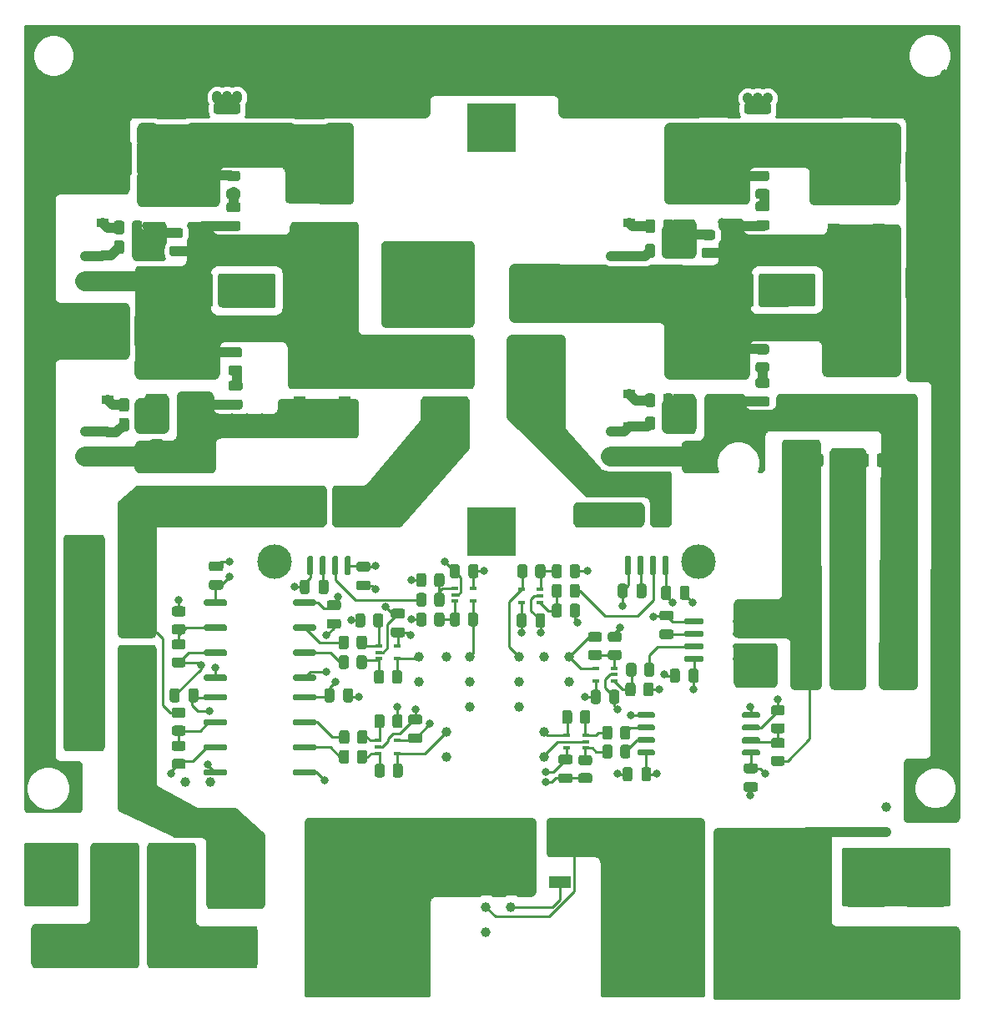
<source format=gtl>
G04 #@! TF.GenerationSoftware,KiCad,Pcbnew,5.1.7-a382d34a8~88~ubuntu20.04.1*
G04 #@! TF.CreationDate,2021-06-18T16:25:46+02:00*
G04 #@! TF.ProjectId,Power,506f7765-722e-46b6-9963-61645f706362,rev?*
G04 #@! TF.SameCoordinates,Original*
G04 #@! TF.FileFunction,Copper,L1,Top*
G04 #@! TF.FilePolarity,Positive*
%FSLAX46Y46*%
G04 Gerber Fmt 4.6, Leading zero omitted, Abs format (unit mm)*
G04 Created by KiCad (PCBNEW 5.1.7-a382d34a8~88~ubuntu20.04.1) date 2021-06-18 16:25:46*
%MOMM*%
%LPD*%
G01*
G04 APERTURE LIST*
G04 #@! TA.AperFunction,ComponentPad*
%ADD10C,1.000000*%
G04 #@! TD*
G04 #@! TA.AperFunction,SMDPad,CuDef*
%ADD11R,3.810000X4.240000*%
G04 #@! TD*
G04 #@! TA.AperFunction,SMDPad,CuDef*
%ADD12R,5.000000X5.000000*%
G04 #@! TD*
G04 #@! TA.AperFunction,ComponentPad*
%ADD13C,1.803400*%
G04 #@! TD*
G04 #@! TA.AperFunction,ComponentPad*
%ADD14C,3.500000*%
G04 #@! TD*
G04 #@! TA.AperFunction,SMDPad,CuDef*
%ADD15R,6.400000X5.800000*%
G04 #@! TD*
G04 #@! TA.AperFunction,SMDPad,CuDef*
%ADD16R,2.200000X1.200000*%
G04 #@! TD*
G04 #@! TA.AperFunction,SMDPad,CuDef*
%ADD17R,0.650000X0.400000*%
G04 #@! TD*
G04 #@! TA.AperFunction,SMDPad,CuDef*
%ADD18R,1.200000X0.900000*%
G04 #@! TD*
G04 #@! TA.AperFunction,SMDPad,CuDef*
%ADD19R,5.800000X6.400000*%
G04 #@! TD*
G04 #@! TA.AperFunction,SMDPad,CuDef*
%ADD20R,1.200000X2.200000*%
G04 #@! TD*
G04 #@! TA.AperFunction,ViaPad*
%ADD21C,0.800000*%
G04 #@! TD*
G04 #@! TA.AperFunction,Conductor*
%ADD22C,0.250000*%
G04 #@! TD*
G04 #@! TA.AperFunction,Conductor*
%ADD23C,2.000000*%
G04 #@! TD*
G04 #@! TA.AperFunction,Conductor*
%ADD24C,1.000000*%
G04 #@! TD*
G04 #@! TA.AperFunction,Conductor*
%ADD25C,0.254000*%
G04 #@! TD*
G04 #@! TA.AperFunction,Conductor*
%ADD26C,0.150000*%
G04 #@! TD*
G04 APERTURE END LIST*
G04 #@! TO.P,U4,8*
G04 #@! TO.N,+5VD*
G04 #@! TA.AperFunction,SMDPad,CuDef*
G36*
G01*
X109505000Y-96450000D02*
X109805000Y-96450000D01*
G75*
G02*
X109955000Y-96600000I0J-150000D01*
G01*
X109955000Y-98250000D01*
G75*
G02*
X109805000Y-98400000I-150000J0D01*
G01*
X109505000Y-98400000D01*
G75*
G02*
X109355000Y-98250000I0J150000D01*
G01*
X109355000Y-96600000D01*
G75*
G02*
X109505000Y-96450000I150000J0D01*
G01*
G37*
G04 #@! TD.AperFunction*
G04 #@! TO.P,U4,7*
G04 #@! TO.N,/IILow2*
G04 #@! TA.AperFunction,SMDPad,CuDef*
G36*
G01*
X108235000Y-96450000D02*
X108535000Y-96450000D01*
G75*
G02*
X108685000Y-96600000I0J-150000D01*
G01*
X108685000Y-98250000D01*
G75*
G02*
X108535000Y-98400000I-150000J0D01*
G01*
X108235000Y-98400000D01*
G75*
G02*
X108085000Y-98250000I0J150000D01*
G01*
X108085000Y-96600000D01*
G75*
G02*
X108235000Y-96450000I150000J0D01*
G01*
G37*
G04 #@! TD.AperFunction*
G04 #@! TO.P,U4,6*
G04 #@! TO.N,Net-(C22-Pad2)*
G04 #@! TA.AperFunction,SMDPad,CuDef*
G36*
G01*
X106965000Y-96450000D02*
X107265000Y-96450000D01*
G75*
G02*
X107415000Y-96600000I0J-150000D01*
G01*
X107415000Y-98250000D01*
G75*
G02*
X107265000Y-98400000I-150000J0D01*
G01*
X106965000Y-98400000D01*
G75*
G02*
X106815000Y-98250000I0J150000D01*
G01*
X106815000Y-96600000D01*
G75*
G02*
X106965000Y-96450000I150000J0D01*
G01*
G37*
G04 #@! TD.AperFunction*
G04 #@! TO.P,U4,5*
G04 #@! TO.N,/DGND*
G04 #@! TA.AperFunction,SMDPad,CuDef*
G36*
G01*
X105695000Y-96450000D02*
X105995000Y-96450000D01*
G75*
G02*
X106145000Y-96600000I0J-150000D01*
G01*
X106145000Y-98250000D01*
G75*
G02*
X105995000Y-98400000I-150000J0D01*
G01*
X105695000Y-98400000D01*
G75*
G02*
X105545000Y-98250000I0J150000D01*
G01*
X105545000Y-96600000D01*
G75*
G02*
X105695000Y-96450000I150000J0D01*
G01*
G37*
G04 #@! TD.AperFunction*
G04 #@! TO.P,U4,4*
G04 #@! TO.N,/VI_LOW2*
G04 #@! TA.AperFunction,SMDPad,CuDef*
G36*
G01*
X105695000Y-91500000D02*
X105995000Y-91500000D01*
G75*
G02*
X106145000Y-91650000I0J-150000D01*
G01*
X106145000Y-93300000D01*
G75*
G02*
X105995000Y-93450000I-150000J0D01*
G01*
X105695000Y-93450000D01*
G75*
G02*
X105545000Y-93300000I0J150000D01*
G01*
X105545000Y-91650000D01*
G75*
G02*
X105695000Y-91500000I150000J0D01*
G01*
G37*
G04 #@! TD.AperFunction*
G04 #@! TO.P,U4,3*
G04 #@! TA.AperFunction,SMDPad,CuDef*
G36*
G01*
X106965000Y-91500000D02*
X107265000Y-91500000D01*
G75*
G02*
X107415000Y-91650000I0J-150000D01*
G01*
X107415000Y-93300000D01*
G75*
G02*
X107265000Y-93450000I-150000J0D01*
G01*
X106965000Y-93450000D01*
G75*
G02*
X106815000Y-93300000I0J150000D01*
G01*
X106815000Y-91650000D01*
G75*
G02*
X106965000Y-91500000I150000J0D01*
G01*
G37*
G04 #@! TD.AperFunction*
G04 #@! TO.P,U4,2*
G04 #@! TO.N,Net-(L2-Pad1)*
G04 #@! TA.AperFunction,SMDPad,CuDef*
G36*
G01*
X108235000Y-91500000D02*
X108535000Y-91500000D01*
G75*
G02*
X108685000Y-91650000I0J-150000D01*
G01*
X108685000Y-93300000D01*
G75*
G02*
X108535000Y-93450000I-150000J0D01*
G01*
X108235000Y-93450000D01*
G75*
G02*
X108085000Y-93300000I0J150000D01*
G01*
X108085000Y-91650000D01*
G75*
G02*
X108235000Y-91500000I150000J0D01*
G01*
G37*
G04 #@! TD.AperFunction*
G04 #@! TO.P,U4,1*
G04 #@! TA.AperFunction,SMDPad,CuDef*
G36*
G01*
X109505000Y-91500000D02*
X109805000Y-91500000D01*
G75*
G02*
X109955000Y-91650000I0J-150000D01*
G01*
X109955000Y-93300000D01*
G75*
G02*
X109805000Y-93450000I-150000J0D01*
G01*
X109505000Y-93450000D01*
G75*
G02*
X109355000Y-93300000I0J150000D01*
G01*
X109355000Y-91650000D01*
G75*
G02*
X109505000Y-91500000I150000J0D01*
G01*
G37*
G04 #@! TD.AperFunction*
G04 #@! TD*
G04 #@! TO.P,U1,8*
G04 #@! TO.N,+5VD*
G04 #@! TA.AperFunction,SMDPad,CuDef*
G36*
G01*
X77255000Y-96450000D02*
X77555000Y-96450000D01*
G75*
G02*
X77705000Y-96600000I0J-150000D01*
G01*
X77705000Y-98250000D01*
G75*
G02*
X77555000Y-98400000I-150000J0D01*
G01*
X77255000Y-98400000D01*
G75*
G02*
X77105000Y-98250000I0J150000D01*
G01*
X77105000Y-96600000D01*
G75*
G02*
X77255000Y-96450000I150000J0D01*
G01*
G37*
G04 #@! TD.AperFunction*
G04 #@! TO.P,U1,7*
G04 #@! TO.N,/IILow1*
G04 #@! TA.AperFunction,SMDPad,CuDef*
G36*
G01*
X75985000Y-96450000D02*
X76285000Y-96450000D01*
G75*
G02*
X76435000Y-96600000I0J-150000D01*
G01*
X76435000Y-98250000D01*
G75*
G02*
X76285000Y-98400000I-150000J0D01*
G01*
X75985000Y-98400000D01*
G75*
G02*
X75835000Y-98250000I0J150000D01*
G01*
X75835000Y-96600000D01*
G75*
G02*
X75985000Y-96450000I150000J0D01*
G01*
G37*
G04 #@! TD.AperFunction*
G04 #@! TO.P,U1,6*
G04 #@! TO.N,Net-(C1-Pad2)*
G04 #@! TA.AperFunction,SMDPad,CuDef*
G36*
G01*
X74715000Y-96450000D02*
X75015000Y-96450000D01*
G75*
G02*
X75165000Y-96600000I0J-150000D01*
G01*
X75165000Y-98250000D01*
G75*
G02*
X75015000Y-98400000I-150000J0D01*
G01*
X74715000Y-98400000D01*
G75*
G02*
X74565000Y-98250000I0J150000D01*
G01*
X74565000Y-96600000D01*
G75*
G02*
X74715000Y-96450000I150000J0D01*
G01*
G37*
G04 #@! TD.AperFunction*
G04 #@! TO.P,U1,5*
G04 #@! TO.N,/DGND*
G04 #@! TA.AperFunction,SMDPad,CuDef*
G36*
G01*
X73445000Y-96450000D02*
X73745000Y-96450000D01*
G75*
G02*
X73895000Y-96600000I0J-150000D01*
G01*
X73895000Y-98250000D01*
G75*
G02*
X73745000Y-98400000I-150000J0D01*
G01*
X73445000Y-98400000D01*
G75*
G02*
X73295000Y-98250000I0J150000D01*
G01*
X73295000Y-96600000D01*
G75*
G02*
X73445000Y-96450000I150000J0D01*
G01*
G37*
G04 #@! TD.AperFunction*
G04 #@! TO.P,U1,4*
G04 #@! TO.N,/VI_LOW1*
G04 #@! TA.AperFunction,SMDPad,CuDef*
G36*
G01*
X73445000Y-91500000D02*
X73745000Y-91500000D01*
G75*
G02*
X73895000Y-91650000I0J-150000D01*
G01*
X73895000Y-93300000D01*
G75*
G02*
X73745000Y-93450000I-150000J0D01*
G01*
X73445000Y-93450000D01*
G75*
G02*
X73295000Y-93300000I0J150000D01*
G01*
X73295000Y-91650000D01*
G75*
G02*
X73445000Y-91500000I150000J0D01*
G01*
G37*
G04 #@! TD.AperFunction*
G04 #@! TO.P,U1,3*
G04 #@! TA.AperFunction,SMDPad,CuDef*
G36*
G01*
X74715000Y-91500000D02*
X75015000Y-91500000D01*
G75*
G02*
X75165000Y-91650000I0J-150000D01*
G01*
X75165000Y-93300000D01*
G75*
G02*
X75015000Y-93450000I-150000J0D01*
G01*
X74715000Y-93450000D01*
G75*
G02*
X74565000Y-93300000I0J150000D01*
G01*
X74565000Y-91650000D01*
G75*
G02*
X74715000Y-91500000I150000J0D01*
G01*
G37*
G04 #@! TD.AperFunction*
G04 #@! TO.P,U1,2*
G04 #@! TO.N,Net-(L1-Pad1)*
G04 #@! TA.AperFunction,SMDPad,CuDef*
G36*
G01*
X75985000Y-91500000D02*
X76285000Y-91500000D01*
G75*
G02*
X76435000Y-91650000I0J-150000D01*
G01*
X76435000Y-93300000D01*
G75*
G02*
X76285000Y-93450000I-150000J0D01*
G01*
X75985000Y-93450000D01*
G75*
G02*
X75835000Y-93300000I0J150000D01*
G01*
X75835000Y-91650000D01*
G75*
G02*
X75985000Y-91500000I150000J0D01*
G01*
G37*
G04 #@! TD.AperFunction*
G04 #@! TO.P,U1,1*
G04 #@! TA.AperFunction,SMDPad,CuDef*
G36*
G01*
X77255000Y-91500000D02*
X77555000Y-91500000D01*
G75*
G02*
X77705000Y-91650000I0J-150000D01*
G01*
X77705000Y-93300000D01*
G75*
G02*
X77555000Y-93450000I-150000J0D01*
G01*
X77255000Y-93450000D01*
G75*
G02*
X77105000Y-93300000I0J150000D01*
G01*
X77105000Y-91650000D01*
G75*
G02*
X77255000Y-91500000I150000J0D01*
G01*
G37*
G04 #@! TD.AperFunction*
G04 #@! TD*
D10*
G04 #@! TO.P,J35,1*
G04 #@! TO.N,+5P*
X91440000Y-134620000D03*
G04 #@! TD*
G04 #@! TO.P,U7,1*
G04 #@! TO.N,+5V*
G04 #@! TA.AperFunction,SMDPad,CuDef*
G36*
G01*
X62800000Y-110952500D02*
X62800000Y-110627500D01*
G75*
G02*
X62962500Y-110465000I162500J0D01*
G01*
X64987500Y-110465000D01*
G75*
G02*
X65150000Y-110627500I0J-162500D01*
G01*
X65150000Y-110952500D01*
G75*
G02*
X64987500Y-111115000I-162500J0D01*
G01*
X62962500Y-111115000D01*
G75*
G02*
X62800000Y-110952500I0J162500D01*
G01*
G37*
G04 #@! TD.AperFunction*
G04 #@! TO.P,U7,2*
G04 #@! TO.N,/VILow1+*
G04 #@! TA.AperFunction,SMDPad,CuDef*
G36*
G01*
X62800000Y-113492500D02*
X62800000Y-113167500D01*
G75*
G02*
X62962500Y-113005000I162500J0D01*
G01*
X64987500Y-113005000D01*
G75*
G02*
X65150000Y-113167500I0J-162500D01*
G01*
X65150000Y-113492500D01*
G75*
G02*
X64987500Y-113655000I-162500J0D01*
G01*
X62962500Y-113655000D01*
G75*
G02*
X62800000Y-113492500I0J162500D01*
G01*
G37*
G04 #@! TD.AperFunction*
G04 #@! TO.P,U7,3*
G04 #@! TO.N,/N*
G04 #@! TA.AperFunction,SMDPad,CuDef*
G36*
G01*
X62800000Y-116032500D02*
X62800000Y-115707500D01*
G75*
G02*
X62962500Y-115545000I162500J0D01*
G01*
X64987500Y-115545000D01*
G75*
G02*
X65150000Y-115707500I0J-162500D01*
G01*
X65150000Y-116032500D01*
G75*
G02*
X64987500Y-116195000I-162500J0D01*
G01*
X62962500Y-116195000D01*
G75*
G02*
X62800000Y-116032500I0J162500D01*
G01*
G37*
G04 #@! TD.AperFunction*
G04 #@! TO.P,U7,4*
G04 #@! TA.AperFunction,SMDPad,CuDef*
G36*
G01*
X62800000Y-118572500D02*
X62800000Y-118247500D01*
G75*
G02*
X62962500Y-118085000I162500J0D01*
G01*
X64987500Y-118085000D01*
G75*
G02*
X65150000Y-118247500I0J-162500D01*
G01*
X65150000Y-118572500D01*
G75*
G02*
X64987500Y-118735000I-162500J0D01*
G01*
X62962500Y-118735000D01*
G75*
G02*
X62800000Y-118572500I0J162500D01*
G01*
G37*
G04 #@! TD.AperFunction*
G04 #@! TO.P,U7,5*
G04 #@! TO.N,/DGND*
G04 #@! TA.AperFunction,SMDPad,CuDef*
G36*
G01*
X71850000Y-118572500D02*
X71850000Y-118247500D01*
G75*
G02*
X72012500Y-118085000I162500J0D01*
G01*
X74037500Y-118085000D01*
G75*
G02*
X74200000Y-118247500I0J-162500D01*
G01*
X74200000Y-118572500D01*
G75*
G02*
X74037500Y-118735000I-162500J0D01*
G01*
X72012500Y-118735000D01*
G75*
G02*
X71850000Y-118572500I0J162500D01*
G01*
G37*
G04 #@! TD.AperFunction*
G04 #@! TO.P,U7,6*
G04 #@! TO.N,Net-(R12-Pad1)*
G04 #@! TA.AperFunction,SMDPad,CuDef*
G36*
G01*
X71850000Y-116032500D02*
X71850000Y-115707500D01*
G75*
G02*
X72012500Y-115545000I162500J0D01*
G01*
X74037500Y-115545000D01*
G75*
G02*
X74200000Y-115707500I0J-162500D01*
G01*
X74200000Y-116032500D01*
G75*
G02*
X74037500Y-116195000I-162500J0D01*
G01*
X72012500Y-116195000D01*
G75*
G02*
X71850000Y-116032500I0J162500D01*
G01*
G37*
G04 #@! TD.AperFunction*
G04 #@! TO.P,U7,7*
G04 #@! TO.N,Net-(R11-Pad1)*
G04 #@! TA.AperFunction,SMDPad,CuDef*
G36*
G01*
X71850000Y-113492500D02*
X71850000Y-113167500D01*
G75*
G02*
X72012500Y-113005000I162500J0D01*
G01*
X74037500Y-113005000D01*
G75*
G02*
X74200000Y-113167500I0J-162500D01*
G01*
X74200000Y-113492500D01*
G75*
G02*
X74037500Y-113655000I-162500J0D01*
G01*
X72012500Y-113655000D01*
G75*
G02*
X71850000Y-113492500I0J162500D01*
G01*
G37*
G04 #@! TD.AperFunction*
G04 #@! TO.P,U7,8*
G04 #@! TO.N,+5VD*
G04 #@! TA.AperFunction,SMDPad,CuDef*
G36*
G01*
X71850000Y-110952500D02*
X71850000Y-110627500D01*
G75*
G02*
X72012500Y-110465000I162500J0D01*
G01*
X74037500Y-110465000D01*
G75*
G02*
X74200000Y-110627500I0J-162500D01*
G01*
X74200000Y-110952500D01*
G75*
G02*
X74037500Y-111115000I-162500J0D01*
G01*
X72012500Y-111115000D01*
G75*
G02*
X71850000Y-110952500I0J162500D01*
G01*
G37*
G04 #@! TD.AperFunction*
G04 #@! TD*
G04 #@! TO.P,U6,1*
G04 #@! TO.N,+5V*
G04 #@! TA.AperFunction,SMDPad,CuDef*
G36*
G01*
X62805001Y-101352500D02*
X62805001Y-101027500D01*
G75*
G02*
X62967501Y-100865000I162500J0D01*
G01*
X64992501Y-100865000D01*
G75*
G02*
X65155001Y-101027500I0J-162500D01*
G01*
X65155001Y-101352500D01*
G75*
G02*
X64992501Y-101515000I-162500J0D01*
G01*
X62967501Y-101515000D01*
G75*
G02*
X62805001Y-101352500I0J162500D01*
G01*
G37*
G04 #@! TD.AperFunction*
G04 #@! TO.P,U6,2*
G04 #@! TO.N,/VILow2+*
G04 #@! TA.AperFunction,SMDPad,CuDef*
G36*
G01*
X62805001Y-103892500D02*
X62805001Y-103567500D01*
G75*
G02*
X62967501Y-103405000I162500J0D01*
G01*
X64992501Y-103405000D01*
G75*
G02*
X65155001Y-103567500I0J-162500D01*
G01*
X65155001Y-103892500D01*
G75*
G02*
X64992501Y-104055000I-162500J0D01*
G01*
X62967501Y-104055000D01*
G75*
G02*
X62805001Y-103892500I0J162500D01*
G01*
G37*
G04 #@! TD.AperFunction*
G04 #@! TO.P,U6,3*
G04 #@! TO.N,/N*
G04 #@! TA.AperFunction,SMDPad,CuDef*
G36*
G01*
X62805001Y-106432500D02*
X62805001Y-106107500D01*
G75*
G02*
X62967501Y-105945000I162500J0D01*
G01*
X64992501Y-105945000D01*
G75*
G02*
X65155001Y-106107500I0J-162500D01*
G01*
X65155001Y-106432500D01*
G75*
G02*
X64992501Y-106595000I-162500J0D01*
G01*
X62967501Y-106595000D01*
G75*
G02*
X62805001Y-106432500I0J162500D01*
G01*
G37*
G04 #@! TD.AperFunction*
G04 #@! TO.P,U6,4*
G04 #@! TA.AperFunction,SMDPad,CuDef*
G36*
G01*
X62805001Y-108972500D02*
X62805001Y-108647500D01*
G75*
G02*
X62967501Y-108485000I162500J0D01*
G01*
X64992501Y-108485000D01*
G75*
G02*
X65155001Y-108647500I0J-162500D01*
G01*
X65155001Y-108972500D01*
G75*
G02*
X64992501Y-109135000I-162500J0D01*
G01*
X62967501Y-109135000D01*
G75*
G02*
X62805001Y-108972500I0J162500D01*
G01*
G37*
G04 #@! TD.AperFunction*
G04 #@! TO.P,U6,5*
G04 #@! TO.N,/DGND*
G04 #@! TA.AperFunction,SMDPad,CuDef*
G36*
G01*
X71855001Y-108972500D02*
X71855001Y-108647500D01*
G75*
G02*
X72017501Y-108485000I162500J0D01*
G01*
X74042501Y-108485000D01*
G75*
G02*
X74205001Y-108647500I0J-162500D01*
G01*
X74205001Y-108972500D01*
G75*
G02*
X74042501Y-109135000I-162500J0D01*
G01*
X72017501Y-109135000D01*
G75*
G02*
X71855001Y-108972500I0J162500D01*
G01*
G37*
G04 #@! TD.AperFunction*
G04 #@! TO.P,U6,6*
G04 #@! TO.N,Net-(R10-Pad1)*
G04 #@! TA.AperFunction,SMDPad,CuDef*
G36*
G01*
X71855001Y-106432500D02*
X71855001Y-106107500D01*
G75*
G02*
X72017501Y-105945000I162500J0D01*
G01*
X74042501Y-105945000D01*
G75*
G02*
X74205001Y-106107500I0J-162500D01*
G01*
X74205001Y-106432500D01*
G75*
G02*
X74042501Y-106595000I-162500J0D01*
G01*
X72017501Y-106595000D01*
G75*
G02*
X71855001Y-106432500I0J162500D01*
G01*
G37*
G04 #@! TD.AperFunction*
G04 #@! TO.P,U6,7*
G04 #@! TO.N,Net-(R9-Pad1)*
G04 #@! TA.AperFunction,SMDPad,CuDef*
G36*
G01*
X71855001Y-103892500D02*
X71855001Y-103567500D01*
G75*
G02*
X72017501Y-103405000I162500J0D01*
G01*
X74042501Y-103405000D01*
G75*
G02*
X74205001Y-103567500I0J-162500D01*
G01*
X74205001Y-103892500D01*
G75*
G02*
X74042501Y-104055000I-162500J0D01*
G01*
X72017501Y-104055000D01*
G75*
G02*
X71855001Y-103892500I0J162500D01*
G01*
G37*
G04 #@! TD.AperFunction*
G04 #@! TO.P,U6,8*
G04 #@! TO.N,+5VD*
G04 #@! TA.AperFunction,SMDPad,CuDef*
G36*
G01*
X71855001Y-101352500D02*
X71855001Y-101027500D01*
G75*
G02*
X72017501Y-100865000I162500J0D01*
G01*
X74042501Y-100865000D01*
G75*
G02*
X74205001Y-101027500I0J-162500D01*
G01*
X74205001Y-101352500D01*
G75*
G02*
X74042501Y-101515000I-162500J0D01*
G01*
X72017501Y-101515000D01*
G75*
G02*
X71855001Y-101352500I0J162500D01*
G01*
G37*
G04 #@! TD.AperFunction*
G04 #@! TD*
D11*
G04 #@! TO.P,F4,2*
G04 #@! TO.N,Net-(F1-Pad2)*
X136000000Y-130000000D03*
G04 #@! TO.P,F4,1*
G04 #@! TO.N,/VI_High*
X136000000Y-136380000D03*
G04 #@! TD*
G04 #@! TO.P,F3,2*
G04 #@! TO.N,Net-(F3-Pad2)*
X66300000Y-136190000D03*
G04 #@! TO.P,F3,1*
G04 #@! TO.N,/VI_LOW2*
X66300000Y-129810000D03*
G04 #@! TD*
G04 #@! TO.P,F2,2*
G04 #@! TO.N,Net-(F2-Pad2)*
X47400000Y-136000000D03*
G04 #@! TO.P,F2,1*
G04 #@! TO.N,/VI_LOW1*
X47400000Y-129620000D03*
G04 #@! TD*
G04 #@! TO.P,F1,2*
G04 #@! TO.N,Net-(F1-Pad2)*
X130000000Y-130000000D03*
G04 #@! TO.P,F1,1*
G04 #@! TO.N,/VI_High*
X130000000Y-136380000D03*
G04 #@! TD*
D10*
G04 #@! TO.P,J34,1*
G04 #@! TO.N,/N*
X63500000Y-119380000D03*
G04 #@! TD*
G04 #@! TO.P,J3,1*
G04 #@! TO.N,+5V*
X60960000Y-119380000D03*
G04 #@! TD*
G04 #@! TO.P,J33,1*
G04 #@! TO.N,GNDREF*
X132080000Y-121920000D03*
G04 #@! TD*
G04 #@! TO.P,J30,1*
G04 #@! TO.N,/VI_High*
X132080000Y-124460000D03*
G04 #@! TD*
G04 #@! TO.P,J27,1*
G04 #@! TO.N,/DGND*
X89800000Y-109220000D03*
G04 #@! TD*
G04 #@! TO.P,J15,1*
G04 #@! TO.N,/IILow1_op*
X89800000Y-106680000D03*
G04 #@! TD*
G04 #@! TO.P,J32,1*
G04 #@! TO.N,/Vref*
X89800000Y-111760000D03*
G04 #@! TD*
G04 #@! TO.P,U5,8*
G04 #@! TO.N,+5VD*
G04 #@! TA.AperFunction,SMDPad,CuDef*
G36*
G01*
X108575000Y-116255000D02*
X108575000Y-116555000D01*
G75*
G02*
X108425000Y-116705000I-150000J0D01*
G01*
X106925000Y-116705000D01*
G75*
G02*
X106775000Y-116555000I0J150000D01*
G01*
X106775000Y-116255000D01*
G75*
G02*
X106925000Y-116105000I150000J0D01*
G01*
X108425000Y-116105000D01*
G75*
G02*
X108575000Y-116255000I0J-150000D01*
G01*
G37*
G04 #@! TD.AperFunction*
G04 #@! TO.P,U5,7*
G04 #@! TO.N,Net-(R7-Pad1)*
G04 #@! TA.AperFunction,SMDPad,CuDef*
G36*
G01*
X108575000Y-114985000D02*
X108575000Y-115285000D01*
G75*
G02*
X108425000Y-115435000I-150000J0D01*
G01*
X106925000Y-115435000D01*
G75*
G02*
X106775000Y-115285000I0J150000D01*
G01*
X106775000Y-114985000D01*
G75*
G02*
X106925000Y-114835000I150000J0D01*
G01*
X108425000Y-114835000D01*
G75*
G02*
X108575000Y-114985000I0J-150000D01*
G01*
G37*
G04 #@! TD.AperFunction*
G04 #@! TO.P,U5,6*
G04 #@! TO.N,Net-(R8-Pad1)*
G04 #@! TA.AperFunction,SMDPad,CuDef*
G36*
G01*
X108575000Y-113715000D02*
X108575000Y-114015000D01*
G75*
G02*
X108425000Y-114165000I-150000J0D01*
G01*
X106925000Y-114165000D01*
G75*
G02*
X106775000Y-114015000I0J150000D01*
G01*
X106775000Y-113715000D01*
G75*
G02*
X106925000Y-113565000I150000J0D01*
G01*
X108425000Y-113565000D01*
G75*
G02*
X108575000Y-113715000I0J-150000D01*
G01*
G37*
G04 #@! TD.AperFunction*
G04 #@! TO.P,U5,5*
G04 #@! TO.N,/DGND*
G04 #@! TA.AperFunction,SMDPad,CuDef*
G36*
G01*
X108575000Y-112445000D02*
X108575000Y-112745000D01*
G75*
G02*
X108425000Y-112895000I-150000J0D01*
G01*
X106925000Y-112895000D01*
G75*
G02*
X106775000Y-112745000I0J150000D01*
G01*
X106775000Y-112445000D01*
G75*
G02*
X106925000Y-112295000I150000J0D01*
G01*
X108425000Y-112295000D01*
G75*
G02*
X108575000Y-112445000I0J-150000D01*
G01*
G37*
G04 #@! TD.AperFunction*
G04 #@! TO.P,U5,4*
G04 #@! TO.N,GNDREF*
G04 #@! TA.AperFunction,SMDPad,CuDef*
G36*
G01*
X119225000Y-112445000D02*
X119225000Y-112745000D01*
G75*
G02*
X119075000Y-112895000I-150000J0D01*
G01*
X117575000Y-112895000D01*
G75*
G02*
X117425000Y-112745000I0J150000D01*
G01*
X117425000Y-112445000D01*
G75*
G02*
X117575000Y-112295000I150000J0D01*
G01*
X119075000Y-112295000D01*
G75*
G02*
X119225000Y-112445000I0J-150000D01*
G01*
G37*
G04 #@! TD.AperFunction*
G04 #@! TO.P,U5,3*
G04 #@! TA.AperFunction,SMDPad,CuDef*
G36*
G01*
X119225000Y-113715000D02*
X119225000Y-114015000D01*
G75*
G02*
X119075000Y-114165000I-150000J0D01*
G01*
X117575000Y-114165000D01*
G75*
G02*
X117425000Y-114015000I0J150000D01*
G01*
X117425000Y-113715000D01*
G75*
G02*
X117575000Y-113565000I150000J0D01*
G01*
X119075000Y-113565000D01*
G75*
G02*
X119225000Y-113715000I0J-150000D01*
G01*
G37*
G04 #@! TD.AperFunction*
G04 #@! TO.P,U5,2*
G04 #@! TO.N,/VIHigh+*
G04 #@! TA.AperFunction,SMDPad,CuDef*
G36*
G01*
X119225000Y-114985000D02*
X119225000Y-115285000D01*
G75*
G02*
X119075000Y-115435000I-150000J0D01*
G01*
X117575000Y-115435000D01*
G75*
G02*
X117425000Y-115285000I0J150000D01*
G01*
X117425000Y-114985000D01*
G75*
G02*
X117575000Y-114835000I150000J0D01*
G01*
X119075000Y-114835000D01*
G75*
G02*
X119225000Y-114985000I0J-150000D01*
G01*
G37*
G04 #@! TD.AperFunction*
G04 #@! TO.P,U5,1*
G04 #@! TO.N,+5P*
G04 #@! TA.AperFunction,SMDPad,CuDef*
G36*
G01*
X119225000Y-116255000D02*
X119225000Y-116555000D01*
G75*
G02*
X119075000Y-116705000I-150000J0D01*
G01*
X117575000Y-116705000D01*
G75*
G02*
X117425000Y-116555000I0J150000D01*
G01*
X117425000Y-116255000D01*
G75*
G02*
X117575000Y-116105000I150000J0D01*
G01*
X119075000Y-116105000D01*
G75*
G02*
X119225000Y-116255000I0J-150000D01*
G01*
G37*
G04 #@! TD.AperFunction*
G04 #@! TD*
G04 #@! TO.P,J31,1*
G04 #@! TO.N,GNDREF*
X104140000Y-86360000D03*
G04 #@! TD*
G04 #@! TO.P,J29,1*
G04 #@! TO.N,/DGND*
X94780000Y-109220000D03*
G04 #@! TD*
G04 #@! TO.P,J28,1*
G04 #@! TO.N,+5VD*
X94780000Y-111760000D03*
G04 #@! TD*
G04 #@! TO.P,J26,1*
G04 #@! TO.N,GNDREF*
X91440000Y-132080000D03*
G04 #@! TD*
G04 #@! TO.P,J25,1*
G04 #@! TO.N,/Neutral_GND_cmd*
X93980000Y-132080000D03*
G04 #@! TD*
G04 #@! TO.P,J24,1*
G04 #@! TO.N,GNDREF*
X50800000Y-86360000D03*
G04 #@! TD*
G04 #@! TO.P,J23,1*
G04 #@! TO.N,/PWM_L2*
X50800000Y-83820000D03*
G04 #@! TD*
G04 #@! TO.P,J22,1*
G04 #@! TO.N,/SW_Node2*
X50800000Y-68580000D03*
G04 #@! TD*
G04 #@! TO.P,J21,1*
G04 #@! TO.N,/PWM_H2*
X50800000Y-66040000D03*
G04 #@! TD*
G04 #@! TO.P,J20,1*
G04 #@! TO.N,/DGND*
X99860000Y-109220000D03*
G04 #@! TD*
G04 #@! TO.P,J19,1*
G04 #@! TO.N,/DGND*
X97320000Y-106680000D03*
G04 #@! TD*
G04 #@! TO.P,J18,1*
G04 #@! TO.N,/DGND*
X87400000Y-106680000D03*
G04 #@! TD*
G04 #@! TO.P,J17,1*
G04 #@! TO.N,/IIHigh_op*
X99860000Y-106680000D03*
G04 #@! TD*
G04 #@! TO.P,J16,1*
G04 #@! TO.N,/IILow2_op*
X94780000Y-106680000D03*
G04 #@! TD*
G04 #@! TO.P,J14,1*
G04 #@! TO.N,/DGND*
X97320000Y-116840000D03*
G04 #@! TD*
G04 #@! TO.P,J13,1*
G04 #@! TO.N,/DGND*
X84620000Y-109220000D03*
G04 #@! TD*
G04 #@! TO.P,J12,1*
G04 #@! TO.N,/DGND*
X87400000Y-116840000D03*
G04 #@! TD*
G04 #@! TO.P,J11,1*
G04 #@! TO.N,/VIHigh_op*
X97320000Y-114300000D03*
G04 #@! TD*
G04 #@! TO.P,J10,1*
G04 #@! TO.N,/VILow2_op*
X84620000Y-106680000D03*
G04 #@! TD*
G04 #@! TO.P,J9,1*
G04 #@! TO.N,/VILow1_op*
X87400000Y-114300000D03*
G04 #@! TD*
G04 #@! TO.P,J8,1*
G04 #@! TO.N,/SW_Node1*
X104140000Y-68580000D03*
G04 #@! TD*
G04 #@! TO.P,J7,1*
G04 #@! TO.N,/PWM_L1*
X104140000Y-83820000D03*
G04 #@! TD*
G04 #@! TO.P,J6,1*
G04 #@! TO.N,/PWM_H1*
X104140000Y-66040000D03*
G04 #@! TD*
D12*
G04 #@! TO.P,L1,1*
G04 #@! TO.N,Net-(L1-Pad1)*
X87500000Y-70000000D03*
G04 #@! TO.P,L1,2*
G04 #@! TO.N,/SW_Node1*
X96500000Y-70000000D03*
G04 #@! TO.P,L1,3*
G04 #@! TO.N,N/C*
X92000000Y-53000000D03*
G04 #@! TD*
G04 #@! TO.P,L2,1*
G04 #@! TO.N,Net-(L2-Pad1)*
X96500000Y-77000000D03*
G04 #@! TO.P,L2,2*
G04 #@! TO.N,/SW_Node2*
X87500000Y-77000000D03*
G04 #@! TO.P,L2,3*
G04 #@! TO.N,N/C*
X92000000Y-94000000D03*
G04 #@! TD*
D13*
G04 #@! TO.P,J1,4*
G04 #@! TO.N,Net-(F3-Pad2)*
X58500000Y-135199999D03*
G04 #@! TO.P,J1,2*
G04 #@! TO.N,Net-(F2-Pad2)*
X53500000Y-135199999D03*
G04 #@! TO.P,J1,3*
G04 #@! TO.N,Net-(F3-Pad2)*
X58500000Y-127000000D03*
G04 #@! TO.P,J1,1*
G04 #@! TO.N,Net-(F2-Pad2)*
X53500000Y-127000000D03*
G04 #@! TD*
G04 #@! TO.P,J2,4*
G04 #@! TO.N,/N*
X81000000Y-135199999D03*
G04 #@! TO.P,J2,2*
X76000000Y-135199999D03*
G04 #@! TO.P,J2,3*
X81000000Y-127000000D03*
G04 #@! TO.P,J2,1*
X76000000Y-127000000D03*
G04 #@! TD*
G04 #@! TO.P,J4,4*
G04 #@! TO.N,/VI_High*
X121500000Y-135199999D03*
G04 #@! TO.P,J4,2*
X116500000Y-135199999D03*
G04 #@! TO.P,J4,3*
X121500000Y-127000000D03*
G04 #@! TO.P,J4,1*
X116500000Y-127000000D03*
G04 #@! TD*
G04 #@! TO.P,J5,4*
G04 #@! TO.N,GNDREF*
X111000000Y-135199999D03*
G04 #@! TO.P,J5,2*
X106000000Y-135199999D03*
G04 #@! TO.P,J5,3*
X111000000Y-127000000D03*
G04 #@! TO.P,J5,1*
X106000000Y-127000000D03*
G04 #@! TD*
D14*
G04 #@! TO.P,H4,1*
G04 #@! TO.N,/DGND*
X70000000Y-97000000D03*
G04 #@! TD*
G04 #@! TO.P,H3,1*
G04 #@! TO.N,/DGND*
X113000000Y-97000000D03*
G04 #@! TD*
G04 #@! TO.P,JP10,2*
G04 #@! TO.N,Net-(HS1-Pad1)*
G04 #@! TA.AperFunction,SMDPad,CuDef*
G36*
G01*
X119100000Y-70950000D02*
X119100000Y-68050000D01*
G75*
G02*
X119350000Y-67800000I250000J0D01*
G01*
X119850000Y-67800000D01*
G75*
G02*
X120100000Y-68050000I0J-250000D01*
G01*
X120100000Y-70950000D01*
G75*
G02*
X119850000Y-71200000I-250000J0D01*
G01*
X119350000Y-71200000D01*
G75*
G02*
X119100000Y-70950000I0J250000D01*
G01*
G37*
G04 #@! TD.AperFunction*
G04 #@! TO.P,JP10,1*
G04 #@! TO.N,/SW_Node1*
G04 #@! TA.AperFunction,SMDPad,CuDef*
G36*
G01*
X117600000Y-70950000D02*
X117600000Y-68050000D01*
G75*
G02*
X117850000Y-67800000I250000J0D01*
G01*
X118350000Y-67800000D01*
G75*
G02*
X118600000Y-68050000I0J-250000D01*
G01*
X118600000Y-70950000D01*
G75*
G02*
X118350000Y-71200000I-250000J0D01*
G01*
X117850000Y-71200000D01*
G75*
G02*
X117600000Y-70950000I0J250000D01*
G01*
G37*
G04 #@! TD.AperFunction*
G04 #@! TD*
G04 #@! TO.P,JP9,2*
G04 #@! TO.N,Net-(HS1-Pad1)*
G04 #@! TA.AperFunction,SMDPad,CuDef*
G36*
G01*
X64250000Y-70950000D02*
X64250000Y-68050000D01*
G75*
G02*
X64500000Y-67800000I250000J0D01*
G01*
X65000000Y-67800000D01*
G75*
G02*
X65250000Y-68050000I0J-250000D01*
G01*
X65250000Y-70950000D01*
G75*
G02*
X65000000Y-71200000I-250000J0D01*
G01*
X64500000Y-71200000D01*
G75*
G02*
X64250000Y-70950000I0J250000D01*
G01*
G37*
G04 #@! TD.AperFunction*
G04 #@! TO.P,JP9,1*
G04 #@! TO.N,/SW_Node2*
G04 #@! TA.AperFunction,SMDPad,CuDef*
G36*
G01*
X62750000Y-70950000D02*
X62750000Y-68050000D01*
G75*
G02*
X63000000Y-67800000I250000J0D01*
G01*
X63500000Y-67800000D01*
G75*
G02*
X63750000Y-68050000I0J-250000D01*
G01*
X63750000Y-70950000D01*
G75*
G02*
X63500000Y-71200000I-250000J0D01*
G01*
X63000000Y-71200000D01*
G75*
G02*
X62750000Y-70950000I0J250000D01*
G01*
G37*
G04 #@! TD.AperFunction*
G04 #@! TD*
G04 #@! TO.P,JP8,2*
G04 #@! TO.N,Net-(HS1-Pad1)*
G04 #@! TA.AperFunction,SMDPad,CuDef*
G36*
G01*
X134000000Y-58450000D02*
X134000000Y-55550000D01*
G75*
G02*
X134250000Y-55300000I250000J0D01*
G01*
X134750000Y-55300000D01*
G75*
G02*
X135000000Y-55550000I0J-250000D01*
G01*
X135000000Y-58450000D01*
G75*
G02*
X134750000Y-58700000I-250000J0D01*
G01*
X134250000Y-58700000D01*
G75*
G02*
X134000000Y-58450000I0J250000D01*
G01*
G37*
G04 #@! TD.AperFunction*
G04 #@! TO.P,JP8,1*
G04 #@! TO.N,/V_Out*
G04 #@! TA.AperFunction,SMDPad,CuDef*
G36*
G01*
X132500000Y-58450000D02*
X132500000Y-55550000D01*
G75*
G02*
X132750000Y-55300000I250000J0D01*
G01*
X133250000Y-55300000D01*
G75*
G02*
X133500000Y-55550000I0J-250000D01*
G01*
X133500000Y-58450000D01*
G75*
G02*
X133250000Y-58700000I-250000J0D01*
G01*
X132750000Y-58700000D01*
G75*
G02*
X132500000Y-58450000I0J250000D01*
G01*
G37*
G04 #@! TD.AperFunction*
G04 #@! TD*
G04 #@! TO.P,JP7,2*
G04 #@! TO.N,Net-(HS1-Pad1)*
G04 #@! TA.AperFunction,SMDPad,CuDef*
G36*
G01*
X130450000Y-52000000D02*
X127550000Y-52000000D01*
G75*
G02*
X127300000Y-51750000I0J250000D01*
G01*
X127300000Y-51250000D01*
G75*
G02*
X127550000Y-51000000I250000J0D01*
G01*
X130450000Y-51000000D01*
G75*
G02*
X130700000Y-51250000I0J-250000D01*
G01*
X130700000Y-51750000D01*
G75*
G02*
X130450000Y-52000000I-250000J0D01*
G01*
G37*
G04 #@! TD.AperFunction*
G04 #@! TO.P,JP7,1*
G04 #@! TO.N,/V_Out*
G04 #@! TA.AperFunction,SMDPad,CuDef*
G36*
G01*
X130450000Y-53500000D02*
X127550000Y-53500000D01*
G75*
G02*
X127300000Y-53250000I0J250000D01*
G01*
X127300000Y-52750000D01*
G75*
G02*
X127550000Y-52500000I250000J0D01*
G01*
X130450000Y-52500000D01*
G75*
G02*
X130700000Y-52750000I0J-250000D01*
G01*
X130700000Y-53250000D01*
G75*
G02*
X130450000Y-53500000I-250000J0D01*
G01*
G37*
G04 #@! TD.AperFunction*
G04 #@! TD*
G04 #@! TO.P,C38,2*
G04 #@! TO.N,/DGND*
G04 #@! TA.AperFunction,SMDPad,CuDef*
G36*
G01*
X99025000Y-118500000D02*
X99975000Y-118500000D01*
G75*
G02*
X100225000Y-118750000I0J-250000D01*
G01*
X100225000Y-119250000D01*
G75*
G02*
X99975000Y-119500000I-250000J0D01*
G01*
X99025000Y-119500000D01*
G75*
G02*
X98775000Y-119250000I0J250000D01*
G01*
X98775000Y-118750000D01*
G75*
G02*
X99025000Y-118500000I250000J0D01*
G01*
G37*
G04 #@! TD.AperFunction*
G04 #@! TO.P,C38,1*
G04 #@! TO.N,+5VD*
G04 #@! TA.AperFunction,SMDPad,CuDef*
G36*
G01*
X99025000Y-116600000D02*
X99975000Y-116600000D01*
G75*
G02*
X100225000Y-116850000I0J-250000D01*
G01*
X100225000Y-117350000D01*
G75*
G02*
X99975000Y-117600000I-250000J0D01*
G01*
X99025000Y-117600000D01*
G75*
G02*
X98775000Y-117350000I0J250000D01*
G01*
X98775000Y-116850000D01*
G75*
G02*
X99025000Y-116600000I250000J0D01*
G01*
G37*
G04 #@! TD.AperFunction*
G04 #@! TD*
G04 #@! TO.P,C34,2*
G04 #@! TO.N,/DGND*
G04 #@! TA.AperFunction,SMDPad,CuDef*
G36*
G01*
X82975000Y-102800000D02*
X82025000Y-102800000D01*
G75*
G02*
X81775000Y-102550000I0J250000D01*
G01*
X81775000Y-102050000D01*
G75*
G02*
X82025000Y-101800000I250000J0D01*
G01*
X82975000Y-101800000D01*
G75*
G02*
X83225000Y-102050000I0J-250000D01*
G01*
X83225000Y-102550000D01*
G75*
G02*
X82975000Y-102800000I-250000J0D01*
G01*
G37*
G04 #@! TD.AperFunction*
G04 #@! TO.P,C34,1*
G04 #@! TO.N,+5VD*
G04 #@! TA.AperFunction,SMDPad,CuDef*
G36*
G01*
X82975000Y-104700000D02*
X82025000Y-104700000D01*
G75*
G02*
X81775000Y-104450000I0J250000D01*
G01*
X81775000Y-103950000D01*
G75*
G02*
X82025000Y-103700000I250000J0D01*
G01*
X82975000Y-103700000D01*
G75*
G02*
X83225000Y-103950000I0J-250000D01*
G01*
X83225000Y-104450000D01*
G75*
G02*
X82975000Y-104700000I-250000J0D01*
G01*
G37*
G04 #@! TD.AperFunction*
G04 #@! TD*
G04 #@! TO.P,C33,2*
G04 #@! TO.N,/DGND*
G04 #@! TA.AperFunction,SMDPad,CuDef*
G36*
G01*
X84725000Y-113550000D02*
X83775000Y-113550000D01*
G75*
G02*
X83525000Y-113300000I0J250000D01*
G01*
X83525000Y-112800000D01*
G75*
G02*
X83775000Y-112550000I250000J0D01*
G01*
X84725000Y-112550000D01*
G75*
G02*
X84975000Y-112800000I0J-250000D01*
G01*
X84975000Y-113300000D01*
G75*
G02*
X84725000Y-113550000I-250000J0D01*
G01*
G37*
G04 #@! TD.AperFunction*
G04 #@! TO.P,C33,1*
G04 #@! TO.N,+5VD*
G04 #@! TA.AperFunction,SMDPad,CuDef*
G36*
G01*
X84725000Y-115450000D02*
X83775000Y-115450000D01*
G75*
G02*
X83525000Y-115200000I0J250000D01*
G01*
X83525000Y-114700000D01*
G75*
G02*
X83775000Y-114450000I250000J0D01*
G01*
X84725000Y-114450000D01*
G75*
G02*
X84975000Y-114700000I0J-250000D01*
G01*
X84975000Y-115200000D01*
G75*
G02*
X84725000Y-115450000I-250000J0D01*
G01*
G37*
G04 #@! TD.AperFunction*
G04 #@! TD*
G04 #@! TO.P,C32,2*
G04 #@! TO.N,/DGND*
G04 #@! TA.AperFunction,SMDPad,CuDef*
G36*
G01*
X103950000Y-111225000D02*
X103950000Y-110275000D01*
G75*
G02*
X104200000Y-110025000I250000J0D01*
G01*
X104700000Y-110025000D01*
G75*
G02*
X104950000Y-110275000I0J-250000D01*
G01*
X104950000Y-111225000D01*
G75*
G02*
X104700000Y-111475000I-250000J0D01*
G01*
X104200000Y-111475000D01*
G75*
G02*
X103950000Y-111225000I0J250000D01*
G01*
G37*
G04 #@! TD.AperFunction*
G04 #@! TO.P,C32,1*
G04 #@! TO.N,+5VD*
G04 #@! TA.AperFunction,SMDPad,CuDef*
G36*
G01*
X102050000Y-111225000D02*
X102050000Y-110275000D01*
G75*
G02*
X102300000Y-110025000I250000J0D01*
G01*
X102800000Y-110025000D01*
G75*
G02*
X103050000Y-110275000I0J-250000D01*
G01*
X103050000Y-111225000D01*
G75*
G02*
X102800000Y-111475000I-250000J0D01*
G01*
X102300000Y-111475000D01*
G75*
G02*
X102050000Y-111225000I0J250000D01*
G01*
G37*
G04 #@! TD.AperFunction*
G04 #@! TD*
G04 #@! TO.P,C31,2*
G04 #@! TO.N,/DGND*
G04 #@! TA.AperFunction,SMDPad,CuDef*
G36*
G01*
X96450000Y-103475000D02*
X96450000Y-102525000D01*
G75*
G02*
X96700000Y-102275000I250000J0D01*
G01*
X97200000Y-102275000D01*
G75*
G02*
X97450000Y-102525000I0J-250000D01*
G01*
X97450000Y-103475000D01*
G75*
G02*
X97200000Y-103725000I-250000J0D01*
G01*
X96700000Y-103725000D01*
G75*
G02*
X96450000Y-103475000I0J250000D01*
G01*
G37*
G04 #@! TD.AperFunction*
G04 #@! TO.P,C31,1*
G04 #@! TO.N,+5VD*
G04 #@! TA.AperFunction,SMDPad,CuDef*
G36*
G01*
X94550000Y-103475000D02*
X94550000Y-102525000D01*
G75*
G02*
X94800000Y-102275000I250000J0D01*
G01*
X95300000Y-102275000D01*
G75*
G02*
X95550000Y-102525000I0J-250000D01*
G01*
X95550000Y-103475000D01*
G75*
G02*
X95300000Y-103725000I-250000J0D01*
G01*
X94800000Y-103725000D01*
G75*
G02*
X94550000Y-103475000I0J250000D01*
G01*
G37*
G04 #@! TD.AperFunction*
G04 #@! TD*
G04 #@! TO.P,C30,2*
G04 #@! TO.N,/DGND*
G04 #@! TA.AperFunction,SMDPad,CuDef*
G36*
G01*
X88750000Y-97525000D02*
X88750000Y-98475000D01*
G75*
G02*
X88500000Y-98725000I-250000J0D01*
G01*
X88000000Y-98725000D01*
G75*
G02*
X87750000Y-98475000I0J250000D01*
G01*
X87750000Y-97525000D01*
G75*
G02*
X88000000Y-97275000I250000J0D01*
G01*
X88500000Y-97275000D01*
G75*
G02*
X88750000Y-97525000I0J-250000D01*
G01*
G37*
G04 #@! TD.AperFunction*
G04 #@! TO.P,C30,1*
G04 #@! TO.N,+5VD*
G04 #@! TA.AperFunction,SMDPad,CuDef*
G36*
G01*
X90650000Y-97525000D02*
X90650000Y-98475000D01*
G75*
G02*
X90400000Y-98725000I-250000J0D01*
G01*
X89900000Y-98725000D01*
G75*
G02*
X89650000Y-98475000I0J250000D01*
G01*
X89650000Y-97525000D01*
G75*
G02*
X89900000Y-97275000I250000J0D01*
G01*
X90400000Y-97275000D01*
G75*
G02*
X90650000Y-97525000I0J-250000D01*
G01*
G37*
G04 #@! TD.AperFunction*
G04 #@! TD*
D15*
G04 #@! TO.P,Q3,2*
G04 #@! TO.N,/N*
X92650000Y-127250000D03*
D16*
G04 #@! TO.P,Q3,3*
G04 #@! TO.N,GNDREF*
X98950000Y-124970000D03*
G04 #@! TO.P,Q3,1*
G04 #@! TO.N,/Neutral_GND_cmd*
X98950000Y-129530000D03*
G04 #@! TD*
D17*
G04 #@! TO.P,U13,5*
G04 #@! TO.N,+5VD*
X102550000Y-109150000D03*
G04 #@! TO.P,U13,4*
G04 #@! TO.N,/IIHigh_op*
X102550000Y-107850000D03*
G04 #@! TO.P,U13,2*
G04 #@! TO.N,/DGND*
X104450000Y-108500000D03*
G04 #@! TO.P,U13,3*
G04 #@! TO.N,Net-(R22-Pad2)*
X104450000Y-107850000D03*
G04 #@! TO.P,U13,1*
G04 #@! TO.N,Net-(R21-Pad2)*
X104450000Y-109150000D03*
G04 #@! TD*
G04 #@! TO.P,U3,8*
G04 #@! TO.N,+5VD*
G04 #@! TA.AperFunction,SMDPad,CuDef*
G36*
G01*
X113500000Y-106755000D02*
X113500000Y-107055000D01*
G75*
G02*
X113350000Y-107205000I-150000J0D01*
G01*
X111700000Y-107205000D01*
G75*
G02*
X111550000Y-107055000I0J150000D01*
G01*
X111550000Y-106755000D01*
G75*
G02*
X111700000Y-106605000I150000J0D01*
G01*
X113350000Y-106605000D01*
G75*
G02*
X113500000Y-106755000I0J-150000D01*
G01*
G37*
G04 #@! TD.AperFunction*
G04 #@! TO.P,U3,7*
G04 #@! TO.N,/IIHigh*
G04 #@! TA.AperFunction,SMDPad,CuDef*
G36*
G01*
X113500000Y-105485000D02*
X113500000Y-105785000D01*
G75*
G02*
X113350000Y-105935000I-150000J0D01*
G01*
X111700000Y-105935000D01*
G75*
G02*
X111550000Y-105785000I0J150000D01*
G01*
X111550000Y-105485000D01*
G75*
G02*
X111700000Y-105335000I150000J0D01*
G01*
X113350000Y-105335000D01*
G75*
G02*
X113500000Y-105485000I0J-150000D01*
G01*
G37*
G04 #@! TD.AperFunction*
G04 #@! TO.P,U3,6*
G04 #@! TO.N,Net-(C5-Pad2)*
G04 #@! TA.AperFunction,SMDPad,CuDef*
G36*
G01*
X113500000Y-104215000D02*
X113500000Y-104515000D01*
G75*
G02*
X113350000Y-104665000I-150000J0D01*
G01*
X111700000Y-104665000D01*
G75*
G02*
X111550000Y-104515000I0J150000D01*
G01*
X111550000Y-104215000D01*
G75*
G02*
X111700000Y-104065000I150000J0D01*
G01*
X113350000Y-104065000D01*
G75*
G02*
X113500000Y-104215000I0J-150000D01*
G01*
G37*
G04 #@! TD.AperFunction*
G04 #@! TO.P,U3,5*
G04 #@! TO.N,/DGND*
G04 #@! TA.AperFunction,SMDPad,CuDef*
G36*
G01*
X113500000Y-102945000D02*
X113500000Y-103245000D01*
G75*
G02*
X113350000Y-103395000I-150000J0D01*
G01*
X111700000Y-103395000D01*
G75*
G02*
X111550000Y-103245000I0J150000D01*
G01*
X111550000Y-102945000D01*
G75*
G02*
X111700000Y-102795000I150000J0D01*
G01*
X113350000Y-102795000D01*
G75*
G02*
X113500000Y-102945000I0J-150000D01*
G01*
G37*
G04 #@! TD.AperFunction*
G04 #@! TO.P,U3,4*
G04 #@! TO.N,/V_Out*
G04 #@! TA.AperFunction,SMDPad,CuDef*
G36*
G01*
X118450000Y-102945000D02*
X118450000Y-103245000D01*
G75*
G02*
X118300000Y-103395000I-150000J0D01*
G01*
X116650000Y-103395000D01*
G75*
G02*
X116500000Y-103245000I0J150000D01*
G01*
X116500000Y-102945000D01*
G75*
G02*
X116650000Y-102795000I150000J0D01*
G01*
X118300000Y-102795000D01*
G75*
G02*
X118450000Y-102945000I0J-150000D01*
G01*
G37*
G04 #@! TD.AperFunction*
G04 #@! TO.P,U3,3*
G04 #@! TA.AperFunction,SMDPad,CuDef*
G36*
G01*
X118450000Y-104215000D02*
X118450000Y-104515000D01*
G75*
G02*
X118300000Y-104665000I-150000J0D01*
G01*
X116650000Y-104665000D01*
G75*
G02*
X116500000Y-104515000I0J150000D01*
G01*
X116500000Y-104215000D01*
G75*
G02*
X116650000Y-104065000I150000J0D01*
G01*
X118300000Y-104065000D01*
G75*
G02*
X118450000Y-104215000I0J-150000D01*
G01*
G37*
G04 #@! TD.AperFunction*
G04 #@! TO.P,U3,2*
G04 #@! TO.N,Net-(F1-Pad2)*
G04 #@! TA.AperFunction,SMDPad,CuDef*
G36*
G01*
X118450000Y-105485000D02*
X118450000Y-105785000D01*
G75*
G02*
X118300000Y-105935000I-150000J0D01*
G01*
X116650000Y-105935000D01*
G75*
G02*
X116500000Y-105785000I0J150000D01*
G01*
X116500000Y-105485000D01*
G75*
G02*
X116650000Y-105335000I150000J0D01*
G01*
X118300000Y-105335000D01*
G75*
G02*
X118450000Y-105485000I0J-150000D01*
G01*
G37*
G04 #@! TD.AperFunction*
G04 #@! TO.P,U3,1*
G04 #@! TA.AperFunction,SMDPad,CuDef*
G36*
G01*
X118450000Y-106755000D02*
X118450000Y-107055000D01*
G75*
G02*
X118300000Y-107205000I-150000J0D01*
G01*
X116650000Y-107205000D01*
G75*
G02*
X116500000Y-107055000I0J150000D01*
G01*
X116500000Y-106755000D01*
G75*
G02*
X116650000Y-106605000I150000J0D01*
G01*
X118300000Y-106605000D01*
G75*
G02*
X118450000Y-106755000I0J-150000D01*
G01*
G37*
G04 #@! TD.AperFunction*
G04 #@! TD*
G04 #@! TO.P,R30,2*
G04 #@! TO.N,/IIHigh_op*
G04 #@! TA.AperFunction,SMDPad,CuDef*
G36*
G01*
X102950001Y-105187500D02*
X102049999Y-105187500D01*
G75*
G02*
X101800000Y-104937501I0J249999D01*
G01*
X101800000Y-104412499D01*
G75*
G02*
X102049999Y-104162500I249999J0D01*
G01*
X102950001Y-104162500D01*
G75*
G02*
X103200000Y-104412499I0J-249999D01*
G01*
X103200000Y-104937501D01*
G75*
G02*
X102950001Y-105187500I-249999J0D01*
G01*
G37*
G04 #@! TD.AperFunction*
G04 #@! TO.P,R30,1*
G04 #@! TO.N,Net-(R22-Pad2)*
G04 #@! TA.AperFunction,SMDPad,CuDef*
G36*
G01*
X102950001Y-107012500D02*
X102049999Y-107012500D01*
G75*
G02*
X101800000Y-106762501I0J249999D01*
G01*
X101800000Y-106237499D01*
G75*
G02*
X102049999Y-105987500I249999J0D01*
G01*
X102950001Y-105987500D01*
G75*
G02*
X103200000Y-106237499I0J-249999D01*
G01*
X103200000Y-106762501D01*
G75*
G02*
X102950001Y-107012500I-249999J0D01*
G01*
G37*
G04 #@! TD.AperFunction*
G04 #@! TD*
G04 #@! TO.P,R25,2*
G04 #@! TO.N,/DGND*
G04 #@! TA.AperFunction,SMDPad,CuDef*
G36*
G01*
X107400000Y-110450001D02*
X107400000Y-109549999D01*
G75*
G02*
X107649999Y-109300000I249999J0D01*
G01*
X108175001Y-109300000D01*
G75*
G02*
X108425000Y-109549999I0J-249999D01*
G01*
X108425000Y-110450001D01*
G75*
G02*
X108175001Y-110700000I-249999J0D01*
G01*
X107649999Y-110700000D01*
G75*
G02*
X107400000Y-110450001I0J249999D01*
G01*
G37*
G04 #@! TD.AperFunction*
G04 #@! TO.P,R25,1*
G04 #@! TO.N,Net-(R21-Pad2)*
G04 #@! TA.AperFunction,SMDPad,CuDef*
G36*
G01*
X105575000Y-110450001D02*
X105575000Y-109549999D01*
G75*
G02*
X105824999Y-109300000I249999J0D01*
G01*
X106350001Y-109300000D01*
G75*
G02*
X106600000Y-109549999I0J-249999D01*
G01*
X106600000Y-110450001D01*
G75*
G02*
X106350001Y-110700000I-249999J0D01*
G01*
X105824999Y-110700000D01*
G75*
G02*
X105575000Y-110450001I0J249999D01*
G01*
G37*
G04 #@! TD.AperFunction*
G04 #@! TD*
G04 #@! TO.P,R22,2*
G04 #@! TO.N,Net-(R22-Pad2)*
G04 #@! TA.AperFunction,SMDPad,CuDef*
G36*
G01*
X104049999Y-105987500D02*
X104950001Y-105987500D01*
G75*
G02*
X105200000Y-106237499I0J-249999D01*
G01*
X105200000Y-106762501D01*
G75*
G02*
X104950001Y-107012500I-249999J0D01*
G01*
X104049999Y-107012500D01*
G75*
G02*
X103800000Y-106762501I0J249999D01*
G01*
X103800000Y-106237499D01*
G75*
G02*
X104049999Y-105987500I249999J0D01*
G01*
G37*
G04 #@! TD.AperFunction*
G04 #@! TO.P,R22,1*
G04 #@! TO.N,/DGND*
G04 #@! TA.AperFunction,SMDPad,CuDef*
G36*
G01*
X104049999Y-104162500D02*
X104950001Y-104162500D01*
G75*
G02*
X105200000Y-104412499I0J-249999D01*
G01*
X105200000Y-104937501D01*
G75*
G02*
X104950001Y-105187500I-249999J0D01*
G01*
X104049999Y-105187500D01*
G75*
G02*
X103800000Y-104937501I0J249999D01*
G01*
X103800000Y-104412499D01*
G75*
G02*
X104049999Y-104162500I249999J0D01*
G01*
G37*
G04 #@! TD.AperFunction*
G04 #@! TD*
G04 #@! TO.P,R21,2*
G04 #@! TO.N,Net-(R21-Pad2)*
G04 #@! TA.AperFunction,SMDPad,CuDef*
G36*
G01*
X106687500Y-107549999D02*
X106687500Y-108450001D01*
G75*
G02*
X106437501Y-108700000I-249999J0D01*
G01*
X105912499Y-108700000D01*
G75*
G02*
X105662500Y-108450001I0J249999D01*
G01*
X105662500Y-107549999D01*
G75*
G02*
X105912499Y-107300000I249999J0D01*
G01*
X106437501Y-107300000D01*
G75*
G02*
X106687500Y-107549999I0J-249999D01*
G01*
G37*
G04 #@! TD.AperFunction*
G04 #@! TO.P,R21,1*
G04 #@! TO.N,/IIHigh*
G04 #@! TA.AperFunction,SMDPad,CuDef*
G36*
G01*
X108512500Y-107549999D02*
X108512500Y-108450001D01*
G75*
G02*
X108262501Y-108700000I-249999J0D01*
G01*
X107737499Y-108700000D01*
G75*
G02*
X107487500Y-108450001I0J249999D01*
G01*
X107487500Y-107549999D01*
G75*
G02*
X107737499Y-107300000I249999J0D01*
G01*
X108262501Y-107300000D01*
G75*
G02*
X108512500Y-107549999I0J-249999D01*
G01*
G37*
G04 #@! TD.AperFunction*
G04 #@! TD*
G04 #@! TO.P,C5,2*
G04 #@! TO.N,Net-(C5-Pad2)*
G04 #@! TA.AperFunction,SMDPad,CuDef*
G36*
G01*
X109275000Y-103900000D02*
X110225000Y-103900000D01*
G75*
G02*
X110475000Y-104150000I0J-250000D01*
G01*
X110475000Y-104650000D01*
G75*
G02*
X110225000Y-104900000I-250000J0D01*
G01*
X109275000Y-104900000D01*
G75*
G02*
X109025000Y-104650000I0J250000D01*
G01*
X109025000Y-104150000D01*
G75*
G02*
X109275000Y-103900000I250000J0D01*
G01*
G37*
G04 #@! TD.AperFunction*
G04 #@! TO.P,C5,1*
G04 #@! TO.N,/DGND*
G04 #@! TA.AperFunction,SMDPad,CuDef*
G36*
G01*
X109275000Y-102000000D02*
X110225000Y-102000000D01*
G75*
G02*
X110475000Y-102250000I0J-250000D01*
G01*
X110475000Y-102750000D01*
G75*
G02*
X110225000Y-103000000I-250000J0D01*
G01*
X109275000Y-103000000D01*
G75*
G02*
X109025000Y-102750000I0J250000D01*
G01*
X109025000Y-102250000D01*
G75*
G02*
X109275000Y-102000000I250000J0D01*
G01*
G37*
G04 #@! TD.AperFunction*
G04 #@! TD*
G04 #@! TO.P,C4,2*
G04 #@! TO.N,+5VD*
G04 #@! TA.AperFunction,SMDPad,CuDef*
G36*
G01*
X112000000Y-109075000D02*
X112000000Y-108125000D01*
G75*
G02*
X112250000Y-107875000I250000J0D01*
G01*
X112750000Y-107875000D01*
G75*
G02*
X113000000Y-108125000I0J-250000D01*
G01*
X113000000Y-109075000D01*
G75*
G02*
X112750000Y-109325000I-250000J0D01*
G01*
X112250000Y-109325000D01*
G75*
G02*
X112000000Y-109075000I0J250000D01*
G01*
G37*
G04 #@! TD.AperFunction*
G04 #@! TO.P,C4,1*
G04 #@! TO.N,/DGND*
G04 #@! TA.AperFunction,SMDPad,CuDef*
G36*
G01*
X110100000Y-109075000D02*
X110100000Y-108125000D01*
G75*
G02*
X110350000Y-107875000I250000J0D01*
G01*
X110850000Y-107875000D01*
G75*
G02*
X111100000Y-108125000I0J-250000D01*
G01*
X111100000Y-109075000D01*
G75*
G02*
X110850000Y-109325000I-250000J0D01*
G01*
X110350000Y-109325000D01*
G75*
G02*
X110100000Y-109075000I0J250000D01*
G01*
G37*
G04 #@! TD.AperFunction*
G04 #@! TD*
G04 #@! TO.P,R27,2*
G04 #@! TO.N,/DGND*
G04 #@! TA.AperFunction,SMDPad,CuDef*
G36*
G01*
X85387500Y-98449999D02*
X85387500Y-99350001D01*
G75*
G02*
X85137501Y-99600000I-249999J0D01*
G01*
X84612499Y-99600000D01*
G75*
G02*
X84362500Y-99350001I0J249999D01*
G01*
X84362500Y-98449999D01*
G75*
G02*
X84612499Y-98200000I249999J0D01*
G01*
X85137501Y-98200000D01*
G75*
G02*
X85387500Y-98449999I0J-249999D01*
G01*
G37*
G04 #@! TD.AperFunction*
G04 #@! TO.P,R27,1*
G04 #@! TO.N,Net-(R19-Pad2)*
G04 #@! TA.AperFunction,SMDPad,CuDef*
G36*
G01*
X87212500Y-98449999D02*
X87212500Y-99350001D01*
G75*
G02*
X86962501Y-99600000I-249999J0D01*
G01*
X86437499Y-99600000D01*
G75*
G02*
X86187500Y-99350001I0J249999D01*
G01*
X86187500Y-98449999D01*
G75*
G02*
X86437499Y-98200000I249999J0D01*
G01*
X86962501Y-98200000D01*
G75*
G02*
X87212500Y-98449999I0J-249999D01*
G01*
G37*
G04 #@! TD.AperFunction*
G04 #@! TD*
G04 #@! TO.P,R29,2*
G04 #@! TO.N,/IILow1_op*
G04 #@! TA.AperFunction,SMDPad,CuDef*
G36*
G01*
X89600000Y-103350001D02*
X89600000Y-102449999D01*
G75*
G02*
X89849999Y-102200000I249999J0D01*
G01*
X90375001Y-102200000D01*
G75*
G02*
X90625000Y-102449999I0J-249999D01*
G01*
X90625000Y-103350001D01*
G75*
G02*
X90375001Y-103600000I-249999J0D01*
G01*
X89849999Y-103600000D01*
G75*
G02*
X89600000Y-103350001I0J249999D01*
G01*
G37*
G04 #@! TD.AperFunction*
G04 #@! TO.P,R29,1*
G04 #@! TO.N,Net-(R20-Pad2)*
G04 #@! TA.AperFunction,SMDPad,CuDef*
G36*
G01*
X87775000Y-103350001D02*
X87775000Y-102449999D01*
G75*
G02*
X88024999Y-102200000I249999J0D01*
G01*
X88550001Y-102200000D01*
G75*
G02*
X88800000Y-102449999I0J-249999D01*
G01*
X88800000Y-103350001D01*
G75*
G02*
X88550001Y-103600000I-249999J0D01*
G01*
X88024999Y-103600000D01*
G75*
G02*
X87775000Y-103350001I0J249999D01*
G01*
G37*
G04 #@! TD.AperFunction*
G04 #@! TD*
G04 #@! TO.P,U12,5*
G04 #@! TO.N,+5VD*
X90150000Y-99750000D03*
G04 #@! TO.P,U12,4*
G04 #@! TO.N,/IILow1_op*
X90150000Y-101050000D03*
G04 #@! TO.P,U12,2*
G04 #@! TO.N,/DGND*
X88250000Y-100400000D03*
G04 #@! TO.P,U12,3*
G04 #@! TO.N,Net-(R20-Pad2)*
X88250000Y-101050000D03*
G04 #@! TO.P,U12,1*
G04 #@! TO.N,Net-(R19-Pad2)*
X88250000Y-99750000D03*
G04 #@! TD*
G04 #@! TO.P,U11,5*
G04 #@! TO.N,+5VD*
X95000000Y-101150000D03*
G04 #@! TO.P,U11,4*
G04 #@! TO.N,/IILow2_op*
X95000000Y-99850000D03*
G04 #@! TO.P,U11,2*
G04 #@! TO.N,/DGND*
X96900000Y-100500000D03*
G04 #@! TO.P,U11,3*
G04 #@! TO.N,Net-(R24-Pad2)*
X96900000Y-99850000D03*
G04 #@! TO.P,U11,1*
G04 #@! TO.N,Net-(R23-Pad2)*
X96900000Y-101150000D03*
G04 #@! TD*
G04 #@! TO.P,R28,2*
G04 #@! TO.N,/IILow2_op*
G04 #@! TA.AperFunction,SMDPad,CuDef*
G36*
G01*
X95637500Y-97549999D02*
X95637500Y-98450001D01*
G75*
G02*
X95387501Y-98700000I-249999J0D01*
G01*
X94862499Y-98700000D01*
G75*
G02*
X94612500Y-98450001I0J249999D01*
G01*
X94612500Y-97549999D01*
G75*
G02*
X94862499Y-97300000I249999J0D01*
G01*
X95387501Y-97300000D01*
G75*
G02*
X95637500Y-97549999I0J-249999D01*
G01*
G37*
G04 #@! TD.AperFunction*
G04 #@! TO.P,R28,1*
G04 #@! TO.N,Net-(R24-Pad2)*
G04 #@! TA.AperFunction,SMDPad,CuDef*
G36*
G01*
X97462500Y-97549999D02*
X97462500Y-98450001D01*
G75*
G02*
X97212501Y-98700000I-249999J0D01*
G01*
X96687499Y-98700000D01*
G75*
G02*
X96437500Y-98450001I0J249999D01*
G01*
X96437500Y-97549999D01*
G75*
G02*
X96687499Y-97300000I249999J0D01*
G01*
X97212501Y-97300000D01*
G75*
G02*
X97462500Y-97549999I0J-249999D01*
G01*
G37*
G04 #@! TD.AperFunction*
G04 #@! TD*
G04 #@! TO.P,R26,2*
G04 #@! TO.N,/DGND*
G04 #@! TA.AperFunction,SMDPad,CuDef*
G36*
G01*
X99937500Y-102450001D02*
X99937500Y-101549999D01*
G75*
G02*
X100187499Y-101300000I249999J0D01*
G01*
X100712501Y-101300000D01*
G75*
G02*
X100962500Y-101549999I0J-249999D01*
G01*
X100962500Y-102450001D01*
G75*
G02*
X100712501Y-102700000I-249999J0D01*
G01*
X100187499Y-102700000D01*
G75*
G02*
X99937500Y-102450001I0J249999D01*
G01*
G37*
G04 #@! TD.AperFunction*
G04 #@! TO.P,R26,1*
G04 #@! TO.N,Net-(R23-Pad2)*
G04 #@! TA.AperFunction,SMDPad,CuDef*
G36*
G01*
X98112500Y-102450001D02*
X98112500Y-101549999D01*
G75*
G02*
X98362499Y-101300000I249999J0D01*
G01*
X98887501Y-101300000D01*
G75*
G02*
X99137500Y-101549999I0J-249999D01*
G01*
X99137500Y-102450001D01*
G75*
G02*
X98887501Y-102700000I-249999J0D01*
G01*
X98362499Y-102700000D01*
G75*
G02*
X98112500Y-102450001I0J249999D01*
G01*
G37*
G04 #@! TD.AperFunction*
G04 #@! TD*
G04 #@! TO.P,R24,2*
G04 #@! TO.N,Net-(R24-Pad2)*
G04 #@! TA.AperFunction,SMDPad,CuDef*
G36*
G01*
X99137500Y-97549999D02*
X99137500Y-98450001D01*
G75*
G02*
X98887501Y-98700000I-249999J0D01*
G01*
X98362499Y-98700000D01*
G75*
G02*
X98112500Y-98450001I0J249999D01*
G01*
X98112500Y-97549999D01*
G75*
G02*
X98362499Y-97300000I249999J0D01*
G01*
X98887501Y-97300000D01*
G75*
G02*
X99137500Y-97549999I0J-249999D01*
G01*
G37*
G04 #@! TD.AperFunction*
G04 #@! TO.P,R24,1*
G04 #@! TO.N,/DGND*
G04 #@! TA.AperFunction,SMDPad,CuDef*
G36*
G01*
X100962500Y-97549999D02*
X100962500Y-98450001D01*
G75*
G02*
X100712501Y-98700000I-249999J0D01*
G01*
X100187499Y-98700000D01*
G75*
G02*
X99937500Y-98450001I0J249999D01*
G01*
X99937500Y-97549999D01*
G75*
G02*
X100187499Y-97300000I249999J0D01*
G01*
X100712501Y-97300000D01*
G75*
G02*
X100962500Y-97549999I0J-249999D01*
G01*
G37*
G04 #@! TD.AperFunction*
G04 #@! TD*
G04 #@! TO.P,R23,2*
G04 #@! TO.N,Net-(R23-Pad2)*
G04 #@! TA.AperFunction,SMDPad,CuDef*
G36*
G01*
X99137500Y-99549999D02*
X99137500Y-100450001D01*
G75*
G02*
X98887501Y-100700000I-249999J0D01*
G01*
X98362499Y-100700000D01*
G75*
G02*
X98112500Y-100450001I0J249999D01*
G01*
X98112500Y-99549999D01*
G75*
G02*
X98362499Y-99300000I249999J0D01*
G01*
X98887501Y-99300000D01*
G75*
G02*
X99137500Y-99549999I0J-249999D01*
G01*
G37*
G04 #@! TD.AperFunction*
G04 #@! TO.P,R23,1*
G04 #@! TO.N,/IILow2*
G04 #@! TA.AperFunction,SMDPad,CuDef*
G36*
G01*
X100962500Y-99549999D02*
X100962500Y-100450001D01*
G75*
G02*
X100712501Y-100700000I-249999J0D01*
G01*
X100187499Y-100700000D01*
G75*
G02*
X99937500Y-100450001I0J249999D01*
G01*
X99937500Y-99549999D01*
G75*
G02*
X100187499Y-99300000I249999J0D01*
G01*
X100712501Y-99300000D01*
G75*
G02*
X100962500Y-99549999I0J-249999D01*
G01*
G37*
G04 #@! TD.AperFunction*
G04 #@! TD*
G04 #@! TO.P,R20,2*
G04 #@! TO.N,Net-(R20-Pad2)*
G04 #@! TA.AperFunction,SMDPad,CuDef*
G36*
G01*
X86187500Y-103350001D02*
X86187500Y-102449999D01*
G75*
G02*
X86437499Y-102200000I249999J0D01*
G01*
X86962501Y-102200000D01*
G75*
G02*
X87212500Y-102449999I0J-249999D01*
G01*
X87212500Y-103350001D01*
G75*
G02*
X86962501Y-103600000I-249999J0D01*
G01*
X86437499Y-103600000D01*
G75*
G02*
X86187500Y-103350001I0J249999D01*
G01*
G37*
G04 #@! TD.AperFunction*
G04 #@! TO.P,R20,1*
G04 #@! TO.N,/DGND*
G04 #@! TA.AperFunction,SMDPad,CuDef*
G36*
G01*
X84362500Y-103350001D02*
X84362500Y-102449999D01*
G75*
G02*
X84612499Y-102200000I249999J0D01*
G01*
X85137501Y-102200000D01*
G75*
G02*
X85387500Y-102449999I0J-249999D01*
G01*
X85387500Y-103350001D01*
G75*
G02*
X85137501Y-103600000I-249999J0D01*
G01*
X84612499Y-103600000D01*
G75*
G02*
X84362500Y-103350001I0J249999D01*
G01*
G37*
G04 #@! TD.AperFunction*
G04 #@! TD*
G04 #@! TO.P,R19,2*
G04 #@! TO.N,Net-(R19-Pad2)*
G04 #@! TA.AperFunction,SMDPad,CuDef*
G36*
G01*
X86187500Y-101350001D02*
X86187500Y-100449999D01*
G75*
G02*
X86437499Y-100200000I249999J0D01*
G01*
X86962501Y-100200000D01*
G75*
G02*
X87212500Y-100449999I0J-249999D01*
G01*
X87212500Y-101350001D01*
G75*
G02*
X86962501Y-101600000I-249999J0D01*
G01*
X86437499Y-101600000D01*
G75*
G02*
X86187500Y-101350001I0J249999D01*
G01*
G37*
G04 #@! TD.AperFunction*
G04 #@! TO.P,R19,1*
G04 #@! TO.N,/IILow1*
G04 #@! TA.AperFunction,SMDPad,CuDef*
G36*
G01*
X84362500Y-101350001D02*
X84362500Y-100449999D01*
G75*
G02*
X84612499Y-100200000I249999J0D01*
G01*
X85137501Y-100200000D01*
G75*
G02*
X85387500Y-100449999I0J-249999D01*
G01*
X85387500Y-101350001D01*
G75*
G02*
X85137501Y-101600000I-249999J0D01*
G01*
X84612499Y-101600000D01*
G75*
G02*
X84362500Y-101350001I0J249999D01*
G01*
G37*
G04 #@! TD.AperFunction*
G04 #@! TD*
G04 #@! TO.P,U10,5*
G04 #@! TO.N,+5VD*
X82400000Y-115180000D03*
G04 #@! TO.P,U10,4*
G04 #@! TO.N,/VILow1_op*
X82400000Y-116480000D03*
G04 #@! TO.P,U10,2*
G04 #@! TO.N,/DGND*
X80500000Y-115830000D03*
G04 #@! TO.P,U10,3*
G04 #@! TO.N,Net-(R12-Pad2)*
X80500000Y-116480000D03*
G04 #@! TO.P,U10,1*
G04 #@! TO.N,Net-(R11-Pad2)*
X80500000Y-115180000D03*
G04 #@! TD*
G04 #@! TO.P,U9,5*
G04 #@! TO.N,+5VD*
X82450000Y-105580000D03*
G04 #@! TO.P,U9,4*
G04 #@! TO.N,/VILow2_op*
X82450000Y-106880000D03*
G04 #@! TO.P,U9,2*
G04 #@! TO.N,/DGND*
X80550000Y-106230000D03*
G04 #@! TO.P,U9,3*
G04 #@! TO.N,Net-(R10-Pad2)*
X80550000Y-106880000D03*
G04 #@! TO.P,U9,1*
G04 #@! TO.N,Net-(R14-Pad2)*
X80550000Y-105580000D03*
G04 #@! TD*
G04 #@! TO.P,U8,5*
G04 #@! TO.N,+5VD*
X99625000Y-115950000D03*
G04 #@! TO.P,U8,4*
G04 #@! TO.N,/VIHigh_op*
X99625000Y-114650000D03*
G04 #@! TO.P,U8,2*
G04 #@! TO.N,/DGND*
X101525000Y-115300000D03*
G04 #@! TO.P,U8,3*
G04 #@! TO.N,Net-(R16-Pad1)*
X101525000Y-114650000D03*
G04 #@! TO.P,U8,1*
G04 #@! TO.N,Net-(R13-Pad2)*
X101525000Y-115950000D03*
G04 #@! TD*
G04 #@! TO.P,R18,2*
G04 #@! TO.N,/VILow1_op*
G04 #@! TA.AperFunction,SMDPad,CuDef*
G36*
G01*
X81962500Y-118680001D02*
X81962500Y-117779999D01*
G75*
G02*
X82212499Y-117530000I249999J0D01*
G01*
X82737501Y-117530000D01*
G75*
G02*
X82987500Y-117779999I0J-249999D01*
G01*
X82987500Y-118680001D01*
G75*
G02*
X82737501Y-118930000I-249999J0D01*
G01*
X82212499Y-118930000D01*
G75*
G02*
X81962500Y-118680001I0J249999D01*
G01*
G37*
G04 #@! TD.AperFunction*
G04 #@! TO.P,R18,1*
G04 #@! TO.N,Net-(R12-Pad2)*
G04 #@! TA.AperFunction,SMDPad,CuDef*
G36*
G01*
X80137500Y-118680001D02*
X80137500Y-117779999D01*
G75*
G02*
X80387499Y-117530000I249999J0D01*
G01*
X80912501Y-117530000D01*
G75*
G02*
X81162500Y-117779999I0J-249999D01*
G01*
X81162500Y-118680001D01*
G75*
G02*
X80912501Y-118930000I-249999J0D01*
G01*
X80387499Y-118930000D01*
G75*
G02*
X80137500Y-118680001I0J249999D01*
G01*
G37*
G04 #@! TD.AperFunction*
G04 #@! TD*
G04 #@! TO.P,R17,2*
G04 #@! TO.N,/VILow2_op*
G04 #@! TA.AperFunction,SMDPad,CuDef*
G36*
G01*
X81900000Y-109180001D02*
X81900000Y-108279999D01*
G75*
G02*
X82149999Y-108030000I249999J0D01*
G01*
X82675001Y-108030000D01*
G75*
G02*
X82925000Y-108279999I0J-249999D01*
G01*
X82925000Y-109180001D01*
G75*
G02*
X82675001Y-109430000I-249999J0D01*
G01*
X82149999Y-109430000D01*
G75*
G02*
X81900000Y-109180001I0J249999D01*
G01*
G37*
G04 #@! TD.AperFunction*
G04 #@! TO.P,R17,1*
G04 #@! TO.N,Net-(R10-Pad2)*
G04 #@! TA.AperFunction,SMDPad,CuDef*
G36*
G01*
X80075000Y-109180001D02*
X80075000Y-108279999D01*
G75*
G02*
X80324999Y-108030000I249999J0D01*
G01*
X80850001Y-108030000D01*
G75*
G02*
X81100000Y-108279999I0J-249999D01*
G01*
X81100000Y-109180001D01*
G75*
G02*
X80850001Y-109430000I-249999J0D01*
G01*
X80324999Y-109430000D01*
G75*
G02*
X80075000Y-109180001I0J249999D01*
G01*
G37*
G04 #@! TD.AperFunction*
G04 #@! TD*
G04 #@! TO.P,R16,2*
G04 #@! TO.N,/VIHigh_op*
G04 #@! TA.AperFunction,SMDPad,CuDef*
G36*
G01*
X100175000Y-112349999D02*
X100175000Y-113250001D01*
G75*
G02*
X99925001Y-113500000I-249999J0D01*
G01*
X99399999Y-113500000D01*
G75*
G02*
X99150000Y-113250001I0J249999D01*
G01*
X99150000Y-112349999D01*
G75*
G02*
X99399999Y-112100000I249999J0D01*
G01*
X99925001Y-112100000D01*
G75*
G02*
X100175000Y-112349999I0J-249999D01*
G01*
G37*
G04 #@! TD.AperFunction*
G04 #@! TO.P,R16,1*
G04 #@! TO.N,Net-(R16-Pad1)*
G04 #@! TA.AperFunction,SMDPad,CuDef*
G36*
G01*
X102000000Y-112349999D02*
X102000000Y-113250001D01*
G75*
G02*
X101750001Y-113500000I-249999J0D01*
G01*
X101224999Y-113500000D01*
G75*
G02*
X100975000Y-113250001I0J249999D01*
G01*
X100975000Y-112349999D01*
G75*
G02*
X101224999Y-112100000I249999J0D01*
G01*
X101750001Y-112100000D01*
G75*
G02*
X102000000Y-112349999I0J-249999D01*
G01*
G37*
G04 #@! TD.AperFunction*
G04 #@! TD*
G04 #@! TO.P,R15,2*
G04 #@! TO.N,Net-(R11-Pad2)*
G04 #@! TA.AperFunction,SMDPad,CuDef*
G36*
G01*
X81137500Y-112774999D02*
X81137500Y-113675001D01*
G75*
G02*
X80887501Y-113925000I-249999J0D01*
G01*
X80362499Y-113925000D01*
G75*
G02*
X80112500Y-113675001I0J249999D01*
G01*
X80112500Y-112774999D01*
G75*
G02*
X80362499Y-112525000I249999J0D01*
G01*
X80887501Y-112525000D01*
G75*
G02*
X81137500Y-112774999I0J-249999D01*
G01*
G37*
G04 #@! TD.AperFunction*
G04 #@! TO.P,R15,1*
G04 #@! TO.N,/Vref*
G04 #@! TA.AperFunction,SMDPad,CuDef*
G36*
G01*
X82962500Y-112774999D02*
X82962500Y-113675001D01*
G75*
G02*
X82712501Y-113925000I-249999J0D01*
G01*
X82187499Y-113925000D01*
G75*
G02*
X81937500Y-113675001I0J249999D01*
G01*
X81937500Y-112774999D01*
G75*
G02*
X82187499Y-112525000I249999J0D01*
G01*
X82712501Y-112525000D01*
G75*
G02*
X82962500Y-112774999I0J-249999D01*
G01*
G37*
G04 #@! TD.AperFunction*
G04 #@! TD*
G04 #@! TO.P,R14,2*
G04 #@! TO.N,Net-(R14-Pad2)*
G04 #@! TA.AperFunction,SMDPad,CuDef*
G36*
G01*
X79987500Y-103450001D02*
X79987500Y-102549999D01*
G75*
G02*
X80237499Y-102300000I249999J0D01*
G01*
X80762501Y-102300000D01*
G75*
G02*
X81012500Y-102549999I0J-249999D01*
G01*
X81012500Y-103450001D01*
G75*
G02*
X80762501Y-103700000I-249999J0D01*
G01*
X80237499Y-103700000D01*
G75*
G02*
X79987500Y-103450001I0J249999D01*
G01*
G37*
G04 #@! TD.AperFunction*
G04 #@! TO.P,R14,1*
G04 #@! TO.N,/Vref*
G04 #@! TA.AperFunction,SMDPad,CuDef*
G36*
G01*
X78162500Y-103450001D02*
X78162500Y-102549999D01*
G75*
G02*
X78412499Y-102300000I249999J0D01*
G01*
X78937501Y-102300000D01*
G75*
G02*
X79187500Y-102549999I0J-249999D01*
G01*
X79187500Y-103450001D01*
G75*
G02*
X78937501Y-103700000I-249999J0D01*
G01*
X78412499Y-103700000D01*
G75*
G02*
X78162500Y-103450001I0J249999D01*
G01*
G37*
G04 #@! TD.AperFunction*
G04 #@! TD*
G04 #@! TO.P,R13,2*
G04 #@! TO.N,Net-(R13-Pad2)*
G04 #@! TA.AperFunction,SMDPad,CuDef*
G36*
G01*
X101950001Y-117687500D02*
X101049999Y-117687500D01*
G75*
G02*
X100800000Y-117437501I0J249999D01*
G01*
X100800000Y-116912499D01*
G75*
G02*
X101049999Y-116662500I249999J0D01*
G01*
X101950001Y-116662500D01*
G75*
G02*
X102200000Y-116912499I0J-249999D01*
G01*
X102200000Y-117437501D01*
G75*
G02*
X101950001Y-117687500I-249999J0D01*
G01*
G37*
G04 #@! TD.AperFunction*
G04 #@! TO.P,R13,1*
G04 #@! TO.N,/DGND*
G04 #@! TA.AperFunction,SMDPad,CuDef*
G36*
G01*
X101950001Y-119512500D02*
X101049999Y-119512500D01*
G75*
G02*
X100800000Y-119262501I0J249999D01*
G01*
X100800000Y-118737499D01*
G75*
G02*
X101049999Y-118487500I249999J0D01*
G01*
X101950001Y-118487500D01*
G75*
G02*
X102200000Y-118737499I0J-249999D01*
G01*
X102200000Y-119262501D01*
G75*
G02*
X101950001Y-119512500I-249999J0D01*
G01*
G37*
G04 #@! TD.AperFunction*
G04 #@! TD*
G04 #@! TO.P,R12,2*
G04 #@! TO.N,Net-(R12-Pad2)*
G04 #@! TA.AperFunction,SMDPad,CuDef*
G36*
G01*
X78350000Y-117280001D02*
X78350000Y-116379999D01*
G75*
G02*
X78599999Y-116130000I249999J0D01*
G01*
X79125001Y-116130000D01*
G75*
G02*
X79375000Y-116379999I0J-249999D01*
G01*
X79375000Y-117280001D01*
G75*
G02*
X79125001Y-117530000I-249999J0D01*
G01*
X78599999Y-117530000D01*
G75*
G02*
X78350000Y-117280001I0J249999D01*
G01*
G37*
G04 #@! TD.AperFunction*
G04 #@! TO.P,R12,1*
G04 #@! TO.N,Net-(R12-Pad1)*
G04 #@! TA.AperFunction,SMDPad,CuDef*
G36*
G01*
X76525000Y-117280001D02*
X76525000Y-116379999D01*
G75*
G02*
X76774999Y-116130000I249999J0D01*
G01*
X77300001Y-116130000D01*
G75*
G02*
X77550000Y-116379999I0J-249999D01*
G01*
X77550000Y-117280001D01*
G75*
G02*
X77300001Y-117530000I-249999J0D01*
G01*
X76774999Y-117530000D01*
G75*
G02*
X76525000Y-117280001I0J249999D01*
G01*
G37*
G04 #@! TD.AperFunction*
G04 #@! TD*
G04 #@! TO.P,R11,2*
G04 #@! TO.N,Net-(R11-Pad2)*
G04 #@! TA.AperFunction,SMDPad,CuDef*
G36*
G01*
X78362500Y-115280001D02*
X78362500Y-114379999D01*
G75*
G02*
X78612499Y-114130000I249999J0D01*
G01*
X79137501Y-114130000D01*
G75*
G02*
X79387500Y-114379999I0J-249999D01*
G01*
X79387500Y-115280001D01*
G75*
G02*
X79137501Y-115530000I-249999J0D01*
G01*
X78612499Y-115530000D01*
G75*
G02*
X78362500Y-115280001I0J249999D01*
G01*
G37*
G04 #@! TD.AperFunction*
G04 #@! TO.P,R11,1*
G04 #@! TO.N,Net-(R11-Pad1)*
G04 #@! TA.AperFunction,SMDPad,CuDef*
G36*
G01*
X76537500Y-115280001D02*
X76537500Y-114379999D01*
G75*
G02*
X76787499Y-114130000I249999J0D01*
G01*
X77312501Y-114130000D01*
G75*
G02*
X77562500Y-114379999I0J-249999D01*
G01*
X77562500Y-115280001D01*
G75*
G02*
X77312501Y-115530000I-249999J0D01*
G01*
X76787499Y-115530000D01*
G75*
G02*
X76537500Y-115280001I0J249999D01*
G01*
G37*
G04 #@! TD.AperFunction*
G04 #@! TD*
G04 #@! TO.P,R10,2*
G04 #@! TO.N,Net-(R10-Pad2)*
G04 #@! TA.AperFunction,SMDPad,CuDef*
G36*
G01*
X78312500Y-107680001D02*
X78312500Y-106779999D01*
G75*
G02*
X78562499Y-106530000I249999J0D01*
G01*
X79087501Y-106530000D01*
G75*
G02*
X79337500Y-106779999I0J-249999D01*
G01*
X79337500Y-107680001D01*
G75*
G02*
X79087501Y-107930000I-249999J0D01*
G01*
X78562499Y-107930000D01*
G75*
G02*
X78312500Y-107680001I0J249999D01*
G01*
G37*
G04 #@! TD.AperFunction*
G04 #@! TO.P,R10,1*
G04 #@! TO.N,Net-(R10-Pad1)*
G04 #@! TA.AperFunction,SMDPad,CuDef*
G36*
G01*
X76487500Y-107680001D02*
X76487500Y-106779999D01*
G75*
G02*
X76737499Y-106530000I249999J0D01*
G01*
X77262501Y-106530000D01*
G75*
G02*
X77512500Y-106779999I0J-249999D01*
G01*
X77512500Y-107680001D01*
G75*
G02*
X77262501Y-107930000I-249999J0D01*
G01*
X76737499Y-107930000D01*
G75*
G02*
X76487500Y-107680001I0J249999D01*
G01*
G37*
G04 #@! TD.AperFunction*
G04 #@! TD*
G04 #@! TO.P,R9,2*
G04 #@! TO.N,Net-(R14-Pad2)*
G04 #@! TA.AperFunction,SMDPad,CuDef*
G36*
G01*
X78312500Y-105680001D02*
X78312500Y-104779999D01*
G75*
G02*
X78562499Y-104530000I249999J0D01*
G01*
X79087501Y-104530000D01*
G75*
G02*
X79337500Y-104779999I0J-249999D01*
G01*
X79337500Y-105680001D01*
G75*
G02*
X79087501Y-105930000I-249999J0D01*
G01*
X78562499Y-105930000D01*
G75*
G02*
X78312500Y-105680001I0J249999D01*
G01*
G37*
G04 #@! TD.AperFunction*
G04 #@! TO.P,R9,1*
G04 #@! TO.N,Net-(R9-Pad1)*
G04 #@! TA.AperFunction,SMDPad,CuDef*
G36*
G01*
X76487500Y-105680001D02*
X76487500Y-104779999D01*
G75*
G02*
X76737499Y-104530000I249999J0D01*
G01*
X77262501Y-104530000D01*
G75*
G02*
X77512500Y-104779999I0J-249999D01*
G01*
X77512500Y-105680001D01*
G75*
G02*
X77262501Y-105930000I-249999J0D01*
G01*
X76737499Y-105930000D01*
G75*
G02*
X76487500Y-105680001I0J249999D01*
G01*
G37*
G04 #@! TD.AperFunction*
G04 #@! TD*
G04 #@! TO.P,R8,2*
G04 #@! TO.N,Net-(R16-Pad1)*
G04 #@! TA.AperFunction,SMDPad,CuDef*
G36*
G01*
X104262500Y-113944998D02*
X104262500Y-114845000D01*
G75*
G02*
X104012501Y-115094999I-249999J0D01*
G01*
X103487499Y-115094999D01*
G75*
G02*
X103237500Y-114845000I0J249999D01*
G01*
X103237500Y-113944998D01*
G75*
G02*
X103487499Y-113694999I249999J0D01*
G01*
X104012501Y-113694999D01*
G75*
G02*
X104262500Y-113944998I0J-249999D01*
G01*
G37*
G04 #@! TD.AperFunction*
G04 #@! TO.P,R8,1*
G04 #@! TO.N,Net-(R8-Pad1)*
G04 #@! TA.AperFunction,SMDPad,CuDef*
G36*
G01*
X106087500Y-113944998D02*
X106087500Y-114845000D01*
G75*
G02*
X105837501Y-115094999I-249999J0D01*
G01*
X105312499Y-115094999D01*
G75*
G02*
X105062500Y-114845000I0J249999D01*
G01*
X105062500Y-113944998D01*
G75*
G02*
X105312499Y-113694999I249999J0D01*
G01*
X105837501Y-113694999D01*
G75*
G02*
X106087500Y-113944998I0J-249999D01*
G01*
G37*
G04 #@! TD.AperFunction*
G04 #@! TD*
G04 #@! TO.P,R7,2*
G04 #@! TO.N,Net-(R13-Pad2)*
G04 #@! TA.AperFunction,SMDPad,CuDef*
G36*
G01*
X104262500Y-115849999D02*
X104262500Y-116750001D01*
G75*
G02*
X104012501Y-117000000I-249999J0D01*
G01*
X103487499Y-117000000D01*
G75*
G02*
X103237500Y-116750001I0J249999D01*
G01*
X103237500Y-115849999D01*
G75*
G02*
X103487499Y-115600000I249999J0D01*
G01*
X104012501Y-115600000D01*
G75*
G02*
X104262500Y-115849999I0J-249999D01*
G01*
G37*
G04 #@! TD.AperFunction*
G04 #@! TO.P,R7,1*
G04 #@! TO.N,Net-(R7-Pad1)*
G04 #@! TA.AperFunction,SMDPad,CuDef*
G36*
G01*
X106087500Y-115849999D02*
X106087500Y-116750001D01*
G75*
G02*
X105837501Y-117000000I-249999J0D01*
G01*
X105312499Y-117000000D01*
G75*
G02*
X105062500Y-116750001I0J249999D01*
G01*
X105062500Y-115849999D01*
G75*
G02*
X105312499Y-115600000I249999J0D01*
G01*
X105837501Y-115600000D01*
G75*
G02*
X106087500Y-115849999I0J-249999D01*
G01*
G37*
G04 #@! TD.AperFunction*
G04 #@! TD*
G04 #@! TO.P,C37,2*
G04 #@! TO.N,/DGND*
G04 #@! TA.AperFunction,SMDPad,CuDef*
G36*
G01*
X106300000Y-118125000D02*
X106300000Y-119075000D01*
G75*
G02*
X106050000Y-119325000I-250000J0D01*
G01*
X105550000Y-119325000D01*
G75*
G02*
X105300000Y-119075000I0J250000D01*
G01*
X105300000Y-118125000D01*
G75*
G02*
X105550000Y-117875000I250000J0D01*
G01*
X106050000Y-117875000D01*
G75*
G02*
X106300000Y-118125000I0J-250000D01*
G01*
G37*
G04 #@! TD.AperFunction*
G04 #@! TO.P,C37,1*
G04 #@! TO.N,+5VD*
G04 #@! TA.AperFunction,SMDPad,CuDef*
G36*
G01*
X108200000Y-118125000D02*
X108200000Y-119075000D01*
G75*
G02*
X107950000Y-119325000I-250000J0D01*
G01*
X107450000Y-119325000D01*
G75*
G02*
X107200000Y-119075000I0J250000D01*
G01*
X107200000Y-118125000D01*
G75*
G02*
X107450000Y-117875000I250000J0D01*
G01*
X107950000Y-117875000D01*
G75*
G02*
X108200000Y-118125000I0J-250000D01*
G01*
G37*
G04 #@! TD.AperFunction*
G04 #@! TD*
G04 #@! TO.P,C36,2*
G04 #@! TO.N,/DGND*
G04 #@! TA.AperFunction,SMDPad,CuDef*
G36*
G01*
X76950000Y-111075000D02*
X76950000Y-110125000D01*
G75*
G02*
X77200000Y-109875000I250000J0D01*
G01*
X77700000Y-109875000D01*
G75*
G02*
X77950000Y-110125000I0J-250000D01*
G01*
X77950000Y-111075000D01*
G75*
G02*
X77700000Y-111325000I-250000J0D01*
G01*
X77200000Y-111325000D01*
G75*
G02*
X76950000Y-111075000I0J250000D01*
G01*
G37*
G04 #@! TD.AperFunction*
G04 #@! TO.P,C36,1*
G04 #@! TO.N,+5VD*
G04 #@! TA.AperFunction,SMDPad,CuDef*
G36*
G01*
X75050000Y-111075000D02*
X75050000Y-110125000D01*
G75*
G02*
X75300000Y-109875000I250000J0D01*
G01*
X75800000Y-109875000D01*
G75*
G02*
X76050000Y-110125000I0J-250000D01*
G01*
X76050000Y-111075000D01*
G75*
G02*
X75800000Y-111325000I-250000J0D01*
G01*
X75300000Y-111325000D01*
G75*
G02*
X75050000Y-111075000I0J250000D01*
G01*
G37*
G04 #@! TD.AperFunction*
G04 #@! TD*
G04 #@! TO.P,C35,2*
G04 #@! TO.N,/DGND*
G04 #@! TA.AperFunction,SMDPad,CuDef*
G36*
G01*
X75525000Y-102850000D02*
X76475000Y-102850000D01*
G75*
G02*
X76725000Y-103100000I0J-250000D01*
G01*
X76725000Y-103600000D01*
G75*
G02*
X76475000Y-103850000I-250000J0D01*
G01*
X75525000Y-103850000D01*
G75*
G02*
X75275000Y-103600000I0J250000D01*
G01*
X75275000Y-103100000D01*
G75*
G02*
X75525000Y-102850000I250000J0D01*
G01*
G37*
G04 #@! TD.AperFunction*
G04 #@! TO.P,C35,1*
G04 #@! TO.N,+5VD*
G04 #@! TA.AperFunction,SMDPad,CuDef*
G36*
G01*
X75525000Y-100950000D02*
X76475000Y-100950000D01*
G75*
G02*
X76725000Y-101200000I0J-250000D01*
G01*
X76725000Y-101700000D01*
G75*
G02*
X76475000Y-101950000I-250000J0D01*
G01*
X75525000Y-101950000D01*
G75*
G02*
X75275000Y-101700000I0J250000D01*
G01*
X75275000Y-101200000D01*
G75*
G02*
X75525000Y-100950000I250000J0D01*
G01*
G37*
G04 #@! TD.AperFunction*
G04 #@! TD*
G04 #@! TO.P,C29,2*
G04 #@! TO.N,/N*
G04 #@! TA.AperFunction,SMDPad,CuDef*
G36*
G01*
X60350000Y-110125000D02*
X60350000Y-111075000D01*
G75*
G02*
X60100000Y-111325000I-250000J0D01*
G01*
X59600000Y-111325000D01*
G75*
G02*
X59350000Y-111075000I0J250000D01*
G01*
X59350000Y-110125000D01*
G75*
G02*
X59600000Y-109875000I250000J0D01*
G01*
X60100000Y-109875000D01*
G75*
G02*
X60350000Y-110125000I0J-250000D01*
G01*
G37*
G04 #@! TD.AperFunction*
G04 #@! TO.P,C29,1*
G04 #@! TO.N,+5V*
G04 #@! TA.AperFunction,SMDPad,CuDef*
G36*
G01*
X62250000Y-110125000D02*
X62250000Y-111075000D01*
G75*
G02*
X62000000Y-111325000I-250000J0D01*
G01*
X61500000Y-111325000D01*
G75*
G02*
X61250000Y-111075000I0J250000D01*
G01*
X61250000Y-110125000D01*
G75*
G02*
X61500000Y-109875000I250000J0D01*
G01*
X62000000Y-109875000D01*
G75*
G02*
X62250000Y-110125000I0J-250000D01*
G01*
G37*
G04 #@! TD.AperFunction*
G04 #@! TD*
G04 #@! TO.P,C28,2*
G04 #@! TO.N,/N*
G04 #@! TA.AperFunction,SMDPad,CuDef*
G36*
G01*
X64525000Y-98000000D02*
X63575000Y-98000000D01*
G75*
G02*
X63325000Y-97750000I0J250000D01*
G01*
X63325000Y-97250000D01*
G75*
G02*
X63575000Y-97000000I250000J0D01*
G01*
X64525000Y-97000000D01*
G75*
G02*
X64775000Y-97250000I0J-250000D01*
G01*
X64775000Y-97750000D01*
G75*
G02*
X64525000Y-98000000I-250000J0D01*
G01*
G37*
G04 #@! TD.AperFunction*
G04 #@! TO.P,C28,1*
G04 #@! TO.N,+5V*
G04 #@! TA.AperFunction,SMDPad,CuDef*
G36*
G01*
X64525000Y-99900000D02*
X63575000Y-99900000D01*
G75*
G02*
X63325000Y-99650000I0J250000D01*
G01*
X63325000Y-99150000D01*
G75*
G02*
X63575000Y-98900000I250000J0D01*
G01*
X64525000Y-98900000D01*
G75*
G02*
X64775000Y-99150000I0J-250000D01*
G01*
X64775000Y-99650000D01*
G75*
G02*
X64525000Y-99900000I-250000J0D01*
G01*
G37*
G04 #@! TD.AperFunction*
G04 #@! TD*
G04 #@! TO.P,C27,2*
G04 #@! TO.N,GNDREF*
G04 #@! TA.AperFunction,SMDPad,CuDef*
G36*
G01*
X117825000Y-119400000D02*
X118775000Y-119400000D01*
G75*
G02*
X119025000Y-119650000I0J-250000D01*
G01*
X119025000Y-120150000D01*
G75*
G02*
X118775000Y-120400000I-250000J0D01*
G01*
X117825000Y-120400000D01*
G75*
G02*
X117575000Y-120150000I0J250000D01*
G01*
X117575000Y-119650000D01*
G75*
G02*
X117825000Y-119400000I250000J0D01*
G01*
G37*
G04 #@! TD.AperFunction*
G04 #@! TO.P,C27,1*
G04 #@! TO.N,+5P*
G04 #@! TA.AperFunction,SMDPad,CuDef*
G36*
G01*
X117825000Y-117500000D02*
X118775000Y-117500000D01*
G75*
G02*
X119025000Y-117750000I0J-250000D01*
G01*
X119025000Y-118250000D01*
G75*
G02*
X118775000Y-118500000I-250000J0D01*
G01*
X117825000Y-118500000D01*
G75*
G02*
X117575000Y-118250000I0J250000D01*
G01*
X117575000Y-117750000D01*
G75*
G02*
X117825000Y-117500000I250000J0D01*
G01*
G37*
G04 #@! TD.AperFunction*
G04 #@! TD*
G04 #@! TO.P,JP6,2*
G04 #@! TO.N,Net-(HS1-Pad1)*
G04 #@! TA.AperFunction,SMDPad,CuDef*
G36*
G01*
X60990000Y-52135000D02*
X58090000Y-52135000D01*
G75*
G02*
X57840000Y-51885000I0J250000D01*
G01*
X57840000Y-51385000D01*
G75*
G02*
X58090000Y-51135000I250000J0D01*
G01*
X60990000Y-51135000D01*
G75*
G02*
X61240000Y-51385000I0J-250000D01*
G01*
X61240000Y-51885000D01*
G75*
G02*
X60990000Y-52135000I-250000J0D01*
G01*
G37*
G04 #@! TD.AperFunction*
G04 #@! TO.P,JP6,1*
G04 #@! TO.N,/V_Out*
G04 #@! TA.AperFunction,SMDPad,CuDef*
G36*
G01*
X60990000Y-53635000D02*
X58090000Y-53635000D01*
G75*
G02*
X57840000Y-53385000I0J250000D01*
G01*
X57840000Y-52885000D01*
G75*
G02*
X58090000Y-52635000I250000J0D01*
G01*
X60990000Y-52635000D01*
G75*
G02*
X61240000Y-52885000I0J-250000D01*
G01*
X61240000Y-53385000D01*
G75*
G02*
X60990000Y-53635000I-250000J0D01*
G01*
G37*
G04 #@! TD.AperFunction*
G04 #@! TD*
G04 #@! TO.P,JP5,2*
G04 #@! TO.N,Net-(HS1-Pad1)*
G04 #@! TA.AperFunction,SMDPad,CuDef*
G36*
G01*
X74990000Y-52135000D02*
X72090000Y-52135000D01*
G75*
G02*
X71840000Y-51885000I0J250000D01*
G01*
X71840000Y-51385000D01*
G75*
G02*
X72090000Y-51135000I250000J0D01*
G01*
X74990000Y-51135000D01*
G75*
G02*
X75240000Y-51385000I0J-250000D01*
G01*
X75240000Y-51885000D01*
G75*
G02*
X74990000Y-52135000I-250000J0D01*
G01*
G37*
G04 #@! TD.AperFunction*
G04 #@! TO.P,JP5,1*
G04 #@! TO.N,/V_Out*
G04 #@! TA.AperFunction,SMDPad,CuDef*
G36*
G01*
X74990000Y-53635000D02*
X72090000Y-53635000D01*
G75*
G02*
X71840000Y-53385000I0J250000D01*
G01*
X71840000Y-52885000D01*
G75*
G02*
X72090000Y-52635000I250000J0D01*
G01*
X74990000Y-52635000D01*
G75*
G02*
X75240000Y-52885000I0J-250000D01*
G01*
X75240000Y-53385000D01*
G75*
G02*
X74990000Y-53635000I-250000J0D01*
G01*
G37*
G04 #@! TD.AperFunction*
G04 #@! TD*
G04 #@! TO.P,JP4,2*
G04 #@! TO.N,Net-(HS1-Pad1)*
G04 #@! TA.AperFunction,SMDPad,CuDef*
G36*
G01*
X134000000Y-70200000D02*
X134000000Y-67300000D01*
G75*
G02*
X134250000Y-67050000I250000J0D01*
G01*
X134750000Y-67050000D01*
G75*
G02*
X135000000Y-67300000I0J-250000D01*
G01*
X135000000Y-70200000D01*
G75*
G02*
X134750000Y-70450000I-250000J0D01*
G01*
X134250000Y-70450000D01*
G75*
G02*
X134000000Y-70200000I0J250000D01*
G01*
G37*
G04 #@! TD.AperFunction*
G04 #@! TO.P,JP4,1*
G04 #@! TO.N,/SW_Node1*
G04 #@! TA.AperFunction,SMDPad,CuDef*
G36*
G01*
X132500000Y-70200000D02*
X132500000Y-67300000D01*
G75*
G02*
X132750000Y-67050000I250000J0D01*
G01*
X133250000Y-67050000D01*
G75*
G02*
X133500000Y-67300000I0J-250000D01*
G01*
X133500000Y-70200000D01*
G75*
G02*
X133250000Y-70450000I-250000J0D01*
G01*
X132750000Y-70450000D01*
G75*
G02*
X132500000Y-70200000I0J250000D01*
G01*
G37*
G04 #@! TD.AperFunction*
G04 #@! TD*
G04 #@! TO.P,JP3,2*
G04 #@! TO.N,Net-(HS1-Pad1)*
G04 #@! TA.AperFunction,SMDPad,CuDef*
G36*
G01*
X55290000Y-72185000D02*
X55290000Y-75085000D01*
G75*
G02*
X55040000Y-75335000I-250000J0D01*
G01*
X54540000Y-75335000D01*
G75*
G02*
X54290000Y-75085000I0J250000D01*
G01*
X54290000Y-72185000D01*
G75*
G02*
X54540000Y-71935000I250000J0D01*
G01*
X55040000Y-71935000D01*
G75*
G02*
X55290000Y-72185000I0J-250000D01*
G01*
G37*
G04 #@! TD.AperFunction*
G04 #@! TO.P,JP3,1*
G04 #@! TO.N,/SW_Node2*
G04 #@! TA.AperFunction,SMDPad,CuDef*
G36*
G01*
X56790000Y-72185000D02*
X56790000Y-75085000D01*
G75*
G02*
X56540000Y-75335000I-250000J0D01*
G01*
X56040000Y-75335000D01*
G75*
G02*
X55790000Y-75085000I0J250000D01*
G01*
X55790000Y-72185000D01*
G75*
G02*
X56040000Y-71935000I250000J0D01*
G01*
X56540000Y-71935000D01*
G75*
G02*
X56790000Y-72185000I0J-250000D01*
G01*
G37*
G04 #@! TD.AperFunction*
G04 #@! TD*
G04 #@! TO.P,JP2,2*
G04 #@! TO.N,Net-(HS1-Pad1)*
G04 #@! TA.AperFunction,SMDPad,CuDef*
G36*
G01*
X115950000Y-52000000D02*
X113050000Y-52000000D01*
G75*
G02*
X112800000Y-51750000I0J250000D01*
G01*
X112800000Y-51250000D01*
G75*
G02*
X113050000Y-51000000I250000J0D01*
G01*
X115950000Y-51000000D01*
G75*
G02*
X116200000Y-51250000I0J-250000D01*
G01*
X116200000Y-51750000D01*
G75*
G02*
X115950000Y-52000000I-250000J0D01*
G01*
G37*
G04 #@! TD.AperFunction*
G04 #@! TO.P,JP2,1*
G04 #@! TO.N,/V_Out*
G04 #@! TA.AperFunction,SMDPad,CuDef*
G36*
G01*
X115950000Y-53500000D02*
X113050000Y-53500000D01*
G75*
G02*
X112800000Y-53250000I0J250000D01*
G01*
X112800000Y-52750000D01*
G75*
G02*
X113050000Y-52500000I250000J0D01*
G01*
X115950000Y-52500000D01*
G75*
G02*
X116200000Y-52750000I0J-250000D01*
G01*
X116200000Y-53250000D01*
G75*
G02*
X115950000Y-53500000I-250000J0D01*
G01*
G37*
G04 #@! TD.AperFunction*
G04 #@! TD*
G04 #@! TO.P,JP1,2*
G04 #@! TO.N,Net-(HS1-Pad1)*
G04 #@! TA.AperFunction,SMDPad,CuDef*
G36*
G01*
X55540000Y-54685000D02*
X55540000Y-57585000D01*
G75*
G02*
X55290000Y-57835000I-250000J0D01*
G01*
X54790000Y-57835000D01*
G75*
G02*
X54540000Y-57585000I0J250000D01*
G01*
X54540000Y-54685000D01*
G75*
G02*
X54790000Y-54435000I250000J0D01*
G01*
X55290000Y-54435000D01*
G75*
G02*
X55540000Y-54685000I0J-250000D01*
G01*
G37*
G04 #@! TD.AperFunction*
G04 #@! TO.P,JP1,1*
G04 #@! TO.N,/V_Out*
G04 #@! TA.AperFunction,SMDPad,CuDef*
G36*
G01*
X57040000Y-54685000D02*
X57040000Y-57585000D01*
G75*
G02*
X56790000Y-57835000I-250000J0D01*
G01*
X56290000Y-57835000D01*
G75*
G02*
X56040000Y-57585000I0J250000D01*
G01*
X56040000Y-54685000D01*
G75*
G02*
X56290000Y-54435000I250000J0D01*
G01*
X56790000Y-54435000D01*
G75*
G02*
X57040000Y-54685000I0J-250000D01*
G01*
G37*
G04 #@! TD.AperFunction*
G04 #@! TD*
G04 #@! TO.P,R31,2*
G04 #@! TO.N,Net-(Q1-Pad1)*
G04 #@! TA.AperFunction,SMDPad,CuDef*
G36*
G01*
X114450001Y-64400000D02*
X113549999Y-64400000D01*
G75*
G02*
X113300000Y-64150001I0J249999D01*
G01*
X113300000Y-63624999D01*
G75*
G02*
X113549999Y-63375000I249999J0D01*
G01*
X114450001Y-63375000D01*
G75*
G02*
X114700000Y-63624999I0J-249999D01*
G01*
X114700000Y-64150001D01*
G75*
G02*
X114450001Y-64400000I-249999J0D01*
G01*
G37*
G04 #@! TD.AperFunction*
G04 #@! TO.P,R31,1*
G04 #@! TO.N,/SW_Node1*
G04 #@! TA.AperFunction,SMDPad,CuDef*
G36*
G01*
X114450001Y-66225000D02*
X113549999Y-66225000D01*
G75*
G02*
X113300000Y-65975001I0J249999D01*
G01*
X113300000Y-65449999D01*
G75*
G02*
X113549999Y-65200000I249999J0D01*
G01*
X114450001Y-65200000D01*
G75*
G02*
X114700000Y-65449999I0J-249999D01*
G01*
X114700000Y-65975001D01*
G75*
G02*
X114450001Y-66225000I-249999J0D01*
G01*
G37*
G04 #@! TD.AperFunction*
G04 #@! TD*
G04 #@! TO.P,C1,2*
G04 #@! TO.N,Net-(C1-Pad2)*
G04 #@! TA.AperFunction,SMDPad,CuDef*
G36*
G01*
X74450000Y-100075000D02*
X74450000Y-99125000D01*
G75*
G02*
X74700000Y-98875000I250000J0D01*
G01*
X75200000Y-98875000D01*
G75*
G02*
X75450000Y-99125000I0J-250000D01*
G01*
X75450000Y-100075000D01*
G75*
G02*
X75200000Y-100325000I-250000J0D01*
G01*
X74700000Y-100325000D01*
G75*
G02*
X74450000Y-100075000I0J250000D01*
G01*
G37*
G04 #@! TD.AperFunction*
G04 #@! TO.P,C1,1*
G04 #@! TO.N,/DGND*
G04 #@! TA.AperFunction,SMDPad,CuDef*
G36*
G01*
X72550000Y-100075000D02*
X72550000Y-99125000D01*
G75*
G02*
X72800000Y-98875000I250000J0D01*
G01*
X73300000Y-98875000D01*
G75*
G02*
X73550000Y-99125000I0J-250000D01*
G01*
X73550000Y-100075000D01*
G75*
G02*
X73300000Y-100325000I-250000J0D01*
G01*
X72800000Y-100325000D01*
G75*
G02*
X72550000Y-100075000I0J250000D01*
G01*
G37*
G04 #@! TD.AperFunction*
G04 #@! TD*
G04 #@! TO.P,C2,2*
G04 #@! TO.N,+5VD*
G04 #@! TA.AperFunction,SMDPad,CuDef*
G36*
G01*
X79475000Y-98050000D02*
X78525000Y-98050000D01*
G75*
G02*
X78275000Y-97800000I0J250000D01*
G01*
X78275000Y-97300000D01*
G75*
G02*
X78525000Y-97050000I250000J0D01*
G01*
X79475000Y-97050000D01*
G75*
G02*
X79725000Y-97300000I0J-250000D01*
G01*
X79725000Y-97800000D01*
G75*
G02*
X79475000Y-98050000I-250000J0D01*
G01*
G37*
G04 #@! TD.AperFunction*
G04 #@! TO.P,C2,1*
G04 #@! TO.N,/DGND*
G04 #@! TA.AperFunction,SMDPad,CuDef*
G36*
G01*
X79475000Y-99950000D02*
X78525000Y-99950000D01*
G75*
G02*
X78275000Y-99700000I0J250000D01*
G01*
X78275000Y-99200000D01*
G75*
G02*
X78525000Y-98950000I250000J0D01*
G01*
X79475000Y-98950000D01*
G75*
G02*
X79725000Y-99200000I0J-250000D01*
G01*
X79725000Y-99700000D01*
G75*
G02*
X79475000Y-99950000I-250000J0D01*
G01*
G37*
G04 #@! TD.AperFunction*
G04 #@! TD*
G04 #@! TO.P,C11,2*
G04 #@! TO.N,GNDREF*
G04 #@! TA.AperFunction,SMDPad,CuDef*
G36*
G01*
X120100001Y-51625000D02*
X117899999Y-51625000D01*
G75*
G02*
X117650000Y-51375001I0J249999D01*
G01*
X117650000Y-50724999D01*
G75*
G02*
X117899999Y-50475000I249999J0D01*
G01*
X120100001Y-50475000D01*
G75*
G02*
X120350000Y-50724999I0J-249999D01*
G01*
X120350000Y-51375001D01*
G75*
G02*
X120100001Y-51625000I-249999J0D01*
G01*
G37*
G04 #@! TD.AperFunction*
G04 #@! TO.P,C11,1*
G04 #@! TO.N,/V_Out*
G04 #@! TA.AperFunction,SMDPad,CuDef*
G36*
G01*
X120100001Y-54575000D02*
X117899999Y-54575000D01*
G75*
G02*
X117650000Y-54325001I0J249999D01*
G01*
X117650000Y-53674999D01*
G75*
G02*
X117899999Y-53425000I249999J0D01*
G01*
X120100001Y-53425000D01*
G75*
G02*
X120350000Y-53674999I0J-249999D01*
G01*
X120350000Y-54325001D01*
G75*
G02*
X120100001Y-54575000I-249999J0D01*
G01*
G37*
G04 #@! TD.AperFunction*
G04 #@! TD*
G04 #@! TO.P,C12,2*
G04 #@! TO.N,GNDREF*
G04 #@! TA.AperFunction,SMDPad,CuDef*
G36*
G01*
X66250001Y-51625000D02*
X64049999Y-51625000D01*
G75*
G02*
X63800000Y-51375001I0J249999D01*
G01*
X63800000Y-50724999D01*
G75*
G02*
X64049999Y-50475000I249999J0D01*
G01*
X66250001Y-50475000D01*
G75*
G02*
X66500000Y-50724999I0J-249999D01*
G01*
X66500000Y-51375001D01*
G75*
G02*
X66250001Y-51625000I-249999J0D01*
G01*
G37*
G04 #@! TD.AperFunction*
G04 #@! TO.P,C12,1*
G04 #@! TO.N,/V_Out*
G04 #@! TA.AperFunction,SMDPad,CuDef*
G36*
G01*
X66250001Y-54575000D02*
X64049999Y-54575000D01*
G75*
G02*
X63800000Y-54325001I0J249999D01*
G01*
X63800000Y-53674999D01*
G75*
G02*
X64049999Y-53425000I249999J0D01*
G01*
X66250001Y-53425000D01*
G75*
G02*
X66500000Y-53674999I0J-249999D01*
G01*
X66500000Y-54325001D01*
G75*
G02*
X66250001Y-54575000I-249999J0D01*
G01*
G37*
G04 #@! TD.AperFunction*
G04 #@! TD*
G04 #@! TO.P,C13,2*
G04 #@! TO.N,Net-(C13-Pad2)*
G04 #@! TA.AperFunction,SMDPad,CuDef*
G36*
G01*
X126660000Y-90600001D02*
X126660000Y-88399999D01*
G75*
G02*
X126909999Y-88150000I249999J0D01*
G01*
X127560001Y-88150000D01*
G75*
G02*
X127810000Y-88399999I0J-249999D01*
G01*
X127810000Y-90600001D01*
G75*
G02*
X127560001Y-90850000I-249999J0D01*
G01*
X126909999Y-90850000D01*
G75*
G02*
X126660000Y-90600001I0J249999D01*
G01*
G37*
G04 #@! TD.AperFunction*
G04 #@! TO.P,C13,1*
G04 #@! TO.N,/V_Out*
G04 #@! TA.AperFunction,SMDPad,CuDef*
G36*
G01*
X123710000Y-90600001D02*
X123710000Y-88399999D01*
G75*
G02*
X123959999Y-88150000I249999J0D01*
G01*
X124610001Y-88150000D01*
G75*
G02*
X124860000Y-88399999I0J-249999D01*
G01*
X124860000Y-90600001D01*
G75*
G02*
X124610001Y-90850000I-249999J0D01*
G01*
X123959999Y-90850000D01*
G75*
G02*
X123710000Y-90600001I0J249999D01*
G01*
G37*
G04 #@! TD.AperFunction*
G04 #@! TD*
G04 #@! TO.P,C22,2*
G04 #@! TO.N,Net-(C22-Pad2)*
G04 #@! TA.AperFunction,SMDPad,CuDef*
G36*
G01*
X106700000Y-100475000D02*
X106700000Y-99525000D01*
G75*
G02*
X106950000Y-99275000I250000J0D01*
G01*
X107450000Y-99275000D01*
G75*
G02*
X107700000Y-99525000I0J-250000D01*
G01*
X107700000Y-100475000D01*
G75*
G02*
X107450000Y-100725000I-250000J0D01*
G01*
X106950000Y-100725000D01*
G75*
G02*
X106700000Y-100475000I0J250000D01*
G01*
G37*
G04 #@! TD.AperFunction*
G04 #@! TO.P,C22,1*
G04 #@! TO.N,/DGND*
G04 #@! TA.AperFunction,SMDPad,CuDef*
G36*
G01*
X104800000Y-100475000D02*
X104800000Y-99525000D01*
G75*
G02*
X105050000Y-99275000I250000J0D01*
G01*
X105550000Y-99275000D01*
G75*
G02*
X105800000Y-99525000I0J-250000D01*
G01*
X105800000Y-100475000D01*
G75*
G02*
X105550000Y-100725000I-250000J0D01*
G01*
X105050000Y-100725000D01*
G75*
G02*
X104800000Y-100475000I0J250000D01*
G01*
G37*
G04 #@! TD.AperFunction*
G04 #@! TD*
G04 #@! TO.P,C24,2*
G04 #@! TO.N,+5VD*
G04 #@! TA.AperFunction,SMDPad,CuDef*
G36*
G01*
X110200000Y-99725000D02*
X110200000Y-100675000D01*
G75*
G02*
X109950000Y-100925000I-250000J0D01*
G01*
X109450000Y-100925000D01*
G75*
G02*
X109200000Y-100675000I0J250000D01*
G01*
X109200000Y-99725000D01*
G75*
G02*
X109450000Y-99475000I250000J0D01*
G01*
X109950000Y-99475000D01*
G75*
G02*
X110200000Y-99725000I0J-250000D01*
G01*
G37*
G04 #@! TD.AperFunction*
G04 #@! TO.P,C24,1*
G04 #@! TO.N,/DGND*
G04 #@! TA.AperFunction,SMDPad,CuDef*
G36*
G01*
X112100000Y-99725000D02*
X112100000Y-100675000D01*
G75*
G02*
X111850000Y-100925000I-250000J0D01*
G01*
X111350000Y-100925000D01*
G75*
G02*
X111100000Y-100675000I0J250000D01*
G01*
X111100000Y-99725000D01*
G75*
G02*
X111350000Y-99475000I250000J0D01*
G01*
X111850000Y-99475000D01*
G75*
G02*
X112100000Y-99725000I0J-250000D01*
G01*
G37*
G04 #@! TD.AperFunction*
G04 #@! TD*
G04 #@! TO.P,Cs1,2*
G04 #@! TO.N,/SW_Node1*
G04 #@! TA.AperFunction,SMDPad,CuDef*
G36*
G01*
X119025000Y-62400000D02*
X119975000Y-62400000D01*
G75*
G02*
X120225000Y-62650000I0J-250000D01*
G01*
X120225000Y-63150000D01*
G75*
G02*
X119975000Y-63400000I-250000J0D01*
G01*
X119025000Y-63400000D01*
G75*
G02*
X118775000Y-63150000I0J250000D01*
G01*
X118775000Y-62650000D01*
G75*
G02*
X119025000Y-62400000I250000J0D01*
G01*
G37*
G04 #@! TD.AperFunction*
G04 #@! TO.P,Cs1,1*
G04 #@! TO.N,Net-(Cs1-Pad1)*
G04 #@! TA.AperFunction,SMDPad,CuDef*
G36*
G01*
X119025000Y-60500000D02*
X119975000Y-60500000D01*
G75*
G02*
X120225000Y-60750000I0J-250000D01*
G01*
X120225000Y-61250000D01*
G75*
G02*
X119975000Y-61500000I-250000J0D01*
G01*
X119025000Y-61500000D01*
G75*
G02*
X118775000Y-61250000I0J250000D01*
G01*
X118775000Y-60750000D01*
G75*
G02*
X119025000Y-60500000I250000J0D01*
G01*
G37*
G04 #@! TD.AperFunction*
G04 #@! TD*
G04 #@! TO.P,Cs3,2*
G04 #@! TO.N,/SW_Node2*
G04 #@! TA.AperFunction,SMDPad,CuDef*
G36*
G01*
X65340000Y-62485000D02*
X66290000Y-62485000D01*
G75*
G02*
X66540000Y-62735000I0J-250000D01*
G01*
X66540000Y-63235000D01*
G75*
G02*
X66290000Y-63485000I-250000J0D01*
G01*
X65340000Y-63485000D01*
G75*
G02*
X65090000Y-63235000I0J250000D01*
G01*
X65090000Y-62735000D01*
G75*
G02*
X65340000Y-62485000I250000J0D01*
G01*
G37*
G04 #@! TD.AperFunction*
G04 #@! TO.P,Cs3,1*
G04 #@! TO.N,Net-(Cs3-Pad1)*
G04 #@! TA.AperFunction,SMDPad,CuDef*
G36*
G01*
X65340000Y-60585000D02*
X66290000Y-60585000D01*
G75*
G02*
X66540000Y-60835000I0J-250000D01*
G01*
X66540000Y-61335000D01*
G75*
G02*
X66290000Y-61585000I-250000J0D01*
G01*
X65340000Y-61585000D01*
G75*
G02*
X65090000Y-61335000I0J250000D01*
G01*
X65090000Y-60835000D01*
G75*
G02*
X65340000Y-60585000I250000J0D01*
G01*
G37*
G04 #@! TD.AperFunction*
G04 #@! TD*
G04 #@! TO.P,Cs2,2*
G04 #@! TO.N,GNDREF*
G04 #@! TA.AperFunction,SMDPad,CuDef*
G36*
G01*
X119025000Y-80300000D02*
X119975000Y-80300000D01*
G75*
G02*
X120225000Y-80550000I0J-250000D01*
G01*
X120225000Y-81050000D01*
G75*
G02*
X119975000Y-81300000I-250000J0D01*
G01*
X119025000Y-81300000D01*
G75*
G02*
X118775000Y-81050000I0J250000D01*
G01*
X118775000Y-80550000D01*
G75*
G02*
X119025000Y-80300000I250000J0D01*
G01*
G37*
G04 #@! TD.AperFunction*
G04 #@! TO.P,Cs2,1*
G04 #@! TO.N,Net-(Cs2-Pad1)*
G04 #@! TA.AperFunction,SMDPad,CuDef*
G36*
G01*
X119025000Y-78400000D02*
X119975000Y-78400000D01*
G75*
G02*
X120225000Y-78650000I0J-250000D01*
G01*
X120225000Y-79150000D01*
G75*
G02*
X119975000Y-79400000I-250000J0D01*
G01*
X119025000Y-79400000D01*
G75*
G02*
X118775000Y-79150000I0J250000D01*
G01*
X118775000Y-78650000D01*
G75*
G02*
X119025000Y-78400000I250000J0D01*
G01*
G37*
G04 #@! TD.AperFunction*
G04 #@! TD*
G04 #@! TO.P,Cs4,2*
G04 #@! TO.N,GNDREF*
G04 #@! TA.AperFunction,SMDPad,CuDef*
G36*
G01*
X65540000Y-80585000D02*
X66490000Y-80585000D01*
G75*
G02*
X66740000Y-80835000I0J-250000D01*
G01*
X66740000Y-81335000D01*
G75*
G02*
X66490000Y-81585000I-250000J0D01*
G01*
X65540000Y-81585000D01*
G75*
G02*
X65290000Y-81335000I0J250000D01*
G01*
X65290000Y-80835000D01*
G75*
G02*
X65540000Y-80585000I250000J0D01*
G01*
G37*
G04 #@! TD.AperFunction*
G04 #@! TO.P,Cs4,1*
G04 #@! TO.N,Net-(Cs4-Pad1)*
G04 #@! TA.AperFunction,SMDPad,CuDef*
G36*
G01*
X65540000Y-78685000D02*
X66490000Y-78685000D01*
G75*
G02*
X66740000Y-78935000I0J-250000D01*
G01*
X66740000Y-79435000D01*
G75*
G02*
X66490000Y-79685000I-250000J0D01*
G01*
X65540000Y-79685000D01*
G75*
G02*
X65290000Y-79435000I0J250000D01*
G01*
X65290000Y-78935000D01*
G75*
G02*
X65540000Y-78685000I250000J0D01*
G01*
G37*
G04 #@! TD.AperFunction*
G04 #@! TD*
D18*
G04 #@! TO.P,D2,2*
G04 #@! TO.N,Net-(D2-Pad2)*
X106000000Y-62700000D03*
G04 #@! TO.P,D2,1*
G04 #@! TO.N,/PWM_H1*
X106000000Y-66000000D03*
G04 #@! TD*
G04 #@! TO.P,D3,2*
G04 #@! TO.N,Net-(D3-Pad2)*
X106000000Y-80000000D03*
G04 #@! TO.P,D3,1*
G04 #@! TO.N,/PWM_L1*
X106000000Y-83300000D03*
G04 #@! TD*
G04 #@! TO.P,D4,2*
G04 #@! TO.N,Net-(D4-Pad2)*
X52540000Y-62635000D03*
G04 #@! TO.P,D4,1*
G04 #@! TO.N,/PWM_H2*
X52540000Y-65935000D03*
G04 #@! TD*
G04 #@! TO.P,D5,2*
G04 #@! TO.N,Net-(D5-Pad2)*
X53040000Y-80635000D03*
G04 #@! TO.P,D5,1*
G04 #@! TO.N,/PWM_L2*
X53040000Y-83935000D03*
G04 #@! TD*
D19*
G04 #@! TO.P,D_H1,2*
G04 #@! TO.N,/V_Out*
X129025000Y-57515000D03*
D20*
G04 #@! TO.P,D_H1,3*
G04 #@! TO.N,/SW_Node1*
X131305000Y-63815000D03*
G04 #@! TO.P,D_H1,1*
X126745000Y-63815000D03*
G04 #@! TD*
D19*
G04 #@! TO.P,D_H2,2*
G04 #@! TO.N,/V_Out*
X74825000Y-57515000D03*
D20*
G04 #@! TO.P,D_H2,3*
G04 #@! TO.N,/SW_Node2*
X77105000Y-63815000D03*
G04 #@! TO.P,D_H2,1*
X72545000Y-63815000D03*
G04 #@! TD*
D19*
G04 #@! TO.P,D_L1,2*
G04 #@! TO.N,/SW_Node1*
X129025000Y-75075000D03*
D20*
G04 #@! TO.P,D_L1,3*
G04 #@! TO.N,GNDREF*
X131305000Y-81375000D03*
G04 #@! TO.P,D_L1,1*
X126745000Y-81375000D03*
G04 #@! TD*
D19*
G04 #@! TO.P,D_L2,2*
G04 #@! TO.N,/SW_Node2*
X74825000Y-75075000D03*
D20*
G04 #@! TO.P,D_L2,3*
G04 #@! TO.N,GNDREF*
X77105000Y-81375000D03*
G04 #@! TO.P,D_L2,1*
X72545000Y-81375000D03*
G04 #@! TD*
D19*
G04 #@! TO.P,Q1,2*
G04 #@! TO.N,/V_Out*
X114215000Y-57515000D03*
D20*
G04 #@! TO.P,Q1,3*
G04 #@! TO.N,/SW_Node1*
X116495000Y-63815000D03*
G04 #@! TO.P,Q1,1*
G04 #@! TO.N,Net-(Q1-Pad1)*
X111935000Y-63815000D03*
G04 #@! TD*
D19*
G04 #@! TO.P,Q2,2*
G04 #@! TO.N,/SW_Node1*
X114215000Y-75075000D03*
D20*
G04 #@! TO.P,Q2,3*
G04 #@! TO.N,GNDREF*
X116495000Y-81375000D03*
G04 #@! TO.P,Q2,1*
G04 #@! TO.N,Net-(Q2-Pad1)*
X111935000Y-81375000D03*
G04 #@! TD*
D19*
G04 #@! TO.P,Q4,2*
G04 #@! TO.N,/V_Out*
X60405000Y-57515000D03*
D20*
G04 #@! TO.P,Q4,3*
G04 #@! TO.N,/SW_Node2*
X62685000Y-63815000D03*
G04 #@! TO.P,Q4,1*
G04 #@! TO.N,Net-(Q4-Pad1)*
X58125000Y-63815000D03*
G04 #@! TD*
D19*
G04 #@! TO.P,Q5,2*
G04 #@! TO.N,/SW_Node2*
X60405000Y-75075000D03*
D20*
G04 #@! TO.P,Q5,3*
G04 #@! TO.N,GNDREF*
X62685000Y-81375000D03*
G04 #@! TO.P,Q5,1*
G04 #@! TO.N,Net-(Q5-Pad1)*
X58125000Y-81375000D03*
G04 #@! TD*
G04 #@! TO.P,Rs1,2*
G04 #@! TO.N,Net-(Cs1-Pad1)*
G04 #@! TA.AperFunction,SMDPad,CuDef*
G36*
G01*
X119024999Y-59212500D02*
X119925001Y-59212500D01*
G75*
G02*
X120175000Y-59462499I0J-249999D01*
G01*
X120175000Y-59987501D01*
G75*
G02*
X119925001Y-60237500I-249999J0D01*
G01*
X119024999Y-60237500D01*
G75*
G02*
X118775000Y-59987501I0J249999D01*
G01*
X118775000Y-59462499D01*
G75*
G02*
X119024999Y-59212500I249999J0D01*
G01*
G37*
G04 #@! TD.AperFunction*
G04 #@! TO.P,Rs1,1*
G04 #@! TO.N,/V_Out*
G04 #@! TA.AperFunction,SMDPad,CuDef*
G36*
G01*
X119024999Y-57387500D02*
X119925001Y-57387500D01*
G75*
G02*
X120175000Y-57637499I0J-249999D01*
G01*
X120175000Y-58162501D01*
G75*
G02*
X119925001Y-58412500I-249999J0D01*
G01*
X119024999Y-58412500D01*
G75*
G02*
X118775000Y-58162501I0J249999D01*
G01*
X118775000Y-57637499D01*
G75*
G02*
X119024999Y-57387500I249999J0D01*
G01*
G37*
G04 #@! TD.AperFunction*
G04 #@! TD*
G04 #@! TO.P,Rs3,2*
G04 #@! TO.N,Net-(Cs3-Pad1)*
G04 #@! TA.AperFunction,SMDPad,CuDef*
G36*
G01*
X65339999Y-59212500D02*
X66240001Y-59212500D01*
G75*
G02*
X66490000Y-59462499I0J-249999D01*
G01*
X66490000Y-59987501D01*
G75*
G02*
X66240001Y-60237500I-249999J0D01*
G01*
X65339999Y-60237500D01*
G75*
G02*
X65090000Y-59987501I0J249999D01*
G01*
X65090000Y-59462499D01*
G75*
G02*
X65339999Y-59212500I249999J0D01*
G01*
G37*
G04 #@! TD.AperFunction*
G04 #@! TO.P,Rs3,1*
G04 #@! TO.N,/V_Out*
G04 #@! TA.AperFunction,SMDPad,CuDef*
G36*
G01*
X65339999Y-57387500D02*
X66240001Y-57387500D01*
G75*
G02*
X66490000Y-57637499I0J-249999D01*
G01*
X66490000Y-58162501D01*
G75*
G02*
X66240001Y-58412500I-249999J0D01*
G01*
X65339999Y-58412500D01*
G75*
G02*
X65090000Y-58162501I0J249999D01*
G01*
X65090000Y-57637499D01*
G75*
G02*
X65339999Y-57387500I249999J0D01*
G01*
G37*
G04 #@! TD.AperFunction*
G04 #@! TD*
G04 #@! TO.P,Rs2,2*
G04 #@! TO.N,Net-(Cs2-Pad1)*
G04 #@! TA.AperFunction,SMDPad,CuDef*
G36*
G01*
X119024999Y-76800000D02*
X119925001Y-76800000D01*
G75*
G02*
X120175000Y-77049999I0J-249999D01*
G01*
X120175000Y-77575001D01*
G75*
G02*
X119925001Y-77825000I-249999J0D01*
G01*
X119024999Y-77825000D01*
G75*
G02*
X118775000Y-77575001I0J249999D01*
G01*
X118775000Y-77049999D01*
G75*
G02*
X119024999Y-76800000I249999J0D01*
G01*
G37*
G04 #@! TD.AperFunction*
G04 #@! TO.P,Rs2,1*
G04 #@! TO.N,/SW_Node1*
G04 #@! TA.AperFunction,SMDPad,CuDef*
G36*
G01*
X119024999Y-74975000D02*
X119925001Y-74975000D01*
G75*
G02*
X120175000Y-75224999I0J-249999D01*
G01*
X120175000Y-75750001D01*
G75*
G02*
X119925001Y-76000000I-249999J0D01*
G01*
X119024999Y-76000000D01*
G75*
G02*
X118775000Y-75750001I0J249999D01*
G01*
X118775000Y-75224999D01*
G75*
G02*
X119024999Y-74975000I249999J0D01*
G01*
G37*
G04 #@! TD.AperFunction*
G04 #@! TD*
G04 #@! TO.P,Rs4,2*
G04 #@! TO.N,Net-(Cs4-Pad1)*
G04 #@! TA.AperFunction,SMDPad,CuDef*
G36*
G01*
X65539999Y-77122500D02*
X66440001Y-77122500D01*
G75*
G02*
X66690000Y-77372499I0J-249999D01*
G01*
X66690000Y-77897501D01*
G75*
G02*
X66440001Y-78147500I-249999J0D01*
G01*
X65539999Y-78147500D01*
G75*
G02*
X65290000Y-77897501I0J249999D01*
G01*
X65290000Y-77372499D01*
G75*
G02*
X65539999Y-77122500I249999J0D01*
G01*
G37*
G04 #@! TD.AperFunction*
G04 #@! TO.P,Rs4,1*
G04 #@! TO.N,/SW_Node2*
G04 #@! TA.AperFunction,SMDPad,CuDef*
G36*
G01*
X65539999Y-75297500D02*
X66440001Y-75297500D01*
G75*
G02*
X66690000Y-75547499I0J-249999D01*
G01*
X66690000Y-76072501D01*
G75*
G02*
X66440001Y-76322500I-249999J0D01*
G01*
X65539999Y-76322500D01*
G75*
G02*
X65290000Y-76072501I0J249999D01*
G01*
X65290000Y-75547499D01*
G75*
G02*
X65539999Y-75297500I249999J0D01*
G01*
G37*
G04 #@! TD.AperFunction*
G04 #@! TD*
G04 #@! TO.P,R1,2*
G04 #@! TO.N,Net-(Q1-Pad1)*
G04 #@! TA.AperFunction,SMDPad,CuDef*
G36*
G01*
X109400000Y-65950001D02*
X109400000Y-65049999D01*
G75*
G02*
X109649999Y-64800000I249999J0D01*
G01*
X110175001Y-64800000D01*
G75*
G02*
X110425000Y-65049999I0J-249999D01*
G01*
X110425000Y-65950001D01*
G75*
G02*
X110175001Y-66200000I-249999J0D01*
G01*
X109649999Y-66200000D01*
G75*
G02*
X109400000Y-65950001I0J249999D01*
G01*
G37*
G04 #@! TD.AperFunction*
G04 #@! TO.P,R1,1*
G04 #@! TO.N,/PWM_H1*
G04 #@! TA.AperFunction,SMDPad,CuDef*
G36*
G01*
X107575000Y-65950001D02*
X107575000Y-65049999D01*
G75*
G02*
X107824999Y-64800000I249999J0D01*
G01*
X108350001Y-64800000D01*
G75*
G02*
X108600000Y-65049999I0J-249999D01*
G01*
X108600000Y-65950001D01*
G75*
G02*
X108350001Y-66200000I-249999J0D01*
G01*
X107824999Y-66200000D01*
G75*
G02*
X107575000Y-65950001I0J249999D01*
G01*
G37*
G04 #@! TD.AperFunction*
G04 #@! TD*
G04 #@! TO.P,R5,2*
G04 #@! TO.N,Net-(Q4-Pad1)*
G04 #@! TA.AperFunction,SMDPad,CuDef*
G36*
G01*
X55527500Y-65585001D02*
X55527500Y-64684999D01*
G75*
G02*
X55777499Y-64435000I249999J0D01*
G01*
X56302501Y-64435000D01*
G75*
G02*
X56552500Y-64684999I0J-249999D01*
G01*
X56552500Y-65585001D01*
G75*
G02*
X56302501Y-65835000I-249999J0D01*
G01*
X55777499Y-65835000D01*
G75*
G02*
X55527500Y-65585001I0J249999D01*
G01*
G37*
G04 #@! TD.AperFunction*
G04 #@! TO.P,R5,1*
G04 #@! TO.N,/PWM_H2*
G04 #@! TA.AperFunction,SMDPad,CuDef*
G36*
G01*
X53702500Y-65585001D02*
X53702500Y-64684999D01*
G75*
G02*
X53952499Y-64435000I249999J0D01*
G01*
X54477501Y-64435000D01*
G75*
G02*
X54727500Y-64684999I0J-249999D01*
G01*
X54727500Y-65585001D01*
G75*
G02*
X54477501Y-65835000I-249999J0D01*
G01*
X53952499Y-65835000D01*
G75*
G02*
X53702500Y-65585001I0J249999D01*
G01*
G37*
G04 #@! TD.AperFunction*
G04 #@! TD*
G04 #@! TO.P,R3,2*
G04 #@! TO.N,Net-(Q1-Pad1)*
G04 #@! TA.AperFunction,SMDPad,CuDef*
G36*
G01*
X109400000Y-63450001D02*
X109400000Y-62549999D01*
G75*
G02*
X109649999Y-62300000I249999J0D01*
G01*
X110175001Y-62300000D01*
G75*
G02*
X110425000Y-62549999I0J-249999D01*
G01*
X110425000Y-63450001D01*
G75*
G02*
X110175001Y-63700000I-249999J0D01*
G01*
X109649999Y-63700000D01*
G75*
G02*
X109400000Y-63450001I0J249999D01*
G01*
G37*
G04 #@! TD.AperFunction*
G04 #@! TO.P,R3,1*
G04 #@! TO.N,Net-(D2-Pad2)*
G04 #@! TA.AperFunction,SMDPad,CuDef*
G36*
G01*
X107575000Y-63450001D02*
X107575000Y-62549999D01*
G75*
G02*
X107824999Y-62300000I249999J0D01*
G01*
X108350001Y-62300000D01*
G75*
G02*
X108600000Y-62549999I0J-249999D01*
G01*
X108600000Y-63450001D01*
G75*
G02*
X108350001Y-63700000I-249999J0D01*
G01*
X107824999Y-63700000D01*
G75*
G02*
X107575000Y-63450001I0J249999D01*
G01*
G37*
G04 #@! TD.AperFunction*
G04 #@! TD*
G04 #@! TO.P,R4,2*
G04 #@! TO.N,Net-(Q2-Pad1)*
G04 #@! TA.AperFunction,SMDPad,CuDef*
G36*
G01*
X109400000Y-81125001D02*
X109400000Y-80224999D01*
G75*
G02*
X109649999Y-79975000I249999J0D01*
G01*
X110175001Y-79975000D01*
G75*
G02*
X110425000Y-80224999I0J-249999D01*
G01*
X110425000Y-81125001D01*
G75*
G02*
X110175001Y-81375000I-249999J0D01*
G01*
X109649999Y-81375000D01*
G75*
G02*
X109400000Y-81125001I0J249999D01*
G01*
G37*
G04 #@! TD.AperFunction*
G04 #@! TO.P,R4,1*
G04 #@! TO.N,Net-(D3-Pad2)*
G04 #@! TA.AperFunction,SMDPad,CuDef*
G36*
G01*
X107575000Y-81125001D02*
X107575000Y-80224999D01*
G75*
G02*
X107824999Y-79975000I249999J0D01*
G01*
X108350001Y-79975000D01*
G75*
G02*
X108600000Y-80224999I0J-249999D01*
G01*
X108600000Y-81125001D01*
G75*
G02*
X108350001Y-81375000I-249999J0D01*
G01*
X107824999Y-81375000D01*
G75*
G02*
X107575000Y-81125001I0J249999D01*
G01*
G37*
G04 #@! TD.AperFunction*
G04 #@! TD*
G04 #@! TO.P,R33,2*
G04 #@! TO.N,Net-(Q4-Pad1)*
G04 #@! TA.AperFunction,SMDPad,CuDef*
G36*
G01*
X55527500Y-63585001D02*
X55527500Y-62684999D01*
G75*
G02*
X55777499Y-62435000I249999J0D01*
G01*
X56302501Y-62435000D01*
G75*
G02*
X56552500Y-62684999I0J-249999D01*
G01*
X56552500Y-63585001D01*
G75*
G02*
X56302501Y-63835000I-249999J0D01*
G01*
X55777499Y-63835000D01*
G75*
G02*
X55527500Y-63585001I0J249999D01*
G01*
G37*
G04 #@! TD.AperFunction*
G04 #@! TO.P,R33,1*
G04 #@! TO.N,Net-(D4-Pad2)*
G04 #@! TA.AperFunction,SMDPad,CuDef*
G36*
G01*
X53702500Y-63585001D02*
X53702500Y-62684999D01*
G75*
G02*
X53952499Y-62435000I249999J0D01*
G01*
X54477501Y-62435000D01*
G75*
G02*
X54727500Y-62684999I0J-249999D01*
G01*
X54727500Y-63585001D01*
G75*
G02*
X54477501Y-63835000I-249999J0D01*
G01*
X53952499Y-63835000D01*
G75*
G02*
X53702500Y-63585001I0J249999D01*
G01*
G37*
G04 #@! TD.AperFunction*
G04 #@! TD*
G04 #@! TO.P,R34,2*
G04 #@! TO.N,Net-(Q5-Pad1)*
G04 #@! TA.AperFunction,SMDPad,CuDef*
G36*
G01*
X56027500Y-81585001D02*
X56027500Y-80684999D01*
G75*
G02*
X56277499Y-80435000I249999J0D01*
G01*
X56802501Y-80435000D01*
G75*
G02*
X57052500Y-80684999I0J-249999D01*
G01*
X57052500Y-81585001D01*
G75*
G02*
X56802501Y-81835000I-249999J0D01*
G01*
X56277499Y-81835000D01*
G75*
G02*
X56027500Y-81585001I0J249999D01*
G01*
G37*
G04 #@! TD.AperFunction*
G04 #@! TO.P,R34,1*
G04 #@! TO.N,Net-(D5-Pad2)*
G04 #@! TA.AperFunction,SMDPad,CuDef*
G36*
G01*
X54202500Y-81585001D02*
X54202500Y-80684999D01*
G75*
G02*
X54452499Y-80435000I249999J0D01*
G01*
X54977501Y-80435000D01*
G75*
G02*
X55227500Y-80684999I0J-249999D01*
G01*
X55227500Y-81585001D01*
G75*
G02*
X54977501Y-81835000I-249999J0D01*
G01*
X54452499Y-81835000D01*
G75*
G02*
X54202500Y-81585001I0J249999D01*
G01*
G37*
G04 #@! TD.AperFunction*
G04 #@! TD*
G04 #@! TO.P,R2,2*
G04 #@! TO.N,Net-(Q2-Pad1)*
G04 #@! TA.AperFunction,SMDPad,CuDef*
G36*
G01*
X109400000Y-83450001D02*
X109400000Y-82549999D01*
G75*
G02*
X109649999Y-82300000I249999J0D01*
G01*
X110175001Y-82300000D01*
G75*
G02*
X110425000Y-82549999I0J-249999D01*
G01*
X110425000Y-83450001D01*
G75*
G02*
X110175001Y-83700000I-249999J0D01*
G01*
X109649999Y-83700000D01*
G75*
G02*
X109400000Y-83450001I0J249999D01*
G01*
G37*
G04 #@! TD.AperFunction*
G04 #@! TO.P,R2,1*
G04 #@! TO.N,/PWM_L1*
G04 #@! TA.AperFunction,SMDPad,CuDef*
G36*
G01*
X107575000Y-83450001D02*
X107575000Y-82549999D01*
G75*
G02*
X107824999Y-82300000I249999J0D01*
G01*
X108350001Y-82300000D01*
G75*
G02*
X108600000Y-82549999I0J-249999D01*
G01*
X108600000Y-83450001D01*
G75*
G02*
X108350001Y-83700000I-249999J0D01*
G01*
X107824999Y-83700000D01*
G75*
G02*
X107575000Y-83450001I0J249999D01*
G01*
G37*
G04 #@! TD.AperFunction*
G04 #@! TD*
G04 #@! TO.P,R6,2*
G04 #@! TO.N,Net-(Q5-Pad1)*
G04 #@! TA.AperFunction,SMDPad,CuDef*
G36*
G01*
X56027500Y-83585001D02*
X56027500Y-82684999D01*
G75*
G02*
X56277499Y-82435000I249999J0D01*
G01*
X56802501Y-82435000D01*
G75*
G02*
X57052500Y-82684999I0J-249999D01*
G01*
X57052500Y-83585001D01*
G75*
G02*
X56802501Y-83835000I-249999J0D01*
G01*
X56277499Y-83835000D01*
G75*
G02*
X56027500Y-83585001I0J249999D01*
G01*
G37*
G04 #@! TD.AperFunction*
G04 #@! TO.P,R6,1*
G04 #@! TO.N,/PWM_L2*
G04 #@! TA.AperFunction,SMDPad,CuDef*
G36*
G01*
X54202500Y-83585001D02*
X54202500Y-82684999D01*
G75*
G02*
X54452499Y-82435000I249999J0D01*
G01*
X54977501Y-82435000D01*
G75*
G02*
X55227500Y-82684999I0J-249999D01*
G01*
X55227500Y-83585001D01*
G75*
G02*
X54977501Y-83835000I-249999J0D01*
G01*
X54452499Y-83835000D01*
G75*
G02*
X54202500Y-83585001I0J249999D01*
G01*
G37*
G04 #@! TD.AperFunction*
G04 #@! TD*
G04 #@! TO.P,R35,2*
G04 #@! TO.N,Net-(Q4-Pad1)*
G04 #@! TA.AperFunction,SMDPad,CuDef*
G36*
G01*
X60450001Y-64200000D02*
X59549999Y-64200000D01*
G75*
G02*
X59300000Y-63950001I0J249999D01*
G01*
X59300000Y-63424999D01*
G75*
G02*
X59549999Y-63175000I249999J0D01*
G01*
X60450001Y-63175000D01*
G75*
G02*
X60700000Y-63424999I0J-249999D01*
G01*
X60700000Y-63950001D01*
G75*
G02*
X60450001Y-64200000I-249999J0D01*
G01*
G37*
G04 #@! TD.AperFunction*
G04 #@! TO.P,R35,1*
G04 #@! TO.N,/SW_Node2*
G04 #@! TA.AperFunction,SMDPad,CuDef*
G36*
G01*
X60450001Y-66025000D02*
X59549999Y-66025000D01*
G75*
G02*
X59300000Y-65775001I0J249999D01*
G01*
X59300000Y-65249999D01*
G75*
G02*
X59549999Y-65000000I249999J0D01*
G01*
X60450001Y-65000000D01*
G75*
G02*
X60700000Y-65249999I0J-249999D01*
G01*
X60700000Y-65775001D01*
G75*
G02*
X60450001Y-66025000I-249999J0D01*
G01*
G37*
G04 #@! TD.AperFunction*
G04 #@! TD*
G04 #@! TO.P,R32,2*
G04 #@! TO.N,Net-(Q2-Pad1)*
G04 #@! TA.AperFunction,SMDPad,CuDef*
G36*
G01*
X112450001Y-84100000D02*
X111549999Y-84100000D01*
G75*
G02*
X111300000Y-83850001I0J249999D01*
G01*
X111300000Y-83324999D01*
G75*
G02*
X111549999Y-83075000I249999J0D01*
G01*
X112450001Y-83075000D01*
G75*
G02*
X112700000Y-83324999I0J-249999D01*
G01*
X112700000Y-83850001D01*
G75*
G02*
X112450001Y-84100000I-249999J0D01*
G01*
G37*
G04 #@! TD.AperFunction*
G04 #@! TO.P,R32,1*
G04 #@! TO.N,GNDREF*
G04 #@! TA.AperFunction,SMDPad,CuDef*
G36*
G01*
X112450001Y-85925000D02*
X111549999Y-85925000D01*
G75*
G02*
X111300000Y-85675001I0J249999D01*
G01*
X111300000Y-85149999D01*
G75*
G02*
X111549999Y-84900000I249999J0D01*
G01*
X112450001Y-84900000D01*
G75*
G02*
X112700000Y-85149999I0J-249999D01*
G01*
X112700000Y-85675001D01*
G75*
G02*
X112450001Y-85925000I-249999J0D01*
G01*
G37*
G04 #@! TD.AperFunction*
G04 #@! TD*
G04 #@! TO.P,R36,2*
G04 #@! TO.N,Net-(Q5-Pad1)*
G04 #@! TA.AperFunction,SMDPad,CuDef*
G36*
G01*
X58490001Y-83822500D02*
X57589999Y-83822500D01*
G75*
G02*
X57340000Y-83572501I0J249999D01*
G01*
X57340000Y-83047499D01*
G75*
G02*
X57589999Y-82797500I249999J0D01*
G01*
X58490001Y-82797500D01*
G75*
G02*
X58740000Y-83047499I0J-249999D01*
G01*
X58740000Y-83572501D01*
G75*
G02*
X58490001Y-83822500I-249999J0D01*
G01*
G37*
G04 #@! TD.AperFunction*
G04 #@! TO.P,R36,1*
G04 #@! TO.N,GNDREF*
G04 #@! TA.AperFunction,SMDPad,CuDef*
G36*
G01*
X58490001Y-85647500D02*
X57589999Y-85647500D01*
G75*
G02*
X57340000Y-85397501I0J249999D01*
G01*
X57340000Y-84872499D01*
G75*
G02*
X57589999Y-84622500I249999J0D01*
G01*
X58490001Y-84622500D01*
G75*
G02*
X58740000Y-84872499I0J-249999D01*
G01*
X58740000Y-85397501D01*
G75*
G02*
X58490001Y-85647500I-249999J0D01*
G01*
G37*
G04 #@! TD.AperFunction*
G04 #@! TD*
G04 #@! TO.P,Rv1,2*
G04 #@! TO.N,/VILow1+*
G04 #@! TA.AperFunction,SMDPad,CuDef*
G36*
G01*
X59799999Y-113670500D02*
X60700001Y-113670500D01*
G75*
G02*
X60950000Y-113920499I0J-249999D01*
G01*
X60950000Y-114445501D01*
G75*
G02*
X60700001Y-114695500I-249999J0D01*
G01*
X59799999Y-114695500D01*
G75*
G02*
X59550000Y-114445501I0J249999D01*
G01*
X59550000Y-113920499D01*
G75*
G02*
X59799999Y-113670500I249999J0D01*
G01*
G37*
G04 #@! TD.AperFunction*
G04 #@! TO.P,Rv1,1*
G04 #@! TO.N,/VI_LOW1*
G04 #@! TA.AperFunction,SMDPad,CuDef*
G36*
G01*
X59799999Y-111845500D02*
X60700001Y-111845500D01*
G75*
G02*
X60950000Y-112095499I0J-249999D01*
G01*
X60950000Y-112620501D01*
G75*
G02*
X60700001Y-112870500I-249999J0D01*
G01*
X59799999Y-112870500D01*
G75*
G02*
X59550000Y-112620501I0J249999D01*
G01*
X59550000Y-112095499D01*
G75*
G02*
X59799999Y-111845500I249999J0D01*
G01*
G37*
G04 #@! TD.AperFunction*
G04 #@! TD*
G04 #@! TO.P,Rv2,2*
G04 #@! TO.N,/N*
G04 #@! TA.AperFunction,SMDPad,CuDef*
G36*
G01*
X59799999Y-117045500D02*
X60700001Y-117045500D01*
G75*
G02*
X60950000Y-117295499I0J-249999D01*
G01*
X60950000Y-117820501D01*
G75*
G02*
X60700001Y-118070500I-249999J0D01*
G01*
X59799999Y-118070500D01*
G75*
G02*
X59550000Y-117820501I0J249999D01*
G01*
X59550000Y-117295499D01*
G75*
G02*
X59799999Y-117045500I249999J0D01*
G01*
G37*
G04 #@! TD.AperFunction*
G04 #@! TO.P,Rv2,1*
G04 #@! TO.N,/VILow1+*
G04 #@! TA.AperFunction,SMDPad,CuDef*
G36*
G01*
X59799999Y-115220500D02*
X60700001Y-115220500D01*
G75*
G02*
X60950000Y-115470499I0J-249999D01*
G01*
X60950000Y-115995501D01*
G75*
G02*
X60700001Y-116245500I-249999J0D01*
G01*
X59799999Y-116245500D01*
G75*
G02*
X59550000Y-115995501I0J249999D01*
G01*
X59550000Y-115470499D01*
G75*
G02*
X59799999Y-115220500I249999J0D01*
G01*
G37*
G04 #@! TD.AperFunction*
G04 #@! TD*
G04 #@! TO.P,Rv3,2*
G04 #@! TO.N,/VILow2+*
G04 #@! TA.AperFunction,SMDPad,CuDef*
G36*
G01*
X59799999Y-103387500D02*
X60700001Y-103387500D01*
G75*
G02*
X60950000Y-103637499I0J-249999D01*
G01*
X60950000Y-104162501D01*
G75*
G02*
X60700001Y-104412500I-249999J0D01*
G01*
X59799999Y-104412500D01*
G75*
G02*
X59550000Y-104162501I0J249999D01*
G01*
X59550000Y-103637499D01*
G75*
G02*
X59799999Y-103387500I249999J0D01*
G01*
G37*
G04 #@! TD.AperFunction*
G04 #@! TO.P,Rv3,1*
G04 #@! TO.N,/VI_LOW2*
G04 #@! TA.AperFunction,SMDPad,CuDef*
G36*
G01*
X59799999Y-101562500D02*
X60700001Y-101562500D01*
G75*
G02*
X60950000Y-101812499I0J-249999D01*
G01*
X60950000Y-102337501D01*
G75*
G02*
X60700001Y-102587500I-249999J0D01*
G01*
X59799999Y-102587500D01*
G75*
G02*
X59550000Y-102337501I0J249999D01*
G01*
X59550000Y-101812499D01*
G75*
G02*
X59799999Y-101562500I249999J0D01*
G01*
G37*
G04 #@! TD.AperFunction*
G04 #@! TD*
G04 #@! TO.P,Rv4,2*
G04 #@! TO.N,/N*
G04 #@! TA.AperFunction,SMDPad,CuDef*
G36*
G01*
X59799999Y-106737500D02*
X60700001Y-106737500D01*
G75*
G02*
X60950000Y-106987499I0J-249999D01*
G01*
X60950000Y-107512501D01*
G75*
G02*
X60700001Y-107762500I-249999J0D01*
G01*
X59799999Y-107762500D01*
G75*
G02*
X59550000Y-107512501I0J249999D01*
G01*
X59550000Y-106987499D01*
G75*
G02*
X59799999Y-106737500I249999J0D01*
G01*
G37*
G04 #@! TD.AperFunction*
G04 #@! TO.P,Rv4,1*
G04 #@! TO.N,/VILow2+*
G04 #@! TA.AperFunction,SMDPad,CuDef*
G36*
G01*
X59799999Y-104912500D02*
X60700001Y-104912500D01*
G75*
G02*
X60950000Y-105162499I0J-249999D01*
G01*
X60950000Y-105687501D01*
G75*
G02*
X60700001Y-105937500I-249999J0D01*
G01*
X59799999Y-105937500D01*
G75*
G02*
X59550000Y-105687501I0J249999D01*
G01*
X59550000Y-105162499D01*
G75*
G02*
X59799999Y-104912500I249999J0D01*
G01*
G37*
G04 #@! TD.AperFunction*
G04 #@! TD*
G04 #@! TO.P,Rv5,2*
G04 #@! TO.N,/VIHigh+*
G04 #@! TA.AperFunction,SMDPad,CuDef*
G36*
G01*
X121500001Y-115944500D02*
X120599999Y-115944500D01*
G75*
G02*
X120350000Y-115694501I0J249999D01*
G01*
X120350000Y-115169499D01*
G75*
G02*
X120599999Y-114919500I249999J0D01*
G01*
X121500001Y-114919500D01*
G75*
G02*
X121750000Y-115169499I0J-249999D01*
G01*
X121750000Y-115694501D01*
G75*
G02*
X121500001Y-115944500I-249999J0D01*
G01*
G37*
G04 #@! TD.AperFunction*
G04 #@! TO.P,Rv5,1*
G04 #@! TO.N,/V_Out*
G04 #@! TA.AperFunction,SMDPad,CuDef*
G36*
G01*
X121500001Y-117769500D02*
X120599999Y-117769500D01*
G75*
G02*
X120350000Y-117519501I0J249999D01*
G01*
X120350000Y-116994499D01*
G75*
G02*
X120599999Y-116744500I249999J0D01*
G01*
X121500001Y-116744500D01*
G75*
G02*
X121750000Y-116994499I0J-249999D01*
G01*
X121750000Y-117519501D01*
G75*
G02*
X121500001Y-117769500I-249999J0D01*
G01*
G37*
G04 #@! TD.AperFunction*
G04 #@! TD*
G04 #@! TO.P,Rv6,2*
G04 #@! TO.N,GNDREF*
G04 #@! TA.AperFunction,SMDPad,CuDef*
G36*
G01*
X121500001Y-112619500D02*
X120599999Y-112619500D01*
G75*
G02*
X120350000Y-112369501I0J249999D01*
G01*
X120350000Y-111844499D01*
G75*
G02*
X120599999Y-111594500I249999J0D01*
G01*
X121500001Y-111594500D01*
G75*
G02*
X121750000Y-111844499I0J-249999D01*
G01*
X121750000Y-112369501D01*
G75*
G02*
X121500001Y-112619500I-249999J0D01*
G01*
G37*
G04 #@! TD.AperFunction*
G04 #@! TO.P,Rv6,1*
G04 #@! TO.N,/VIHigh+*
G04 #@! TA.AperFunction,SMDPad,CuDef*
G36*
G01*
X121500001Y-114444500D02*
X120599999Y-114444500D01*
G75*
G02*
X120350000Y-114194501I0J249999D01*
G01*
X120350000Y-113669499D01*
G75*
G02*
X120599999Y-113419500I249999J0D01*
G01*
X121500001Y-113419500D01*
G75*
G02*
X121750000Y-113669499I0J-249999D01*
G01*
X121750000Y-114194501D01*
G75*
G02*
X121500001Y-114444500I-249999J0D01*
G01*
G37*
G04 #@! TD.AperFunction*
G04 #@! TD*
G04 #@! TO.P,Rbleed1,2*
G04 #@! TO.N,Net-(C13-Pad2)*
G04 #@! TA.AperFunction,SMDPad,CuDef*
G36*
G01*
X126462500Y-87200001D02*
X126462500Y-86299999D01*
G75*
G02*
X126712499Y-86050000I249999J0D01*
G01*
X127237501Y-86050000D01*
G75*
G02*
X127487500Y-86299999I0J-249999D01*
G01*
X127487500Y-87200001D01*
G75*
G02*
X127237501Y-87450000I-249999J0D01*
G01*
X126712499Y-87450000D01*
G75*
G02*
X126462500Y-87200001I0J249999D01*
G01*
G37*
G04 #@! TD.AperFunction*
G04 #@! TO.P,Rbleed1,1*
G04 #@! TO.N,/V_Out*
G04 #@! TA.AperFunction,SMDPad,CuDef*
G36*
G01*
X124637500Y-87200001D02*
X124637500Y-86299999D01*
G75*
G02*
X124887499Y-86050000I249999J0D01*
G01*
X125412501Y-86050000D01*
G75*
G02*
X125662500Y-86299999I0J-249999D01*
G01*
X125662500Y-87200001D01*
G75*
G02*
X125412501Y-87450000I-249999J0D01*
G01*
X124887499Y-87450000D01*
G75*
G02*
X124637500Y-87200001I0J249999D01*
G01*
G37*
G04 #@! TD.AperFunction*
G04 #@! TD*
G04 #@! TO.P,Rbleed2,2*
G04 #@! TO.N,GNDREF*
G04 #@! TA.AperFunction,SMDPad,CuDef*
G36*
G01*
X131087500Y-87200001D02*
X131087500Y-86299999D01*
G75*
G02*
X131337499Y-86050000I249999J0D01*
G01*
X131862501Y-86050000D01*
G75*
G02*
X132112500Y-86299999I0J-249999D01*
G01*
X132112500Y-87200001D01*
G75*
G02*
X131862501Y-87450000I-249999J0D01*
G01*
X131337499Y-87450000D01*
G75*
G02*
X131087500Y-87200001I0J249999D01*
G01*
G37*
G04 #@! TD.AperFunction*
G04 #@! TO.P,Rbleed2,1*
G04 #@! TO.N,Net-(C13-Pad2)*
G04 #@! TA.AperFunction,SMDPad,CuDef*
G36*
G01*
X129262500Y-87200001D02*
X129262500Y-86299999D01*
G75*
G02*
X129512499Y-86050000I249999J0D01*
G01*
X130037501Y-86050000D01*
G75*
G02*
X130287500Y-86299999I0J-249999D01*
G01*
X130287500Y-87200001D01*
G75*
G02*
X130037501Y-87450000I-249999J0D01*
G01*
X129512499Y-87450000D01*
G75*
G02*
X129262500Y-87200001I0J249999D01*
G01*
G37*
G04 #@! TD.AperFunction*
G04 #@! TD*
G04 #@! TO.P,C3,2*
G04 #@! TO.N,/N*
G04 #@! TA.AperFunction,SMDPad,CuDef*
G36*
G01*
X52574999Y-102149999D02*
X52574999Y-104350001D01*
G75*
G02*
X52325000Y-104600000I-249999J0D01*
G01*
X51674998Y-104600000D01*
G75*
G02*
X51424999Y-104350001I0J249999D01*
G01*
X51424999Y-102149999D01*
G75*
G02*
X51674998Y-101900000I249999J0D01*
G01*
X52325000Y-101900000D01*
G75*
G02*
X52574999Y-102149999I0J-249999D01*
G01*
G37*
G04 #@! TD.AperFunction*
G04 #@! TO.P,C3,1*
G04 #@! TO.N,/VI_LOW1*
G04 #@! TA.AperFunction,SMDPad,CuDef*
G36*
G01*
X55524999Y-102149999D02*
X55524999Y-104350001D01*
G75*
G02*
X55275000Y-104600000I-249999J0D01*
G01*
X54624998Y-104600000D01*
G75*
G02*
X54374999Y-104350001I0J249999D01*
G01*
X54374999Y-102149999D01*
G75*
G02*
X54624998Y-101900000I249999J0D01*
G01*
X55275000Y-101900000D01*
G75*
G02*
X55524999Y-102149999I0J-249999D01*
G01*
G37*
G04 #@! TD.AperFunction*
G04 #@! TD*
G04 #@! TO.P,C6,2*
G04 #@! TO.N,/N*
G04 #@! TA.AperFunction,SMDPad,CuDef*
G36*
G01*
X52594999Y-109899999D02*
X52594999Y-112100001D01*
G75*
G02*
X52345000Y-112350000I-249999J0D01*
G01*
X51694998Y-112350000D01*
G75*
G02*
X51444999Y-112100001I0J249999D01*
G01*
X51444999Y-109899999D01*
G75*
G02*
X51694998Y-109650000I249999J0D01*
G01*
X52345000Y-109650000D01*
G75*
G02*
X52594999Y-109899999I0J-249999D01*
G01*
G37*
G04 #@! TD.AperFunction*
G04 #@! TO.P,C6,1*
G04 #@! TO.N,/VI_LOW2*
G04 #@! TA.AperFunction,SMDPad,CuDef*
G36*
G01*
X55544999Y-109899999D02*
X55544999Y-112100001D01*
G75*
G02*
X55295000Y-112350000I-249999J0D01*
G01*
X54644998Y-112350000D01*
G75*
G02*
X54394999Y-112100001I0J249999D01*
G01*
X54394999Y-109899999D01*
G75*
G02*
X54644998Y-109650000I249999J0D01*
G01*
X55295000Y-109650000D01*
G75*
G02*
X55544999Y-109899999I0J-249999D01*
G01*
G37*
G04 #@! TD.AperFunction*
G04 #@! TD*
G04 #@! TO.P,C7,2*
G04 #@! TO.N,/N*
G04 #@! TA.AperFunction,SMDPad,CuDef*
G36*
G01*
X52574999Y-95149999D02*
X52574999Y-97350001D01*
G75*
G02*
X52325000Y-97600000I-249999J0D01*
G01*
X51674998Y-97600000D01*
G75*
G02*
X51424999Y-97350001I0J249999D01*
G01*
X51424999Y-95149999D01*
G75*
G02*
X51674998Y-94900000I249999J0D01*
G01*
X52325000Y-94900000D01*
G75*
G02*
X52574999Y-95149999I0J-249999D01*
G01*
G37*
G04 #@! TD.AperFunction*
G04 #@! TO.P,C7,1*
G04 #@! TO.N,/VI_LOW1*
G04 #@! TA.AperFunction,SMDPad,CuDef*
G36*
G01*
X55524999Y-95149999D02*
X55524999Y-97350001D01*
G75*
G02*
X55275000Y-97600000I-249999J0D01*
G01*
X54624998Y-97600000D01*
G75*
G02*
X54374999Y-97350001I0J249999D01*
G01*
X54374999Y-95149999D01*
G75*
G02*
X54624998Y-94900000I249999J0D01*
G01*
X55275000Y-94900000D01*
G75*
G02*
X55524999Y-95149999I0J-249999D01*
G01*
G37*
G04 #@! TD.AperFunction*
G04 #@! TD*
G04 #@! TO.P,C8,2*
G04 #@! TO.N,/N*
G04 #@! TA.AperFunction,SMDPad,CuDef*
G36*
G01*
X52594999Y-106374998D02*
X52594999Y-108575000D01*
G75*
G02*
X52345000Y-108824999I-249999J0D01*
G01*
X51694998Y-108824999D01*
G75*
G02*
X51444999Y-108575000I0J249999D01*
G01*
X51444999Y-106374998D01*
G75*
G02*
X51694998Y-106124999I249999J0D01*
G01*
X52345000Y-106124999D01*
G75*
G02*
X52594999Y-106374998I0J-249999D01*
G01*
G37*
G04 #@! TD.AperFunction*
G04 #@! TO.P,C8,1*
G04 #@! TO.N,/VI_LOW2*
G04 #@! TA.AperFunction,SMDPad,CuDef*
G36*
G01*
X55544999Y-106374998D02*
X55544999Y-108575000D01*
G75*
G02*
X55295000Y-108824999I-249999J0D01*
G01*
X54644998Y-108824999D01*
G75*
G02*
X54394999Y-108575000I0J249999D01*
G01*
X54394999Y-106374998D01*
G75*
G02*
X54644998Y-106124999I249999J0D01*
G01*
X55295000Y-106124999D01*
G75*
G02*
X55544999Y-106374998I0J-249999D01*
G01*
G37*
G04 #@! TD.AperFunction*
G04 #@! TD*
G04 #@! TO.P,C9,2*
G04 #@! TO.N,/N*
G04 #@! TA.AperFunction,SMDPad,CuDef*
G36*
G01*
X52574999Y-98649999D02*
X52574999Y-100850001D01*
G75*
G02*
X52325000Y-101100000I-249999J0D01*
G01*
X51674998Y-101100000D01*
G75*
G02*
X51424999Y-100850001I0J249999D01*
G01*
X51424999Y-98649999D01*
G75*
G02*
X51674998Y-98400000I249999J0D01*
G01*
X52325000Y-98400000D01*
G75*
G02*
X52574999Y-98649999I0J-249999D01*
G01*
G37*
G04 #@! TD.AperFunction*
G04 #@! TO.P,C9,1*
G04 #@! TO.N,/VI_LOW1*
G04 #@! TA.AperFunction,SMDPad,CuDef*
G36*
G01*
X55524999Y-98649999D02*
X55524999Y-100850001D01*
G75*
G02*
X55275000Y-101100000I-249999J0D01*
G01*
X54624998Y-101100000D01*
G75*
G02*
X54374999Y-100850001I0J249999D01*
G01*
X54374999Y-98649999D01*
G75*
G02*
X54624998Y-98400000I249999J0D01*
G01*
X55275000Y-98400000D01*
G75*
G02*
X55524999Y-98649999I0J-249999D01*
G01*
G37*
G04 #@! TD.AperFunction*
G04 #@! TD*
G04 #@! TO.P,C10,2*
G04 #@! TO.N,/N*
G04 #@! TA.AperFunction,SMDPad,CuDef*
G36*
G01*
X52594999Y-113399999D02*
X52594999Y-115600001D01*
G75*
G02*
X52345000Y-115850000I-249999J0D01*
G01*
X51694998Y-115850000D01*
G75*
G02*
X51444999Y-115600001I0J249999D01*
G01*
X51444999Y-113399999D01*
G75*
G02*
X51694998Y-113150000I249999J0D01*
G01*
X52345000Y-113150000D01*
G75*
G02*
X52594999Y-113399999I0J-249999D01*
G01*
G37*
G04 #@! TD.AperFunction*
G04 #@! TO.P,C10,1*
G04 #@! TO.N,/VI_LOW2*
G04 #@! TA.AperFunction,SMDPad,CuDef*
G36*
G01*
X55544999Y-113399999D02*
X55544999Y-115600001D01*
G75*
G02*
X55295000Y-115850000I-249999J0D01*
G01*
X54644998Y-115850000D01*
G75*
G02*
X54394999Y-115600001I0J249999D01*
G01*
X54394999Y-113399999D01*
G75*
G02*
X54644998Y-113150000I249999J0D01*
G01*
X55295000Y-113150000D01*
G75*
G02*
X55544999Y-113399999I0J-249999D01*
G01*
G37*
G04 #@! TD.AperFunction*
G04 #@! TD*
G04 #@! TO.P,C14,2*
G04 #@! TO.N,GNDREF*
G04 #@! TA.AperFunction,SMDPad,CuDef*
G36*
G01*
X131500000Y-90600001D02*
X131500000Y-88399999D01*
G75*
G02*
X131749999Y-88150000I249999J0D01*
G01*
X132400001Y-88150000D01*
G75*
G02*
X132650000Y-88399999I0J-249999D01*
G01*
X132650000Y-90600001D01*
G75*
G02*
X132400001Y-90850000I-249999J0D01*
G01*
X131749999Y-90850000D01*
G75*
G02*
X131500000Y-90600001I0J249999D01*
G01*
G37*
G04 #@! TD.AperFunction*
G04 #@! TO.P,C14,1*
G04 #@! TO.N,Net-(C13-Pad2)*
G04 #@! TA.AperFunction,SMDPad,CuDef*
G36*
G01*
X128550000Y-90600001D02*
X128550000Y-88399999D01*
G75*
G02*
X128799999Y-88150000I249999J0D01*
G01*
X129450001Y-88150000D01*
G75*
G02*
X129700000Y-88399999I0J-249999D01*
G01*
X129700000Y-90600001D01*
G75*
G02*
X129450001Y-90850000I-249999J0D01*
G01*
X128799999Y-90850000D01*
G75*
G02*
X128550000Y-90600001I0J249999D01*
G01*
G37*
G04 #@! TD.AperFunction*
G04 #@! TD*
G04 #@! TO.P,C15,2*
G04 #@! TO.N,Net-(C13-Pad2)*
G04 #@! TA.AperFunction,SMDPad,CuDef*
G36*
G01*
X126660000Y-94400001D02*
X126660000Y-92199999D01*
G75*
G02*
X126909999Y-91950000I249999J0D01*
G01*
X127560001Y-91950000D01*
G75*
G02*
X127810000Y-92199999I0J-249999D01*
G01*
X127810000Y-94400001D01*
G75*
G02*
X127560001Y-94650000I-249999J0D01*
G01*
X126909999Y-94650000D01*
G75*
G02*
X126660000Y-94400001I0J249999D01*
G01*
G37*
G04 #@! TD.AperFunction*
G04 #@! TO.P,C15,1*
G04 #@! TO.N,/V_Out*
G04 #@! TA.AperFunction,SMDPad,CuDef*
G36*
G01*
X123710000Y-94400001D02*
X123710000Y-92199999D01*
G75*
G02*
X123959999Y-91950000I249999J0D01*
G01*
X124610001Y-91950000D01*
G75*
G02*
X124860000Y-92199999I0J-249999D01*
G01*
X124860000Y-94400001D01*
G75*
G02*
X124610001Y-94650000I-249999J0D01*
G01*
X123959999Y-94650000D01*
G75*
G02*
X123710000Y-94400001I0J249999D01*
G01*
G37*
G04 #@! TD.AperFunction*
G04 #@! TD*
G04 #@! TO.P,C16,2*
G04 #@! TO.N,GNDREF*
G04 #@! TA.AperFunction,SMDPad,CuDef*
G36*
G01*
X131500000Y-94400001D02*
X131500000Y-92199999D01*
G75*
G02*
X131749999Y-91950000I249999J0D01*
G01*
X132400001Y-91950000D01*
G75*
G02*
X132650000Y-92199999I0J-249999D01*
G01*
X132650000Y-94400001D01*
G75*
G02*
X132400001Y-94650000I-249999J0D01*
G01*
X131749999Y-94650000D01*
G75*
G02*
X131500000Y-94400001I0J249999D01*
G01*
G37*
G04 #@! TD.AperFunction*
G04 #@! TO.P,C16,1*
G04 #@! TO.N,Net-(C13-Pad2)*
G04 #@! TA.AperFunction,SMDPad,CuDef*
G36*
G01*
X128550000Y-94400001D02*
X128550000Y-92199999D01*
G75*
G02*
X128799999Y-91950000I249999J0D01*
G01*
X129450001Y-91950000D01*
G75*
G02*
X129700000Y-92199999I0J-249999D01*
G01*
X129700000Y-94400001D01*
G75*
G02*
X129450001Y-94650000I-249999J0D01*
G01*
X128799999Y-94650000D01*
G75*
G02*
X128550000Y-94400001I0J249999D01*
G01*
G37*
G04 #@! TD.AperFunction*
G04 #@! TD*
G04 #@! TO.P,C17,2*
G04 #@! TO.N,Net-(C13-Pad2)*
G04 #@! TA.AperFunction,SMDPad,CuDef*
G36*
G01*
X126660000Y-98200001D02*
X126660000Y-95999999D01*
G75*
G02*
X126909999Y-95750000I249999J0D01*
G01*
X127560001Y-95750000D01*
G75*
G02*
X127810000Y-95999999I0J-249999D01*
G01*
X127810000Y-98200001D01*
G75*
G02*
X127560001Y-98450000I-249999J0D01*
G01*
X126909999Y-98450000D01*
G75*
G02*
X126660000Y-98200001I0J249999D01*
G01*
G37*
G04 #@! TD.AperFunction*
G04 #@! TO.P,C17,1*
G04 #@! TO.N,/V_Out*
G04 #@! TA.AperFunction,SMDPad,CuDef*
G36*
G01*
X123710000Y-98200001D02*
X123710000Y-95999999D01*
G75*
G02*
X123959999Y-95750000I249999J0D01*
G01*
X124610001Y-95750000D01*
G75*
G02*
X124860000Y-95999999I0J-249999D01*
G01*
X124860000Y-98200001D01*
G75*
G02*
X124610001Y-98450000I-249999J0D01*
G01*
X123959999Y-98450000D01*
G75*
G02*
X123710000Y-98200001I0J249999D01*
G01*
G37*
G04 #@! TD.AperFunction*
G04 #@! TD*
G04 #@! TO.P,C18,2*
G04 #@! TO.N,GNDREF*
G04 #@! TA.AperFunction,SMDPad,CuDef*
G36*
G01*
X131500000Y-98200001D02*
X131500000Y-95999999D01*
G75*
G02*
X131749999Y-95750000I249999J0D01*
G01*
X132400001Y-95750000D01*
G75*
G02*
X132650000Y-95999999I0J-249999D01*
G01*
X132650000Y-98200001D01*
G75*
G02*
X132400001Y-98450000I-249999J0D01*
G01*
X131749999Y-98450000D01*
G75*
G02*
X131500000Y-98200001I0J249999D01*
G01*
G37*
G04 #@! TD.AperFunction*
G04 #@! TO.P,C18,1*
G04 #@! TO.N,Net-(C13-Pad2)*
G04 #@! TA.AperFunction,SMDPad,CuDef*
G36*
G01*
X128550000Y-98200001D02*
X128550000Y-95999999D01*
G75*
G02*
X128799999Y-95750000I249999J0D01*
G01*
X129450001Y-95750000D01*
G75*
G02*
X129700000Y-95999999I0J-249999D01*
G01*
X129700000Y-98200001D01*
G75*
G02*
X129450001Y-98450000I-249999J0D01*
G01*
X128799999Y-98450000D01*
G75*
G02*
X128550000Y-98200001I0J249999D01*
G01*
G37*
G04 #@! TD.AperFunction*
G04 #@! TD*
G04 #@! TO.P,C19,2*
G04 #@! TO.N,Net-(C13-Pad2)*
G04 #@! TA.AperFunction,SMDPad,CuDef*
G36*
G01*
X126660000Y-102000001D02*
X126660000Y-99799999D01*
G75*
G02*
X126909999Y-99550000I249999J0D01*
G01*
X127560001Y-99550000D01*
G75*
G02*
X127810000Y-99799999I0J-249999D01*
G01*
X127810000Y-102000001D01*
G75*
G02*
X127560001Y-102250000I-249999J0D01*
G01*
X126909999Y-102250000D01*
G75*
G02*
X126660000Y-102000001I0J249999D01*
G01*
G37*
G04 #@! TD.AperFunction*
G04 #@! TO.P,C19,1*
G04 #@! TO.N,/V_Out*
G04 #@! TA.AperFunction,SMDPad,CuDef*
G36*
G01*
X123710000Y-102000001D02*
X123710000Y-99799999D01*
G75*
G02*
X123959999Y-99550000I249999J0D01*
G01*
X124610001Y-99550000D01*
G75*
G02*
X124860000Y-99799999I0J-249999D01*
G01*
X124860000Y-102000001D01*
G75*
G02*
X124610001Y-102250000I-249999J0D01*
G01*
X123959999Y-102250000D01*
G75*
G02*
X123710000Y-102000001I0J249999D01*
G01*
G37*
G04 #@! TD.AperFunction*
G04 #@! TD*
G04 #@! TO.P,C20,2*
G04 #@! TO.N,GNDREF*
G04 #@! TA.AperFunction,SMDPad,CuDef*
G36*
G01*
X131500000Y-102000001D02*
X131500000Y-99799999D01*
G75*
G02*
X131749999Y-99550000I249999J0D01*
G01*
X132400001Y-99550000D01*
G75*
G02*
X132650000Y-99799999I0J-249999D01*
G01*
X132650000Y-102000001D01*
G75*
G02*
X132400001Y-102250000I-249999J0D01*
G01*
X131749999Y-102250000D01*
G75*
G02*
X131500000Y-102000001I0J249999D01*
G01*
G37*
G04 #@! TD.AperFunction*
G04 #@! TO.P,C20,1*
G04 #@! TO.N,Net-(C13-Pad2)*
G04 #@! TA.AperFunction,SMDPad,CuDef*
G36*
G01*
X128550000Y-102000001D02*
X128550000Y-99799999D01*
G75*
G02*
X128799999Y-99550000I249999J0D01*
G01*
X129450001Y-99550000D01*
G75*
G02*
X129700000Y-99799999I0J-249999D01*
G01*
X129700000Y-102000001D01*
G75*
G02*
X129450001Y-102250000I-249999J0D01*
G01*
X128799999Y-102250000D01*
G75*
G02*
X128550000Y-102000001I0J249999D01*
G01*
G37*
G04 #@! TD.AperFunction*
G04 #@! TD*
G04 #@! TO.P,C21,2*
G04 #@! TO.N,Net-(C13-Pad2)*
G04 #@! TA.AperFunction,SMDPad,CuDef*
G36*
G01*
X126660000Y-105800001D02*
X126660000Y-103599999D01*
G75*
G02*
X126909999Y-103350000I249999J0D01*
G01*
X127560001Y-103350000D01*
G75*
G02*
X127810000Y-103599999I0J-249999D01*
G01*
X127810000Y-105800001D01*
G75*
G02*
X127560001Y-106050000I-249999J0D01*
G01*
X126909999Y-106050000D01*
G75*
G02*
X126660000Y-105800001I0J249999D01*
G01*
G37*
G04 #@! TD.AperFunction*
G04 #@! TO.P,C21,1*
G04 #@! TO.N,/V_Out*
G04 #@! TA.AperFunction,SMDPad,CuDef*
G36*
G01*
X123710000Y-105800001D02*
X123710000Y-103599999D01*
G75*
G02*
X123959999Y-103350000I249999J0D01*
G01*
X124610001Y-103350000D01*
G75*
G02*
X124860000Y-103599999I0J-249999D01*
G01*
X124860000Y-105800001D01*
G75*
G02*
X124610001Y-106050000I-249999J0D01*
G01*
X123959999Y-106050000D01*
G75*
G02*
X123710000Y-105800001I0J249999D01*
G01*
G37*
G04 #@! TD.AperFunction*
G04 #@! TD*
G04 #@! TO.P,C23,2*
G04 #@! TO.N,GNDREF*
G04 #@! TA.AperFunction,SMDPad,CuDef*
G36*
G01*
X131500000Y-105800001D02*
X131500000Y-103599999D01*
G75*
G02*
X131749999Y-103350000I249999J0D01*
G01*
X132400001Y-103350000D01*
G75*
G02*
X132650000Y-103599999I0J-249999D01*
G01*
X132650000Y-105800001D01*
G75*
G02*
X132400001Y-106050000I-249999J0D01*
G01*
X131749999Y-106050000D01*
G75*
G02*
X131500000Y-105800001I0J249999D01*
G01*
G37*
G04 #@! TD.AperFunction*
G04 #@! TO.P,C23,1*
G04 #@! TO.N,Net-(C13-Pad2)*
G04 #@! TA.AperFunction,SMDPad,CuDef*
G36*
G01*
X128550000Y-105800001D02*
X128550000Y-103599999D01*
G75*
G02*
X128799999Y-103350000I249999J0D01*
G01*
X129450001Y-103350000D01*
G75*
G02*
X129700000Y-103599999I0J-249999D01*
G01*
X129700000Y-105800001D01*
G75*
G02*
X129450001Y-106050000I-249999J0D01*
G01*
X128799999Y-106050000D01*
G75*
G02*
X128550000Y-105800001I0J249999D01*
G01*
G37*
G04 #@! TD.AperFunction*
G04 #@! TD*
G04 #@! TO.P,C25,2*
G04 #@! TO.N,Net-(C13-Pad2)*
G04 #@! TA.AperFunction,SMDPad,CuDef*
G36*
G01*
X126660000Y-109600001D02*
X126660000Y-107399999D01*
G75*
G02*
X126909999Y-107150000I249999J0D01*
G01*
X127560001Y-107150000D01*
G75*
G02*
X127810000Y-107399999I0J-249999D01*
G01*
X127810000Y-109600001D01*
G75*
G02*
X127560001Y-109850000I-249999J0D01*
G01*
X126909999Y-109850000D01*
G75*
G02*
X126660000Y-109600001I0J249999D01*
G01*
G37*
G04 #@! TD.AperFunction*
G04 #@! TO.P,C25,1*
G04 #@! TO.N,/V_Out*
G04 #@! TA.AperFunction,SMDPad,CuDef*
G36*
G01*
X123710000Y-109600001D02*
X123710000Y-107399999D01*
G75*
G02*
X123959999Y-107150000I249999J0D01*
G01*
X124610001Y-107150000D01*
G75*
G02*
X124860000Y-107399999I0J-249999D01*
G01*
X124860000Y-109600001D01*
G75*
G02*
X124610001Y-109850000I-249999J0D01*
G01*
X123959999Y-109850000D01*
G75*
G02*
X123710000Y-109600001I0J249999D01*
G01*
G37*
G04 #@! TD.AperFunction*
G04 #@! TD*
G04 #@! TO.P,C26,2*
G04 #@! TO.N,GNDREF*
G04 #@! TA.AperFunction,SMDPad,CuDef*
G36*
G01*
X131500000Y-109600001D02*
X131500000Y-107399999D01*
G75*
G02*
X131749999Y-107150000I249999J0D01*
G01*
X132400001Y-107150000D01*
G75*
G02*
X132650000Y-107399999I0J-249999D01*
G01*
X132650000Y-109600001D01*
G75*
G02*
X132400001Y-109850000I-249999J0D01*
G01*
X131749999Y-109850000D01*
G75*
G02*
X131500000Y-109600001I0J249999D01*
G01*
G37*
G04 #@! TD.AperFunction*
G04 #@! TO.P,C26,1*
G04 #@! TO.N,Net-(C13-Pad2)*
G04 #@! TA.AperFunction,SMDPad,CuDef*
G36*
G01*
X128550000Y-109600001D02*
X128550000Y-107399999D01*
G75*
G02*
X128799999Y-107150000I249999J0D01*
G01*
X129450001Y-107150000D01*
G75*
G02*
X129700000Y-107399999I0J-249999D01*
G01*
X129700000Y-109600001D01*
G75*
G02*
X129450001Y-109850000I-249999J0D01*
G01*
X128799999Y-109850000D01*
G75*
G02*
X128550000Y-109600001I0J249999D01*
G01*
G37*
G04 #@! TD.AperFunction*
G04 #@! TD*
D21*
G04 #@! TO.N,/N*
X88500000Y-123500000D03*
X49000000Y-115000000D03*
X59500000Y-118499996D03*
X63200000Y-117600000D03*
X49000000Y-113500000D03*
X49000000Y-112000000D03*
X49000000Y-110500000D03*
X49000000Y-109000000D03*
X49000000Y-107500000D03*
X49000000Y-106000000D03*
X49000000Y-104500000D03*
X49000000Y-103000000D03*
X49000000Y-101500000D03*
X49000000Y-100000000D03*
X49000000Y-98500000D03*
X49000000Y-97000000D03*
X49000000Y-95500000D03*
X88500000Y-125000000D03*
X88500000Y-126500000D03*
X88500000Y-128000000D03*
X88500000Y-129500000D03*
X90000000Y-123500000D03*
X91500000Y-123500000D03*
X93000000Y-123500000D03*
X94500000Y-123500000D03*
X96000000Y-123500000D03*
X87000000Y-129500000D03*
X87000000Y-128000000D03*
X87000000Y-126500000D03*
X87000000Y-125000000D03*
X87000000Y-123500000D03*
X64000000Y-107800000D03*
X65400000Y-97000000D03*
X90000000Y-129500000D03*
X90000000Y-126500000D03*
X90000000Y-128000000D03*
X90000000Y-125000000D03*
X91500000Y-126500000D03*
X91500000Y-128000000D03*
X91500000Y-125000000D03*
X91500000Y-129500000D03*
X93000000Y-128000000D03*
X93000000Y-126500000D03*
X93000000Y-125000000D03*
X93000000Y-129500000D03*
X94500000Y-128000000D03*
X94500000Y-126500000D03*
X94500000Y-125000000D03*
X94500000Y-129500000D03*
X96000000Y-128000000D03*
X96000000Y-125000000D03*
X96000000Y-129500000D03*
X96000000Y-126500000D03*
X62500000Y-107500000D03*
G04 #@! TO.N,GNDREF*
X98500000Y-123500000D03*
X64150000Y-49800000D03*
X65150000Y-49800000D03*
X66150000Y-49800000D03*
X120000000Y-50000000D03*
X119000000Y-50000000D03*
X118000000Y-50000000D03*
X118250000Y-120750000D03*
X118250000Y-111750000D03*
X134400000Y-109200000D03*
X61400000Y-80800000D03*
X61400000Y-84000000D03*
X74100000Y-81000000D03*
X75600000Y-81000000D03*
X61400000Y-82500000D03*
X64200000Y-82400000D03*
X74100000Y-82300000D03*
X75600000Y-82300000D03*
X65700000Y-82400000D03*
X67200000Y-82400000D03*
X68700000Y-82400000D03*
X70200000Y-82400000D03*
X64200000Y-83900000D03*
X65700000Y-83900000D03*
X67200000Y-83900000D03*
X68700000Y-83900000D03*
X70200000Y-83900000D03*
X129900000Y-81400000D03*
X128400000Y-81400000D03*
X119200000Y-82600000D03*
X128400000Y-82900000D03*
X129900000Y-82900000D03*
X115000000Y-80800000D03*
X115000000Y-82600000D03*
X117800000Y-82600000D03*
X117800000Y-84000000D03*
X115000000Y-84000000D03*
X134400000Y-107700000D03*
X134400000Y-106200000D03*
X134400000Y-104700000D03*
X134400000Y-103200000D03*
X134400000Y-101700000D03*
X134400000Y-100200000D03*
X134400000Y-98700000D03*
X134400000Y-97200000D03*
X134400000Y-95700000D03*
X134400000Y-94200000D03*
X134400000Y-92700000D03*
X134400000Y-91200000D03*
X134400000Y-89700000D03*
X134400000Y-88200000D03*
X134400000Y-86700000D03*
X134400000Y-85200000D03*
X134400000Y-83700000D03*
X134400000Y-82200000D03*
X134400000Y-80700000D03*
X100000000Y-123500000D03*
X101500000Y-123500000D03*
X101500000Y-125000000D03*
X98500000Y-126500000D03*
X101500000Y-126500000D03*
X100000000Y-126500000D03*
X121000000Y-111000000D03*
G04 #@! TO.N,/V_Out*
X67200000Y-53200000D03*
X121800000Y-53200000D03*
X122200000Y-85400000D03*
X68700000Y-53200000D03*
X70200000Y-53200000D03*
X67200000Y-54700000D03*
X68700000Y-54700000D03*
X70200000Y-54700000D03*
X67200000Y-56200000D03*
X68700000Y-56200000D03*
X70200000Y-56200000D03*
X123300000Y-53200000D03*
X124800000Y-53200000D03*
X121800000Y-54700000D03*
X123300000Y-54700000D03*
X124800000Y-54700000D03*
X121800000Y-56200000D03*
X123300000Y-56200000D03*
X124800000Y-56200000D03*
X123700000Y-85400000D03*
X122200000Y-86900000D03*
X123700000Y-86900000D03*
X122200000Y-88400000D03*
X123700000Y-88400000D03*
X110600000Y-54500000D03*
X110600000Y-56000000D03*
X110600000Y-57600000D03*
X110600000Y-59200000D03*
X132600000Y-53200000D03*
X132800000Y-59800000D03*
X126400000Y-53200000D03*
X64000000Y-55400000D03*
X64000000Y-57000000D03*
X64000000Y-60200000D03*
X56600000Y-53600000D03*
X56600000Y-60200000D03*
X63000000Y-53600000D03*
X112000000Y-53600000D03*
X116800000Y-53600000D03*
X56600000Y-58600000D03*
X61800000Y-53600000D03*
X64000000Y-58600000D03*
X112100000Y-56000000D03*
X112100000Y-57600000D03*
X112100000Y-59200000D03*
X113600000Y-57600000D03*
X113600000Y-59200000D03*
X113600000Y-56000000D03*
X115100000Y-56000000D03*
X115100000Y-57600000D03*
X115100000Y-59200000D03*
X116600000Y-57600000D03*
X116600000Y-56000000D03*
X116600000Y-59200000D03*
X62500000Y-58600000D03*
X62500000Y-57000000D03*
X62500000Y-60200000D03*
X61000000Y-58600000D03*
X61000000Y-57000000D03*
X61000000Y-60200000D03*
X59500000Y-60200000D03*
X59500000Y-58600000D03*
X59500000Y-57000000D03*
X58000000Y-58600000D03*
X58000000Y-57000000D03*
X58000000Y-60200000D03*
X62500000Y-55400000D03*
X61000000Y-55400000D03*
X59500000Y-55400000D03*
X58000000Y-55400000D03*
X112000000Y-54500000D03*
X113500000Y-54500000D03*
X115000000Y-54500000D03*
X116500000Y-54500000D03*
G04 #@! TO.N,Net-(L1-Pad1)*
X85600000Y-81000000D03*
X82000000Y-65200000D03*
X83500000Y-65200000D03*
X85000000Y-65200000D03*
X86500000Y-65200000D03*
X88000000Y-65200000D03*
X82000000Y-66700000D03*
X83500000Y-66700000D03*
X85000000Y-66700000D03*
X86500000Y-66700000D03*
X88000000Y-66700000D03*
X82000000Y-68200000D03*
X83500000Y-68200000D03*
X82000000Y-69700000D03*
X83500000Y-69700000D03*
X82000000Y-71200000D03*
X83500000Y-71200000D03*
X87100000Y-81000000D03*
X88600000Y-81000000D03*
X85600000Y-82500000D03*
X87100000Y-82500000D03*
X88600000Y-82500000D03*
X85600000Y-84000000D03*
X87100000Y-84000000D03*
X88600000Y-84000000D03*
G04 #@! TO.N,Net-(L2-Pad1)*
X98750000Y-79000000D03*
X94250000Y-79000000D03*
X108500000Y-91000000D03*
X109750000Y-91000000D03*
X109750000Y-89750000D03*
X108500000Y-89750000D03*
X109750000Y-88500000D03*
X108500000Y-88500000D03*
X94250000Y-80250000D03*
X95750000Y-80250000D03*
X97250000Y-80250000D03*
X98750000Y-80250000D03*
G04 #@! TO.N,/SW_Node1*
X117800000Y-77600000D03*
X117800000Y-74200000D03*
X117800000Y-72400000D03*
X110600000Y-68000000D03*
X112100000Y-68000000D03*
X113600000Y-68000000D03*
X115100000Y-68000000D03*
X116600000Y-68000000D03*
X110600000Y-69500000D03*
X112100000Y-69500000D03*
X113600000Y-69500000D03*
X115100000Y-69500000D03*
X116600000Y-69500000D03*
X110600000Y-71000000D03*
X112100000Y-71000000D03*
X113600000Y-71000000D03*
X115100000Y-71000000D03*
X116600000Y-71000000D03*
X99600000Y-67600000D03*
X99600000Y-68800000D03*
X99600000Y-70000000D03*
X99600000Y-71200000D03*
X101000000Y-71200000D03*
X101000000Y-70000000D03*
X101000000Y-68800000D03*
X101000000Y-67600000D03*
X128200000Y-63400000D03*
X129800000Y-63400000D03*
X129800000Y-64800000D03*
X128200000Y-64800000D03*
X128000000Y-71200000D03*
X129600000Y-71200000D03*
X131200000Y-71200000D03*
X110600000Y-72600000D03*
X110600000Y-74400000D03*
X110600000Y-76000000D03*
X110600000Y-77600000D03*
X115400000Y-65600000D03*
X117400000Y-65600000D03*
X115400000Y-62600000D03*
X117800000Y-75800000D03*
X116300000Y-75800000D03*
X116300000Y-74200000D03*
X116300000Y-72400000D03*
X116300000Y-77600000D03*
X114800000Y-74200000D03*
X114800000Y-77600000D03*
X114800000Y-72400000D03*
X114800000Y-75800000D03*
X113300000Y-72400000D03*
X113300000Y-75800000D03*
X113300000Y-77600000D03*
X113300000Y-74200000D03*
X111800000Y-74200000D03*
X111800000Y-77600000D03*
X111800000Y-72400000D03*
X111800000Y-75800000D03*
G04 #@! TO.N,/SW_Node2*
X57100000Y-68200000D03*
X61600000Y-65400000D03*
X58600000Y-68200000D03*
X60100000Y-68200000D03*
X61600000Y-68200000D03*
X57100000Y-69700000D03*
X58600000Y-69700000D03*
X60100000Y-69700000D03*
X61600000Y-69700000D03*
X57100000Y-71000000D03*
X58600000Y-71000000D03*
X60100000Y-71000000D03*
X61600000Y-71000000D03*
X81200000Y-75000000D03*
X82700000Y-78000000D03*
X81200000Y-76500000D03*
X79700000Y-76500000D03*
X82700000Y-76500000D03*
X82700000Y-75000000D03*
X79700000Y-75000000D03*
X81200000Y-78000000D03*
X79700000Y-78000000D03*
X75600000Y-63400000D03*
X75500000Y-71200000D03*
X74100000Y-63400000D03*
X74000000Y-71200000D03*
X72500000Y-71200000D03*
X74100000Y-64600000D03*
X75600000Y-64600000D03*
X77000000Y-71200000D03*
X57000000Y-76000000D03*
X57000000Y-77600000D03*
X64000000Y-77600000D03*
X63990000Y-75810000D03*
X64000000Y-74000000D03*
X63800000Y-65400000D03*
X64000000Y-72400000D03*
X61600000Y-63000000D03*
X62500000Y-74000000D03*
X62490000Y-75810000D03*
X62500000Y-77600000D03*
X62500000Y-72400000D03*
X61000000Y-74000000D03*
X61000000Y-72400000D03*
X61000000Y-77600000D03*
X60990000Y-75810000D03*
X59490000Y-75810000D03*
X59500000Y-74000000D03*
X59500000Y-77600000D03*
X59500000Y-72400000D03*
X57990000Y-75810000D03*
X58000000Y-74000000D03*
X58000000Y-72400000D03*
X58000000Y-77600000D03*
G04 #@! TO.N,/DGND*
X87250000Y-97000000D03*
X75250000Y-108250000D03*
X78500000Y-110750000D03*
X75050000Y-119250000D03*
X104750000Y-118500000D03*
X109500000Y-108500000D03*
X105250000Y-101500000D03*
X106095000Y-112595000D03*
X104750000Y-112000000D03*
X105000000Y-103750000D03*
X101750000Y-98000000D03*
X100750000Y-103250000D03*
X96950000Y-104200000D03*
X83900000Y-98900000D03*
X83849998Y-102899998D03*
X97497624Y-119377362D03*
X84250000Y-112000000D03*
X81250000Y-101625000D03*
X109000000Y-110000000D03*
X108400000Y-102600000D03*
X112400000Y-101200000D03*
X75270000Y-104504990D03*
X72000000Y-99600000D03*
X80200000Y-99800000D03*
G04 #@! TO.N,+5VD*
X91250000Y-98000000D03*
X76200000Y-109200000D03*
X108750000Y-118500000D03*
X112500000Y-110000000D03*
X101500000Y-110750000D03*
X95000000Y-104250000D03*
X97516282Y-118377534D03*
X85750000Y-113500000D03*
X80250000Y-97500000D03*
X83750000Y-104500000D03*
X110400000Y-101200000D03*
X76399994Y-100600000D03*
G04 #@! TO.N,Net-(HS1-Pad1)*
X138000000Y-115500000D03*
X138000000Y-111500000D03*
X138000000Y-107500000D03*
X138000000Y-103500000D03*
X138000000Y-99500000D03*
X138000000Y-95500000D03*
X138000000Y-91500000D03*
X138000000Y-87500000D03*
X138000000Y-83500000D03*
X138000000Y-79500000D03*
X138000000Y-75500000D03*
X138000000Y-71500000D03*
X138000000Y-67500000D03*
X138000000Y-63500000D03*
X138000000Y-59500000D03*
X138000000Y-55500000D03*
X138000000Y-51500000D03*
X138000000Y-47500000D03*
X138000000Y-43500000D03*
X134000000Y-43500000D03*
X130000000Y-43500000D03*
X126000000Y-43500000D03*
X122000000Y-43500000D03*
X118000000Y-43500000D03*
X114000000Y-43500000D03*
X110000000Y-43500000D03*
X106000000Y-43500000D03*
X102000000Y-43500000D03*
X98000000Y-43500000D03*
X94000000Y-43500000D03*
X90000000Y-43500000D03*
X86000000Y-43500000D03*
X82000000Y-43500000D03*
X78000000Y-43500000D03*
X74000000Y-43500000D03*
X70000000Y-43500000D03*
X66000000Y-43500000D03*
X62000000Y-43500000D03*
X58000000Y-43500000D03*
X54000000Y-43500000D03*
X50000000Y-43500000D03*
X46000000Y-43500000D03*
X46000000Y-47500000D03*
X46000000Y-51500000D03*
X46000000Y-55500000D03*
X46000000Y-59500000D03*
X46000000Y-63500000D03*
X46000000Y-67500000D03*
X46000000Y-71500000D03*
X46000000Y-75500000D03*
X46000000Y-79500000D03*
X46000000Y-83500000D03*
X46000000Y-87500000D03*
X46000000Y-91500000D03*
X46000000Y-95500000D03*
X46000000Y-99500000D03*
X46000000Y-103500000D03*
X46000000Y-107500000D03*
X46000000Y-111500000D03*
X46000000Y-115500000D03*
X122000000Y-45500000D03*
X98000000Y-45500000D03*
X58000000Y-45500000D03*
X54000000Y-45500000D03*
X110000000Y-45500000D03*
X102000000Y-45500000D03*
X126000000Y-45500000D03*
X50000000Y-45500000D03*
X70000000Y-45500000D03*
X134000000Y-45500000D03*
X130000000Y-45500000D03*
X118000000Y-45500000D03*
X114000000Y-45500000D03*
X106000000Y-45500000D03*
X94000000Y-45500000D03*
X90000000Y-45500000D03*
X66000000Y-45500000D03*
X62000000Y-45500000D03*
X78000000Y-45500000D03*
X74000000Y-45500000D03*
X86000000Y-45500000D03*
X82000000Y-45500000D03*
G04 #@! TO.N,+5V*
X65400000Y-98600000D03*
X63400000Y-112200000D03*
G04 #@! TO.N,/Vref*
X77800000Y-103000000D03*
X82450000Y-111750000D03*
G04 #@! TO.N,/VI_LOW1*
X49000000Y-126500000D03*
X57000000Y-101000000D03*
X55500000Y-101000000D03*
X55500000Y-102500000D03*
X57000000Y-102500000D03*
X57000000Y-104000000D03*
X55500000Y-104000000D03*
X47000000Y-126500000D03*
X45000000Y-126500000D03*
X45000000Y-128500000D03*
X45000000Y-130500000D03*
G04 #@! TO.N,/VI_LOW2*
X64000000Y-126250000D03*
X66000000Y-126250000D03*
X68250000Y-126250000D03*
X64000000Y-128250000D03*
X64000000Y-130250000D03*
X57500000Y-115500000D03*
X56000000Y-115500000D03*
X56000000Y-117250000D03*
X57500000Y-117250000D03*
X57500000Y-118750000D03*
X56000000Y-118750000D03*
X60250000Y-100900000D03*
X55500000Y-106000000D03*
X101000000Y-91550000D03*
X102500000Y-91550000D03*
X104000000Y-91550000D03*
X101000000Y-93050000D03*
X102500000Y-93050000D03*
X104000000Y-93050000D03*
X57000000Y-106000000D03*
X57000000Y-107500000D03*
X55500000Y-107500000D03*
X55500000Y-109000000D03*
X57000000Y-109000000D03*
G04 #@! TO.N,+5P*
X119750000Y-118500000D03*
G04 #@! TO.N,Net-(F1-Pad2)*
X128500000Y-128000000D03*
X130000000Y-128000000D03*
X131500000Y-128000000D03*
X134500000Y-128000000D03*
X136000000Y-128000000D03*
X120000000Y-105800000D03*
X120000000Y-107000000D03*
X120000000Y-108200000D03*
X120000000Y-109400000D03*
X118600000Y-109400000D03*
X117200000Y-109400000D03*
X117200000Y-108200000D03*
X118600000Y-108200000D03*
X133000000Y-128000000D03*
X136000000Y-126500000D03*
X128500000Y-126500000D03*
X133000000Y-126500000D03*
X130000000Y-126500000D03*
X134500000Y-126500000D03*
X131500000Y-126500000D03*
G04 #@! TD*
D22*
G04 #@! TO.N,/N*
X60250000Y-107250000D02*
X60525000Y-107250000D01*
X60250000Y-117558000D02*
X60692000Y-117558000D01*
X60250000Y-117558000D02*
X59500000Y-118308000D01*
X59500000Y-118308000D02*
X59500000Y-118499996D01*
X63980001Y-107819999D02*
X64000000Y-107800000D01*
X63980001Y-108810000D02*
X63980001Y-107819999D01*
X63130000Y-115870000D02*
X63975000Y-115870000D01*
X61692000Y-117308000D02*
X63130000Y-115870000D01*
X59942000Y-117308000D02*
X61692000Y-117308000D01*
X60250000Y-107250000D02*
X61230000Y-106270000D01*
X61230000Y-106270000D02*
X63980001Y-106270000D01*
X63910000Y-118410000D02*
X63975000Y-118410000D01*
X63250000Y-117750000D02*
X63910000Y-118410000D01*
X64550000Y-97000000D02*
X65400000Y-97000000D01*
X64050000Y-97500000D02*
X64550000Y-97000000D01*
X62500000Y-107950000D02*
X62500000Y-107500000D01*
X59850000Y-110600000D02*
X62500000Y-107950000D01*
X62250000Y-107250000D02*
X62500000Y-107500000D01*
X60250000Y-107250000D02*
X62250000Y-107250000D01*
G04 #@! TO.N,Net-(C5-Pad2)*
X112490000Y-104400000D02*
X112525000Y-104365000D01*
X109750000Y-104400000D02*
X112490000Y-104400000D01*
G04 #@! TO.N,GNDREF*
X118300000Y-120700000D02*
X118250000Y-120750000D01*
X118300000Y-119900000D02*
X118300000Y-120700000D01*
X118325000Y-112595000D02*
X118325000Y-111825000D01*
X118325000Y-111825000D02*
X118250000Y-111750000D01*
X100375001Y-126395001D02*
X100240000Y-126260000D01*
X100375001Y-130511409D02*
X100375001Y-126395001D01*
X97856411Y-133029999D02*
X100375001Y-130511409D01*
X92389999Y-133029999D02*
X97856411Y-133029999D01*
X91440000Y-132080000D02*
X92389999Y-133029999D01*
D23*
X50800000Y-86360000D02*
X56890000Y-86360000D01*
X104140000Y-86360000D02*
X112140000Y-86360000D01*
D22*
X121050000Y-112178155D02*
X121050000Y-112107000D01*
X119363155Y-113865000D02*
X121050000Y-112178155D01*
X118325000Y-113865000D02*
X119363155Y-113865000D01*
D24*
X118000000Y-50050000D02*
X119000000Y-51050000D01*
X118000000Y-50000000D02*
X118000000Y-50050000D01*
X119000000Y-50000000D02*
X119000000Y-51050000D01*
X120000000Y-50050000D02*
X119000000Y-51050000D01*
X120000000Y-50000000D02*
X120000000Y-50050000D01*
X64150000Y-50050000D02*
X65150000Y-51050000D01*
X64150000Y-49800000D02*
X64150000Y-50050000D01*
X65150000Y-49800000D02*
X65150000Y-51050000D01*
X66150000Y-50050000D02*
X65150000Y-51050000D01*
X66150000Y-49800000D02*
X66150000Y-50050000D01*
X62975000Y-81085000D02*
X62685000Y-81375000D01*
X65640000Y-81085000D02*
X62975000Y-81085000D01*
X117070000Y-80800000D02*
X116495000Y-81375000D01*
X119500000Y-80800000D02*
X117070000Y-80800000D01*
D22*
X100240000Y-126260000D02*
X98950000Y-124970000D01*
X121050000Y-111050000D02*
X121000000Y-111000000D01*
X121050000Y-112107000D02*
X121050000Y-111050000D01*
G04 #@! TO.N,/V_Out*
X124285000Y-115022000D02*
X124285000Y-108500000D01*
X122050000Y-117257000D02*
X124285000Y-115022000D01*
X121050000Y-117257000D02*
X122050000Y-117257000D01*
D24*
X65462500Y-57800000D02*
X64000000Y-57800000D01*
X114600000Y-57900000D02*
X114215000Y-57515000D01*
X119700000Y-57900000D02*
X114600000Y-57900000D01*
X64000000Y-57800000D02*
X63200000Y-57800000D01*
X64000000Y-57800000D02*
X64000000Y-57800000D01*
G04 #@! TO.N,Net-(D2-Pad2)*
X106300000Y-63000000D02*
X106000000Y-62700000D01*
X108087500Y-63000000D02*
X106300000Y-63000000D01*
G04 #@! TO.N,Net-(D3-Pad2)*
X106675000Y-80675000D02*
X106000000Y-80000000D01*
X108087500Y-80675000D02*
X106675000Y-80675000D01*
G04 #@! TO.N,Net-(D4-Pad2)*
X53040000Y-63135000D02*
X52540000Y-62635000D01*
X54215000Y-63135000D02*
X53040000Y-63135000D01*
G04 #@! TO.N,Net-(D5-Pad2)*
X53540000Y-81135000D02*
X53040000Y-80635000D01*
X54715000Y-81135000D02*
X53540000Y-81135000D01*
G04 #@! TO.N,Net-(Q1-Pad1)*
X112007500Y-63887500D02*
X111935000Y-63815000D01*
X114000000Y-63887500D02*
X112007500Y-63887500D01*
D22*
G04 #@! TO.N,Net-(Q2-Pad1)*
X111935000Y-81375000D02*
X111625000Y-81375000D01*
D24*
G04 #@! TO.N,Net-(Q4-Pad1)*
X58252500Y-63687500D02*
X58125000Y-63815000D01*
X60000000Y-63687500D02*
X58252500Y-63687500D01*
G04 #@! TO.N,/SW_Node1*
X114627500Y-75487500D02*
X114215000Y-75075000D01*
X119500000Y-75487500D02*
X114627500Y-75487500D01*
X117310000Y-63000000D02*
X116495000Y-63815000D01*
X119600000Y-63000000D02*
X117310000Y-63000000D01*
X119700000Y-62900000D02*
X119600000Y-63000000D01*
X114000000Y-65712500D02*
X115687500Y-65712500D01*
D23*
G04 #@! TO.N,/SW_Node2*
X50800000Y-68580000D02*
X56920000Y-68580000D01*
D24*
X65800000Y-63000000D02*
X62725000Y-63000000D01*
X61140000Y-75810000D02*
X60405000Y-75075000D01*
X65640000Y-75810000D02*
X63990000Y-75810000D01*
X60000000Y-65512500D02*
X62312500Y-65512500D01*
X63990000Y-75810000D02*
X61140000Y-75810000D01*
G04 #@! TO.N,/PWM_H1*
X107547500Y-66040000D02*
X108087500Y-65500000D01*
X104140000Y-66040000D02*
X107547500Y-66040000D01*
G04 #@! TO.N,/PWM_L1*
X105480000Y-83820000D02*
X106000000Y-83300000D01*
X104140000Y-83820000D02*
X105480000Y-83820000D01*
X107787500Y-83300000D02*
X108087500Y-83000000D01*
X106000000Y-83300000D02*
X107787500Y-83300000D01*
G04 #@! TO.N,/PWM_H2*
X52435000Y-66040000D02*
X52540000Y-65935000D01*
X50800000Y-66040000D02*
X52435000Y-66040000D01*
X53415000Y-65935000D02*
X54215000Y-65135000D01*
X52540000Y-65935000D02*
X53415000Y-65935000D01*
G04 #@! TO.N,/PWM_L2*
X52925000Y-83820000D02*
X53040000Y-83935000D01*
X50800000Y-83820000D02*
X52925000Y-83820000D01*
X53915000Y-83935000D02*
X54715000Y-83135000D01*
X53040000Y-83935000D02*
X53915000Y-83935000D01*
D22*
G04 #@! TO.N,/IILow1*
X76135000Y-98861996D02*
X76135000Y-97500000D01*
X84875000Y-100900000D02*
X78173004Y-100900000D01*
X78173004Y-100900000D02*
X76135000Y-98861996D01*
G04 #@! TO.N,/Neutral_GND_cmd*
X93980000Y-132080000D02*
X98170000Y-132080000D01*
X98950000Y-131300000D02*
X98950000Y-129530000D01*
X98170000Y-132080000D02*
X98950000Y-131300000D01*
G04 #@! TO.N,/VILow1+*
X60250000Y-116067000D02*
X60250000Y-114183000D01*
X63905000Y-113400000D02*
X63975000Y-113330000D01*
X63200000Y-113400000D02*
X63905000Y-113400000D01*
X62417000Y-114183000D02*
X63200000Y-113400000D01*
X60250000Y-114183000D02*
X62417000Y-114183000D01*
G04 #@! TO.N,/VILow2+*
X60250000Y-103900000D02*
X60250000Y-105425000D01*
X59710001Y-105110001D02*
X60689999Y-105110001D01*
X60970000Y-103730000D02*
X63980001Y-103730000D01*
X60250000Y-104450000D02*
X60970000Y-103730000D01*
X60250000Y-105270002D02*
X60250000Y-104450000D01*
X60689999Y-105710001D02*
X60250000Y-105270002D01*
G04 #@! TO.N,/VIHigh+*
X121050000Y-113932000D02*
X121050000Y-115432000D01*
X118508000Y-115318000D02*
X118325000Y-115135000D01*
X120700000Y-115318000D02*
X117508000Y-115318000D01*
G04 #@! TO.N,/IIHigh*
X108000000Y-108000000D02*
X108000000Y-106500000D01*
X108865000Y-105635000D02*
X112525000Y-105635000D01*
X108000000Y-106500000D02*
X108865000Y-105635000D01*
G04 #@! TO.N,/IILow2*
X100450000Y-100000000D02*
X101000000Y-100000000D01*
X101000000Y-100000000D02*
X103500000Y-102500000D01*
X103500000Y-102500000D02*
X106830707Y-102500000D01*
X106830707Y-102500000D02*
X108430000Y-100900707D01*
X108430000Y-100900707D02*
X108430000Y-97410000D01*
G04 #@! TO.N,/DGND*
X88250000Y-98000000D02*
X88250000Y-98000000D01*
X78480000Y-110730000D02*
X78500000Y-110750000D01*
X77450000Y-110730000D02*
X78480000Y-110730000D01*
X104850000Y-118600000D02*
X104750000Y-118500000D01*
X105800000Y-118600000D02*
X104850000Y-118600000D01*
X101525000Y-115300000D02*
X98700000Y-115300000D01*
X97320000Y-116680000D02*
X97320000Y-116840000D01*
X98700000Y-115300000D02*
X97320000Y-116680000D01*
X109600000Y-108600000D02*
X109500000Y-108500000D01*
X110600000Y-108600000D02*
X109600000Y-108600000D01*
X110345000Y-103095000D02*
X109750000Y-102500000D01*
X112525000Y-103095000D02*
X110345000Y-103095000D01*
X105890000Y-99410000D02*
X105300000Y-100000000D01*
X105890000Y-97410000D02*
X105890000Y-99410000D01*
X105300000Y-101450000D02*
X105250000Y-101500000D01*
X105300000Y-100000000D02*
X105300000Y-101450000D01*
X107675000Y-112595000D02*
X106095000Y-112595000D01*
X104450000Y-110750000D02*
X103500000Y-109800000D01*
X103989998Y-108500000D02*
X104450000Y-108500000D01*
X103500000Y-108989998D02*
X103989998Y-108500000D01*
X103500000Y-109800000D02*
X103500000Y-108989998D01*
X104450000Y-110750000D02*
X104450000Y-111700000D01*
X104450000Y-111700000D02*
X104750000Y-112000000D01*
X104500000Y-104675000D02*
X104500000Y-104250000D01*
X104500000Y-104250000D02*
X105000000Y-103750000D01*
X100450000Y-98000000D02*
X101750000Y-98000000D01*
X100450000Y-102000000D02*
X100450000Y-102950000D01*
X100450000Y-102950000D02*
X100750000Y-103250000D01*
X96950000Y-103000000D02*
X96950000Y-104200000D01*
X84875000Y-98900000D02*
X83900000Y-98900000D01*
X84875000Y-102900000D02*
X83850000Y-102900000D01*
X83850000Y-102900000D02*
X83849998Y-102899998D01*
X99500000Y-119000000D02*
X101500000Y-119000000D01*
X99500000Y-119000000D02*
X98500000Y-119000000D01*
X98122638Y-119377362D02*
X97497624Y-119377362D01*
X98500000Y-119000000D02*
X98122638Y-119377362D01*
X84250000Y-113050000D02*
X84250000Y-112250000D01*
X84250000Y-112250000D02*
X84250000Y-112000000D01*
X80920000Y-115830000D02*
X80500000Y-115830000D01*
X81500000Y-115250000D02*
X80920000Y-115830000D01*
X81500000Y-115000000D02*
X81500000Y-115250000D01*
X82000000Y-114500000D02*
X81500000Y-115000000D01*
X82700690Y-114500000D02*
X82000000Y-114500000D01*
X84150690Y-113050000D02*
X82700690Y-114500000D01*
X84250000Y-113050000D02*
X84150690Y-113050000D01*
X81925000Y-102300000D02*
X81250000Y-101625000D01*
X82250000Y-102300000D02*
X81925000Y-102300000D01*
X80969990Y-106230000D02*
X80550000Y-106230000D01*
X81449990Y-105750000D02*
X80969990Y-106230000D01*
X81449990Y-103350010D02*
X81449990Y-105750000D01*
X82500000Y-102300000D02*
X81449990Y-103350010D01*
X96325000Y-100500000D02*
X96900000Y-100500000D01*
X96000000Y-100825000D02*
X96325000Y-100500000D01*
X96950000Y-103000000D02*
X96000000Y-102050000D01*
X96000000Y-102050000D02*
X96000000Y-100825000D01*
X107912500Y-110000000D02*
X109000000Y-110000000D01*
X109750000Y-102500000D02*
X108500000Y-102500000D01*
X108500000Y-102500000D02*
X108400000Y-102600000D01*
X111712500Y-100512500D02*
X112400000Y-101200000D01*
X111712500Y-100100000D02*
X111712500Y-100512500D01*
X73590001Y-108250000D02*
X75250000Y-108250000D01*
X73030001Y-108810000D02*
X73590001Y-108250000D01*
X73050000Y-99200000D02*
X73050000Y-99600000D01*
X73595000Y-98655000D02*
X73050000Y-99200000D01*
X73595000Y-97500000D02*
X73595000Y-98655000D01*
X73050000Y-99600000D02*
X72000000Y-99600000D01*
X74210000Y-118410000D02*
X75050000Y-119250000D01*
X73025000Y-118410000D02*
X74210000Y-118410000D01*
X76000000Y-103774990D02*
X75270000Y-104504990D01*
X76000000Y-103500000D02*
X76000000Y-103774990D01*
X88900001Y-98650001D02*
X87250000Y-97000000D01*
X88900001Y-100099999D02*
X88900001Y-98650001D01*
X88600000Y-100400000D02*
X88900001Y-100099999D01*
X88250000Y-100400000D02*
X88600000Y-100400000D01*
X79850000Y-99450000D02*
X80200000Y-99800000D01*
X79000000Y-99450000D02*
X79850000Y-99450000D01*
G04 #@! TO.N,+5VD*
X90150000Y-98000000D02*
X90150000Y-98000000D01*
X90150000Y-99750000D02*
X90150000Y-98000000D01*
X90150000Y-98000000D02*
X91250000Y-98000000D01*
X78950000Y-97500000D02*
X79000000Y-97550000D01*
X77405000Y-97500000D02*
X78950000Y-97500000D01*
X107675000Y-118575000D02*
X107700000Y-118600000D01*
X107675000Y-116405000D02*
X107675000Y-118575000D01*
X108650000Y-118600000D02*
X108750000Y-118500000D01*
X107700000Y-118600000D02*
X108650000Y-118600000D01*
X102550000Y-110750000D02*
X102550000Y-110550000D01*
X102550000Y-110550000D02*
X102550000Y-109150000D01*
X112525000Y-108575000D02*
X112500000Y-108600000D01*
X112525000Y-106905000D02*
X112525000Y-108575000D01*
X112500000Y-108600000D02*
X112500000Y-110000000D01*
X102550000Y-110750000D02*
X101500000Y-110750000D01*
X95050000Y-101200000D02*
X95000000Y-101150000D01*
X95050000Y-103000000D02*
X95050000Y-101200000D01*
X95050000Y-104200000D02*
X95000000Y-104250000D01*
X95050000Y-103000000D02*
X95050000Y-104200000D01*
X99625000Y-116975000D02*
X99500000Y-117100000D01*
X99625000Y-115950000D02*
X99625000Y-116975000D01*
X99500000Y-117100000D02*
X98222466Y-118377534D01*
X98222466Y-118377534D02*
X97516282Y-118377534D01*
X84020000Y-115180000D02*
X84250000Y-114950000D01*
X82400000Y-115180000D02*
X84020000Y-115180000D01*
X84250000Y-114950000D02*
X85500000Y-113700000D01*
X85550000Y-113700000D02*
X85750000Y-113500000D01*
X85500000Y-113700000D02*
X85550000Y-113700000D01*
X80200000Y-97550000D02*
X80250000Y-97500000D01*
X79000000Y-97550000D02*
X80200000Y-97550000D01*
X82500000Y-105530000D02*
X82450000Y-105580000D01*
X82500000Y-104000000D02*
X82500000Y-105530000D01*
X82250000Y-104200000D02*
X83450000Y-104200000D01*
X83450000Y-104200000D02*
X83750000Y-104500000D01*
X109700000Y-97410000D02*
X109700000Y-100500000D01*
X109700000Y-100500000D02*
X110400000Y-101200000D01*
X75490000Y-110790000D02*
X73025000Y-110790000D01*
X75550000Y-110730000D02*
X75490000Y-110790000D01*
X76500000Y-101299984D02*
X76500000Y-101299984D01*
X74390000Y-101190000D02*
X73030001Y-101190000D01*
X75000000Y-101800000D02*
X74390000Y-101190000D01*
X75800000Y-101800000D02*
X75000000Y-101800000D01*
X76000000Y-101600000D02*
X75800000Y-101800000D01*
X76399984Y-101400000D02*
X76399994Y-101399990D01*
X76399994Y-101399990D02*
X76399994Y-101165685D01*
X76399994Y-101165685D02*
X76399994Y-100600000D01*
X75550000Y-109850000D02*
X76200000Y-109200000D01*
X75550000Y-110730000D02*
X75550000Y-109850000D01*
G04 #@! TO.N,+5V*
X64200000Y-99250000D02*
X64050000Y-99400000D01*
X63780001Y-99669999D02*
X64050000Y-99400000D01*
X63980001Y-99469999D02*
X64050000Y-99400000D01*
X63980001Y-101190000D02*
X63980001Y-99469999D01*
X64600000Y-99400000D02*
X65400000Y-98600000D01*
X64050000Y-99400000D02*
X64600000Y-99400000D01*
X63945986Y-110819014D02*
X63975000Y-110790000D01*
X61895809Y-110819014D02*
X63945986Y-110819014D01*
X61750000Y-110600000D02*
X61799992Y-110550008D01*
X62200000Y-112200000D02*
X63400000Y-112200000D01*
X61600000Y-111600000D02*
X62200000Y-112200000D01*
X61600000Y-111100000D02*
X61600000Y-111600000D01*
G04 #@! TO.N,Net-(R13-Pad2)*
X103750000Y-116300000D02*
X102550000Y-116300000D01*
X102200000Y-115950000D02*
X101525000Y-115950000D01*
X102550000Y-116300000D02*
X102200000Y-115950000D01*
X101500000Y-115975000D02*
X101525000Y-115950000D01*
X101500000Y-117175000D02*
X101500000Y-115975000D01*
G04 #@! TO.N,Net-(R7-Pad1)*
X106740000Y-115135000D02*
X105575000Y-116300000D01*
X107675000Y-115135000D02*
X106740000Y-115135000D01*
G04 #@! TO.N,Net-(R16-Pad1)*
X103750000Y-114394999D02*
X102855001Y-114394999D01*
X102600000Y-114650000D02*
X101525000Y-114650000D01*
X102855001Y-114394999D02*
X102600000Y-114650000D01*
X101487500Y-114612500D02*
X101525000Y-114650000D01*
X101487500Y-112800000D02*
X101487500Y-114612500D01*
G04 #@! TO.N,Net-(R8-Pad1)*
X106104999Y-113865000D02*
X105575000Y-114394999D01*
X107675000Y-113865000D02*
X106104999Y-113865000D01*
G04 #@! TO.N,Net-(R14-Pad2)*
X79175000Y-105580000D02*
X80550000Y-105580000D01*
X78825000Y-105230000D02*
X79175000Y-105580000D01*
X80550000Y-103050000D02*
X80550000Y-105580000D01*
X80500000Y-103000000D02*
X80550000Y-103050000D01*
G04 #@! TO.N,Net-(R9-Pad1)*
X74530001Y-105230000D02*
X77000000Y-105230000D01*
X73030001Y-103730000D02*
X74530001Y-105230000D01*
G04 #@! TO.N,Net-(R10-Pad2)*
X80587500Y-106917500D02*
X80550000Y-106880000D01*
X80587500Y-108730000D02*
X80587500Y-106917500D01*
X80430000Y-107000000D02*
X80550000Y-106880000D01*
X79055000Y-107000000D02*
X80430000Y-107000000D01*
X78825000Y-107230000D02*
X79055000Y-107000000D01*
G04 #@! TO.N,Net-(R10-Pad1)*
X76615000Y-107230000D02*
X77000000Y-107230000D01*
X75655000Y-106270000D02*
X76615000Y-107230000D01*
X73030001Y-106270000D02*
X75655000Y-106270000D01*
G04 #@! TO.N,Net-(R11-Pad2)*
X78875000Y-114830000D02*
X79330000Y-114830000D01*
X79680000Y-115180000D02*
X80500000Y-115180000D01*
X79330000Y-114830000D02*
X79680000Y-115180000D01*
X80625000Y-115055000D02*
X80500000Y-115180000D01*
X80625000Y-113225000D02*
X80625000Y-115055000D01*
G04 #@! TO.N,Net-(R11-Pad1)*
X75830000Y-114830000D02*
X77050000Y-114830000D01*
X74330000Y-113330000D02*
X75830000Y-114830000D01*
X73025000Y-113330000D02*
X74330000Y-113330000D01*
G04 #@! TO.N,Net-(R12-Pad2)*
X78862500Y-116830000D02*
X79420000Y-116830000D01*
X79770000Y-116480000D02*
X80500000Y-116480000D01*
X79420000Y-116830000D02*
X79770000Y-116480000D01*
X80650000Y-116630000D02*
X80500000Y-116480000D01*
X80650000Y-118230000D02*
X80650000Y-116630000D01*
G04 #@! TO.N,Net-(R12-Pad1)*
X76580000Y-116830000D02*
X77037500Y-116830000D01*
X75620000Y-115870000D02*
X76580000Y-116830000D01*
X73025000Y-115870000D02*
X75620000Y-115870000D01*
G04 #@! TO.N,/Vref*
X78675000Y-103000000D02*
X77800000Y-103000000D01*
X78662500Y-102987500D02*
X78675000Y-103000000D01*
X78662500Y-102550000D02*
X78662500Y-102987500D01*
X82450000Y-113225000D02*
X82450000Y-112050000D01*
X82450000Y-112050000D02*
X82450000Y-111750000D01*
G04 #@! TO.N,Net-(R19-Pad2)*
X86700000Y-100900000D02*
X86700000Y-98900000D01*
X86700000Y-100900000D02*
X86700000Y-100050000D01*
X87000000Y-99750000D02*
X88250000Y-99750000D01*
X86700000Y-100050000D02*
X87000000Y-99750000D01*
G04 #@! TO.N,Net-(R20-Pad2)*
X88250000Y-102862500D02*
X88287500Y-102900000D01*
X88250000Y-101050000D02*
X88250000Y-102862500D01*
X86700000Y-102900000D02*
X88287500Y-102900000D01*
G04 #@! TO.N,Net-(R21-Pad2)*
X105300000Y-110000000D02*
X104450000Y-109150000D01*
X106087500Y-110000000D02*
X105300000Y-110000000D01*
X106175000Y-109912500D02*
X106087500Y-110000000D01*
X106175000Y-108000000D02*
X106175000Y-109912500D01*
G04 #@! TO.N,Net-(R22-Pad2)*
X104450000Y-106550000D02*
X104500000Y-106500000D01*
X104450000Y-107850000D02*
X104450000Y-106550000D01*
X102500000Y-106500000D02*
X104500000Y-106500000D01*
G04 #@! TO.N,Net-(R23-Pad2)*
X97750000Y-102000000D02*
X96900000Y-101150000D01*
X98625000Y-102000000D02*
X97750000Y-102000000D01*
X98625000Y-100000000D02*
X98625000Y-102000000D01*
G04 #@! TO.N,Net-(R24-Pad2)*
X96950000Y-99800000D02*
X96900000Y-99850000D01*
X96950000Y-98000000D02*
X96950000Y-99800000D01*
X98625000Y-98000000D02*
X96950000Y-98000000D01*
G04 #@! TO.N,Net-(C1-Pad2)*
X74865000Y-99915000D02*
X74950000Y-100000000D01*
X74865000Y-97500000D02*
X74865000Y-99915000D01*
G04 #@! TO.N,/VI_LOW1*
X59800001Y-112000001D02*
X60200000Y-112400000D01*
X58000000Y-104250000D02*
X55500000Y-104250000D01*
X58600000Y-104850000D02*
X58000000Y-104250000D01*
X58600000Y-111600000D02*
X58600000Y-104850000D01*
X59358000Y-112358000D02*
X58600000Y-111600000D01*
X60250000Y-112358000D02*
X59358000Y-112358000D01*
G04 #@! TO.N,/VI_LOW2*
X60250000Y-102075000D02*
X60250000Y-101150000D01*
X60250000Y-101150000D02*
X60250000Y-100900000D01*
G04 #@! TO.N,Net-(C22-Pad2)*
X107160000Y-99960000D02*
X107200000Y-100000000D01*
X107160000Y-97410000D02*
X107160000Y-99960000D01*
D24*
G04 #@! TO.N,+5P*
X118325000Y-117975000D02*
X118300000Y-118000000D01*
D22*
X118300000Y-116430000D02*
X118325000Y-116405000D01*
X118300000Y-118000000D02*
X118300000Y-116430000D01*
X119250000Y-118000000D02*
X119750000Y-118500000D01*
X118300000Y-118000000D02*
X119250000Y-118000000D01*
D24*
G04 #@! TO.N,/VI_High*
X132040000Y-124500000D02*
X132080000Y-124460000D01*
X124000000Y-124500000D02*
X132040000Y-124500000D01*
X121500000Y-127000000D02*
X124000000Y-124500000D01*
D22*
G04 #@! TO.N,/VILow1_op*
X82400000Y-118155000D02*
X82475000Y-118230000D01*
X82400000Y-116480000D02*
X82400000Y-118155000D01*
X85220000Y-116480000D02*
X87400000Y-114300000D01*
X82400000Y-116480000D02*
X85220000Y-116480000D01*
G04 #@! TO.N,/VILow2_op*
X82412500Y-106917500D02*
X82450000Y-106880000D01*
X82412500Y-108730000D02*
X82412500Y-106917500D01*
X84420000Y-106880000D02*
X84620000Y-106680000D01*
X82450000Y-106880000D02*
X84420000Y-106880000D01*
G04 #@! TO.N,/VIHigh_op*
X99662500Y-114612500D02*
X99625000Y-114650000D01*
X99662500Y-112800000D02*
X99662500Y-114612500D01*
X97670000Y-114650000D02*
X97320000Y-114300000D01*
X99625000Y-114650000D02*
X97670000Y-114650000D01*
G04 #@! TO.N,/IILow1_op*
X90150000Y-106330000D02*
X89800000Y-106680000D01*
X90150000Y-101050000D02*
X90150000Y-106330000D01*
G04 #@! TO.N,/IILow2_op*
X95125000Y-99725000D02*
X95000000Y-99850000D01*
X95125000Y-98000000D02*
X95125000Y-99725000D01*
X95000000Y-99850000D02*
X93750000Y-101100000D01*
X93750000Y-105650000D02*
X94780000Y-106680000D01*
X93750000Y-101100000D02*
X93750000Y-105650000D01*
G04 #@! TO.N,/IIHigh_op*
X101030000Y-107850000D02*
X99860000Y-106680000D01*
X102550000Y-107850000D02*
X101030000Y-107850000D01*
X101865000Y-104675000D02*
X99860000Y-106680000D01*
X102500000Y-104675000D02*
X101865000Y-104675000D01*
D24*
G04 #@! TO.N,Net-(Cs1-Pad1)*
X119700000Y-59725000D02*
X119700000Y-61000000D01*
G04 #@! TO.N,Net-(Cs2-Pad1)*
X119500000Y-77312500D02*
X119500000Y-78900000D01*
G04 #@! TO.N,Net-(Cs3-Pad1)*
X65790000Y-59497500D02*
X65790000Y-61085000D01*
G04 #@! TO.N,Net-(Cs4-Pad1)*
X66200000Y-77635000D02*
X66200000Y-79185000D01*
G04 #@! TD*
D25*
G04 #@! TO.N,Net-(Q2-Pad1)*
X112346257Y-80140769D02*
X112435955Y-80177923D01*
X112512976Y-80237024D01*
X112572077Y-80314045D01*
X112609231Y-80403743D01*
X112623000Y-80508328D01*
X112623000Y-83491672D01*
X112609231Y-83596257D01*
X112572077Y-83685955D01*
X112512976Y-83762976D01*
X112435955Y-83822077D01*
X112346257Y-83859231D01*
X112241672Y-83873000D01*
X109758328Y-83873000D01*
X109653743Y-83859231D01*
X109564045Y-83822077D01*
X109487024Y-83762976D01*
X109427923Y-83685955D01*
X109390769Y-83596257D01*
X109377000Y-83491672D01*
X109377000Y-81008804D01*
X109392377Y-80898407D01*
X109433751Y-80804546D01*
X109499198Y-80725566D01*
X109583737Y-80667475D01*
X109680935Y-80634698D01*
X109783388Y-80629728D01*
X109883299Y-80652945D01*
X109980843Y-80706882D01*
X110251846Y-80910134D01*
X110273131Y-80923048D01*
X110296527Y-80931561D01*
X110311488Y-80934450D01*
X110348005Y-80939252D01*
X110372888Y-80940063D01*
X110397451Y-80936004D01*
X110420751Y-80927230D01*
X110441891Y-80914080D01*
X110463627Y-80892805D01*
X110486674Y-80864075D01*
X110500274Y-80843221D01*
X110509545Y-80820115D01*
X110514129Y-80795645D01*
X110513852Y-80770750D01*
X110506935Y-80741125D01*
X110494325Y-80706519D01*
X110483550Y-80684076D01*
X110471303Y-80667206D01*
X110399792Y-80584027D01*
X110364160Y-80501137D01*
X110354985Y-80411372D01*
X110373108Y-80322986D01*
X110416872Y-80244076D01*
X110482252Y-80181899D01*
X110563255Y-80142150D01*
X110662120Y-80127000D01*
X112241672Y-80127000D01*
X112346257Y-80140769D01*
G04 #@! TA.AperFunction,Conductor*
D26*
G36*
X112346257Y-80140769D02*
G01*
X112435955Y-80177923D01*
X112512976Y-80237024D01*
X112572077Y-80314045D01*
X112609231Y-80403743D01*
X112623000Y-80508328D01*
X112623000Y-83491672D01*
X112609231Y-83596257D01*
X112572077Y-83685955D01*
X112512976Y-83762976D01*
X112435955Y-83822077D01*
X112346257Y-83859231D01*
X112241672Y-83873000D01*
X109758328Y-83873000D01*
X109653743Y-83859231D01*
X109564045Y-83822077D01*
X109487024Y-83762976D01*
X109427923Y-83685955D01*
X109390769Y-83596257D01*
X109377000Y-83491672D01*
X109377000Y-81008804D01*
X109392377Y-80898407D01*
X109433751Y-80804546D01*
X109499198Y-80725566D01*
X109583737Y-80667475D01*
X109680935Y-80634698D01*
X109783388Y-80629728D01*
X109883299Y-80652945D01*
X109980843Y-80706882D01*
X110251846Y-80910134D01*
X110273131Y-80923048D01*
X110296527Y-80931561D01*
X110311488Y-80934450D01*
X110348005Y-80939252D01*
X110372888Y-80940063D01*
X110397451Y-80936004D01*
X110420751Y-80927230D01*
X110441891Y-80914080D01*
X110463627Y-80892805D01*
X110486674Y-80864075D01*
X110500274Y-80843221D01*
X110509545Y-80820115D01*
X110514129Y-80795645D01*
X110513852Y-80770750D01*
X110506935Y-80741125D01*
X110494325Y-80706519D01*
X110483550Y-80684076D01*
X110471303Y-80667206D01*
X110399792Y-80584027D01*
X110364160Y-80501137D01*
X110354985Y-80411372D01*
X110373108Y-80322986D01*
X110416872Y-80244076D01*
X110482252Y-80181899D01*
X110563255Y-80142150D01*
X110662120Y-80127000D01*
X112241672Y-80127000D01*
X112346257Y-80140769D01*
G37*
G04 #@! TD.AperFunction*
G04 #@! TD*
D25*
G04 #@! TO.N,Net-(Q1-Pad1)*
X112346257Y-62390769D02*
X112435955Y-62427923D01*
X112512976Y-62487024D01*
X112572077Y-62564045D01*
X112609231Y-62653743D01*
X112623000Y-62758328D01*
X112623000Y-65741672D01*
X112609231Y-65846257D01*
X112572077Y-65935955D01*
X112512976Y-66012976D01*
X112435955Y-66072077D01*
X112346257Y-66109231D01*
X112241672Y-66123000D01*
X109758328Y-66123000D01*
X109653743Y-66109231D01*
X109564045Y-66072077D01*
X109487024Y-66012976D01*
X109427923Y-65935955D01*
X109390769Y-65846257D01*
X109377000Y-65741672D01*
X109377000Y-63258804D01*
X109392377Y-63148407D01*
X109433751Y-63054546D01*
X109499198Y-62975566D01*
X109583737Y-62917475D01*
X109680935Y-62884698D01*
X109783388Y-62879728D01*
X109883299Y-62902945D01*
X109980843Y-62956882D01*
X110251846Y-63160134D01*
X110273131Y-63173048D01*
X110296527Y-63181561D01*
X110311488Y-63184450D01*
X110348005Y-63189252D01*
X110372888Y-63190063D01*
X110397451Y-63186004D01*
X110420751Y-63177230D01*
X110441891Y-63164080D01*
X110463627Y-63142805D01*
X110486674Y-63114075D01*
X110500274Y-63093221D01*
X110509545Y-63070115D01*
X110514129Y-63045645D01*
X110513852Y-63020750D01*
X110506935Y-62991125D01*
X110494325Y-62956519D01*
X110483550Y-62934076D01*
X110471303Y-62917206D01*
X110399792Y-62834027D01*
X110364160Y-62751137D01*
X110354985Y-62661372D01*
X110373108Y-62572986D01*
X110416872Y-62494076D01*
X110482252Y-62431899D01*
X110563255Y-62392150D01*
X110662120Y-62377000D01*
X112241672Y-62377000D01*
X112346257Y-62390769D01*
G04 #@! TA.AperFunction,Conductor*
D26*
G36*
X112346257Y-62390769D02*
G01*
X112435955Y-62427923D01*
X112512976Y-62487024D01*
X112572077Y-62564045D01*
X112609231Y-62653743D01*
X112623000Y-62758328D01*
X112623000Y-65741672D01*
X112609231Y-65846257D01*
X112572077Y-65935955D01*
X112512976Y-66012976D01*
X112435955Y-66072077D01*
X112346257Y-66109231D01*
X112241672Y-66123000D01*
X109758328Y-66123000D01*
X109653743Y-66109231D01*
X109564045Y-66072077D01*
X109487024Y-66012976D01*
X109427923Y-65935955D01*
X109390769Y-65846257D01*
X109377000Y-65741672D01*
X109377000Y-63258804D01*
X109392377Y-63148407D01*
X109433751Y-63054546D01*
X109499198Y-62975566D01*
X109583737Y-62917475D01*
X109680935Y-62884698D01*
X109783388Y-62879728D01*
X109883299Y-62902945D01*
X109980843Y-62956882D01*
X110251846Y-63160134D01*
X110273131Y-63173048D01*
X110296527Y-63181561D01*
X110311488Y-63184450D01*
X110348005Y-63189252D01*
X110372888Y-63190063D01*
X110397451Y-63186004D01*
X110420751Y-63177230D01*
X110441891Y-63164080D01*
X110463627Y-63142805D01*
X110486674Y-63114075D01*
X110500274Y-63093221D01*
X110509545Y-63070115D01*
X110514129Y-63045645D01*
X110513852Y-63020750D01*
X110506935Y-62991125D01*
X110494325Y-62956519D01*
X110483550Y-62934076D01*
X110471303Y-62917206D01*
X110399792Y-62834027D01*
X110364160Y-62751137D01*
X110354985Y-62661372D01*
X110373108Y-62572986D01*
X110416872Y-62494076D01*
X110482252Y-62431899D01*
X110563255Y-62392150D01*
X110662120Y-62377000D01*
X112241672Y-62377000D01*
X112346257Y-62390769D01*
G37*
G04 #@! TD.AperFunction*
G04 #@! TD*
D25*
G04 #@! TO.N,Net-(Q5-Pad1)*
X58846257Y-80140769D02*
X58935955Y-80177923D01*
X59012976Y-80237024D01*
X59072077Y-80314045D01*
X59109231Y-80403743D01*
X59123000Y-80508328D01*
X59123000Y-83491672D01*
X59109231Y-83596257D01*
X59072077Y-83685955D01*
X59012976Y-83762976D01*
X58935955Y-83822077D01*
X58846257Y-83859231D01*
X58741672Y-83873000D01*
X56258328Y-83873000D01*
X56153743Y-83859231D01*
X56064045Y-83822077D01*
X55987024Y-83762976D01*
X55927923Y-83685955D01*
X55890769Y-83596257D01*
X55877000Y-83491672D01*
X55877000Y-81008804D01*
X55892377Y-80898407D01*
X55933751Y-80804546D01*
X55999198Y-80725566D01*
X56083737Y-80667475D01*
X56180935Y-80634698D01*
X56283388Y-80629728D01*
X56383299Y-80652945D01*
X56480843Y-80706882D01*
X56751846Y-80910134D01*
X56773131Y-80923048D01*
X56796527Y-80931561D01*
X56811488Y-80934450D01*
X56848005Y-80939252D01*
X56872888Y-80940063D01*
X56897451Y-80936004D01*
X56920751Y-80927230D01*
X56941891Y-80914080D01*
X56963627Y-80892805D01*
X56986674Y-80864075D01*
X57000274Y-80843221D01*
X57009545Y-80820115D01*
X57014129Y-80795645D01*
X57013852Y-80770750D01*
X57006935Y-80741125D01*
X56994325Y-80706519D01*
X56983550Y-80684076D01*
X56971303Y-80667206D01*
X56899792Y-80584027D01*
X56864160Y-80501137D01*
X56854985Y-80411372D01*
X56873108Y-80322986D01*
X56916872Y-80244076D01*
X56982252Y-80181899D01*
X57063255Y-80142150D01*
X57162120Y-80127000D01*
X58741672Y-80127000D01*
X58846257Y-80140769D01*
G04 #@! TA.AperFunction,Conductor*
D26*
G36*
X58846257Y-80140769D02*
G01*
X58935955Y-80177923D01*
X59012976Y-80237024D01*
X59072077Y-80314045D01*
X59109231Y-80403743D01*
X59123000Y-80508328D01*
X59123000Y-83491672D01*
X59109231Y-83596257D01*
X59072077Y-83685955D01*
X59012976Y-83762976D01*
X58935955Y-83822077D01*
X58846257Y-83859231D01*
X58741672Y-83873000D01*
X56258328Y-83873000D01*
X56153743Y-83859231D01*
X56064045Y-83822077D01*
X55987024Y-83762976D01*
X55927923Y-83685955D01*
X55890769Y-83596257D01*
X55877000Y-83491672D01*
X55877000Y-81008804D01*
X55892377Y-80898407D01*
X55933751Y-80804546D01*
X55999198Y-80725566D01*
X56083737Y-80667475D01*
X56180935Y-80634698D01*
X56283388Y-80629728D01*
X56383299Y-80652945D01*
X56480843Y-80706882D01*
X56751846Y-80910134D01*
X56773131Y-80923048D01*
X56796527Y-80931561D01*
X56811488Y-80934450D01*
X56848005Y-80939252D01*
X56872888Y-80940063D01*
X56897451Y-80936004D01*
X56920751Y-80927230D01*
X56941891Y-80914080D01*
X56963627Y-80892805D01*
X56986674Y-80864075D01*
X57000274Y-80843221D01*
X57009545Y-80820115D01*
X57014129Y-80795645D01*
X57013852Y-80770750D01*
X57006935Y-80741125D01*
X56994325Y-80706519D01*
X56983550Y-80684076D01*
X56971303Y-80667206D01*
X56899792Y-80584027D01*
X56864160Y-80501137D01*
X56854985Y-80411372D01*
X56873108Y-80322986D01*
X56916872Y-80244076D01*
X56982252Y-80181899D01*
X57063255Y-80142150D01*
X57162120Y-80127000D01*
X58741672Y-80127000D01*
X58846257Y-80140769D01*
G37*
G04 #@! TD.AperFunction*
G04 #@! TD*
D25*
G04 #@! TO.N,Net-(Q4-Pad1)*
X58596257Y-62640769D02*
X58685955Y-62677923D01*
X58762976Y-62737024D01*
X58822077Y-62814045D01*
X58859231Y-62903743D01*
X58873000Y-63008328D01*
X58873000Y-64681791D01*
X58811595Y-64756613D01*
X58729528Y-64910149D01*
X58678992Y-65076745D01*
X58661928Y-65249999D01*
X58661928Y-65775001D01*
X58678992Y-65948255D01*
X58729528Y-66114851D01*
X58789928Y-66227852D01*
X58762976Y-66262976D01*
X58685955Y-66322077D01*
X58596257Y-66359231D01*
X58491672Y-66373000D01*
X56008328Y-66373000D01*
X55903743Y-66359231D01*
X55814045Y-66322077D01*
X55737024Y-66262976D01*
X55677923Y-66185955D01*
X55640769Y-66096257D01*
X55627000Y-65991672D01*
X55627000Y-63508804D01*
X55642377Y-63398407D01*
X55683751Y-63304546D01*
X55749198Y-63225566D01*
X55833737Y-63167475D01*
X55930935Y-63134698D01*
X56033388Y-63129728D01*
X56133299Y-63152945D01*
X56230843Y-63206882D01*
X56501846Y-63410134D01*
X56523131Y-63423048D01*
X56546527Y-63431561D01*
X56561488Y-63434450D01*
X56598005Y-63439252D01*
X56622888Y-63440063D01*
X56647451Y-63436004D01*
X56670751Y-63427230D01*
X56691891Y-63414080D01*
X56713627Y-63392805D01*
X56736674Y-63364075D01*
X56750274Y-63343221D01*
X56759545Y-63320115D01*
X56764129Y-63295645D01*
X56763852Y-63270750D01*
X56756935Y-63241125D01*
X56744325Y-63206519D01*
X56733550Y-63184076D01*
X56721303Y-63167206D01*
X56649792Y-63084027D01*
X56614160Y-63001137D01*
X56604985Y-62911372D01*
X56623108Y-62822986D01*
X56666872Y-62744076D01*
X56732252Y-62681899D01*
X56813255Y-62642150D01*
X56912120Y-62627000D01*
X58491672Y-62627000D01*
X58596257Y-62640769D01*
G04 #@! TA.AperFunction,Conductor*
D26*
G36*
X58596257Y-62640769D02*
G01*
X58685955Y-62677923D01*
X58762976Y-62737024D01*
X58822077Y-62814045D01*
X58859231Y-62903743D01*
X58873000Y-63008328D01*
X58873000Y-64681791D01*
X58811595Y-64756613D01*
X58729528Y-64910149D01*
X58678992Y-65076745D01*
X58661928Y-65249999D01*
X58661928Y-65775001D01*
X58678992Y-65948255D01*
X58729528Y-66114851D01*
X58789928Y-66227852D01*
X58762976Y-66262976D01*
X58685955Y-66322077D01*
X58596257Y-66359231D01*
X58491672Y-66373000D01*
X56008328Y-66373000D01*
X55903743Y-66359231D01*
X55814045Y-66322077D01*
X55737024Y-66262976D01*
X55677923Y-66185955D01*
X55640769Y-66096257D01*
X55627000Y-65991672D01*
X55627000Y-63508804D01*
X55642377Y-63398407D01*
X55683751Y-63304546D01*
X55749198Y-63225566D01*
X55833737Y-63167475D01*
X55930935Y-63134698D01*
X56033388Y-63129728D01*
X56133299Y-63152945D01*
X56230843Y-63206882D01*
X56501846Y-63410134D01*
X56523131Y-63423048D01*
X56546527Y-63431561D01*
X56561488Y-63434450D01*
X56598005Y-63439252D01*
X56622888Y-63440063D01*
X56647451Y-63436004D01*
X56670751Y-63427230D01*
X56691891Y-63414080D01*
X56713627Y-63392805D01*
X56736674Y-63364075D01*
X56750274Y-63343221D01*
X56759545Y-63320115D01*
X56764129Y-63295645D01*
X56763852Y-63270750D01*
X56756935Y-63241125D01*
X56744325Y-63206519D01*
X56733550Y-63184076D01*
X56721303Y-63167206D01*
X56649792Y-63084027D01*
X56614160Y-63001137D01*
X56604985Y-62911372D01*
X56623108Y-62822986D01*
X56666872Y-62744076D01*
X56732252Y-62681899D01*
X56813255Y-62642150D01*
X56912120Y-62627000D01*
X58491672Y-62627000D01*
X58596257Y-62640769D01*
G37*
G04 #@! TD.AperFunction*
G04 #@! TD*
D25*
G04 #@! TO.N,/SW_Node2*
X63346257Y-62640769D02*
X63435955Y-62677923D01*
X63512976Y-62737024D01*
X63572077Y-62814045D01*
X63609231Y-62903743D01*
X63623000Y-63008328D01*
X63623000Y-63300000D01*
X63624086Y-63316577D01*
X63641123Y-63445987D01*
X63649704Y-63478011D01*
X63699654Y-63598601D01*
X63716232Y-63627313D01*
X63795692Y-63730866D01*
X63819134Y-63754308D01*
X63922687Y-63833768D01*
X63951399Y-63850346D01*
X64071989Y-63900296D01*
X64104013Y-63908877D01*
X64233423Y-63925914D01*
X64250000Y-63927000D01*
X71000000Y-63927000D01*
X71016577Y-63925914D01*
X71145987Y-63908877D01*
X71178011Y-63900296D01*
X71298601Y-63850346D01*
X71327313Y-63833768D01*
X71430866Y-63754308D01*
X71454308Y-63730866D01*
X71533768Y-63627313D01*
X71550346Y-63598601D01*
X71600296Y-63478011D01*
X71608877Y-63445987D01*
X71625914Y-63316577D01*
X71627000Y-63300000D01*
X71627000Y-63008328D01*
X71640769Y-62903743D01*
X71677923Y-62814045D01*
X71737024Y-62737024D01*
X71814045Y-62677923D01*
X71903743Y-62640769D01*
X72008328Y-62627000D01*
X77991672Y-62627000D01*
X78096257Y-62640769D01*
X78185955Y-62677923D01*
X78262976Y-62737024D01*
X78322077Y-62814045D01*
X78359231Y-62903743D01*
X78373000Y-63008328D01*
X78373000Y-73500000D01*
X78374086Y-73516577D01*
X78391123Y-73645987D01*
X78399704Y-73678011D01*
X78449654Y-73798601D01*
X78466232Y-73827313D01*
X78545692Y-73930866D01*
X78569134Y-73954308D01*
X78672687Y-74033768D01*
X78701399Y-74050346D01*
X78821989Y-74100296D01*
X78854013Y-74108877D01*
X78983423Y-74125914D01*
X79000000Y-74127000D01*
X89741672Y-74127000D01*
X89846257Y-74140769D01*
X89935955Y-74177923D01*
X90012976Y-74237024D01*
X90072077Y-74314045D01*
X90109231Y-74403743D01*
X90123000Y-74508328D01*
X90123000Y-78991672D01*
X90109231Y-79096257D01*
X90072077Y-79185955D01*
X90012976Y-79262976D01*
X89935955Y-79322077D01*
X89846257Y-79359231D01*
X89741672Y-79373000D01*
X71758328Y-79373000D01*
X71653743Y-79359231D01*
X71564045Y-79322077D01*
X71487024Y-79262976D01*
X71427923Y-79185955D01*
X71390769Y-79096257D01*
X71377000Y-78991672D01*
X71377000Y-75250000D01*
X71375914Y-75233423D01*
X71358877Y-75104013D01*
X71350296Y-75071989D01*
X71300346Y-74951399D01*
X71283768Y-74922687D01*
X71204308Y-74819134D01*
X71180866Y-74795692D01*
X71077313Y-74716232D01*
X71048601Y-74699654D01*
X70928011Y-74649704D01*
X70895987Y-74641123D01*
X70766577Y-74624086D01*
X70750000Y-74623000D01*
X64900000Y-74623000D01*
X64883423Y-74624086D01*
X64754013Y-74641123D01*
X64721989Y-74649704D01*
X64601399Y-74699654D01*
X64572687Y-74716232D01*
X64469134Y-74795692D01*
X64445692Y-74819134D01*
X64366232Y-74922687D01*
X64349654Y-74951399D01*
X64299704Y-75071989D01*
X64291123Y-75104013D01*
X64274086Y-75233423D01*
X64273000Y-75250000D01*
X64273000Y-77991672D01*
X64259231Y-78096257D01*
X64222077Y-78185955D01*
X64162976Y-78262976D01*
X64085955Y-78322077D01*
X63996257Y-78359231D01*
X63891672Y-78373000D01*
X56259420Y-78373000D01*
X56154705Y-78359195D01*
X56064905Y-78321941D01*
X55987829Y-78262688D01*
X55928743Y-78185483D01*
X55891686Y-78095603D01*
X55878107Y-77990856D01*
X55883853Y-75347773D01*
X55911008Y-75258254D01*
X55928072Y-75085000D01*
X55928072Y-72185000D01*
X55911008Y-72011746D01*
X55891247Y-71946601D01*
X55900347Y-67760461D01*
X63373000Y-67760461D01*
X63373000Y-71260461D01*
X63389851Y-71431555D01*
X63439758Y-71596074D01*
X63520801Y-71747696D01*
X63629867Y-71880594D01*
X63762765Y-71989660D01*
X63914387Y-72070703D01*
X64078906Y-72120610D01*
X64250000Y-72137461D01*
X70000000Y-72137461D01*
X70171094Y-72120610D01*
X70335613Y-72070703D01*
X70487235Y-71989660D01*
X70620133Y-71880594D01*
X70729199Y-71747696D01*
X70810242Y-71596074D01*
X70860149Y-71431555D01*
X70877000Y-71260461D01*
X70877000Y-67760461D01*
X70860149Y-67589367D01*
X70810242Y-67424848D01*
X70729199Y-67273226D01*
X70620133Y-67140328D01*
X70487235Y-67031262D01*
X70335613Y-66950219D01*
X70171094Y-66900312D01*
X70000000Y-66883461D01*
X64250000Y-66883461D01*
X64078906Y-66900312D01*
X63914387Y-66950219D01*
X63762765Y-67031262D01*
X63629867Y-67140328D01*
X63520801Y-67273226D01*
X63439758Y-67424848D01*
X63389851Y-67589367D01*
X63373000Y-67760461D01*
X55900347Y-67760461D01*
X55900897Y-67507499D01*
X55914855Y-67403094D01*
X55952104Y-67313579D01*
X56011221Y-67236738D01*
X56088196Y-67177783D01*
X56177786Y-67140731D01*
X56282230Y-67127000D01*
X60522215Y-67127000D01*
X60538850Y-67125906D01*
X60668706Y-67108749D01*
X60700835Y-67100108D01*
X60821780Y-67049814D01*
X60850562Y-67033126D01*
X60954295Y-66953147D01*
X60977755Y-66929556D01*
X61057156Y-66825381D01*
X61073684Y-66796506D01*
X61123305Y-66675283D01*
X61131767Y-66643108D01*
X61148203Y-66513158D01*
X61149205Y-66496516D01*
X61138139Y-64504637D01*
X61188405Y-64443387D01*
X61270472Y-64289851D01*
X61321008Y-64123255D01*
X61338072Y-63950001D01*
X61338072Y-63424999D01*
X61321008Y-63251745D01*
X61270472Y-63085149D01*
X61188405Y-62931613D01*
X61151034Y-62886076D01*
X61180027Y-62815247D01*
X61239085Y-62737762D01*
X61316243Y-62678273D01*
X61406199Y-62640865D01*
X61511140Y-62627000D01*
X63241672Y-62627000D01*
X63346257Y-62640769D01*
G04 #@! TA.AperFunction,Conductor*
D26*
G36*
X63346257Y-62640769D02*
G01*
X63435955Y-62677923D01*
X63512976Y-62737024D01*
X63572077Y-62814045D01*
X63609231Y-62903743D01*
X63623000Y-63008328D01*
X63623000Y-63300000D01*
X63624086Y-63316577D01*
X63641123Y-63445987D01*
X63649704Y-63478011D01*
X63699654Y-63598601D01*
X63716232Y-63627313D01*
X63795692Y-63730866D01*
X63819134Y-63754308D01*
X63922687Y-63833768D01*
X63951399Y-63850346D01*
X64071989Y-63900296D01*
X64104013Y-63908877D01*
X64233423Y-63925914D01*
X64250000Y-63927000D01*
X71000000Y-63927000D01*
X71016577Y-63925914D01*
X71145987Y-63908877D01*
X71178011Y-63900296D01*
X71298601Y-63850346D01*
X71327313Y-63833768D01*
X71430866Y-63754308D01*
X71454308Y-63730866D01*
X71533768Y-63627313D01*
X71550346Y-63598601D01*
X71600296Y-63478011D01*
X71608877Y-63445987D01*
X71625914Y-63316577D01*
X71627000Y-63300000D01*
X71627000Y-63008328D01*
X71640769Y-62903743D01*
X71677923Y-62814045D01*
X71737024Y-62737024D01*
X71814045Y-62677923D01*
X71903743Y-62640769D01*
X72008328Y-62627000D01*
X77991672Y-62627000D01*
X78096257Y-62640769D01*
X78185955Y-62677923D01*
X78262976Y-62737024D01*
X78322077Y-62814045D01*
X78359231Y-62903743D01*
X78373000Y-63008328D01*
X78373000Y-73500000D01*
X78374086Y-73516577D01*
X78391123Y-73645987D01*
X78399704Y-73678011D01*
X78449654Y-73798601D01*
X78466232Y-73827313D01*
X78545692Y-73930866D01*
X78569134Y-73954308D01*
X78672687Y-74033768D01*
X78701399Y-74050346D01*
X78821989Y-74100296D01*
X78854013Y-74108877D01*
X78983423Y-74125914D01*
X79000000Y-74127000D01*
X89741672Y-74127000D01*
X89846257Y-74140769D01*
X89935955Y-74177923D01*
X90012976Y-74237024D01*
X90072077Y-74314045D01*
X90109231Y-74403743D01*
X90123000Y-74508328D01*
X90123000Y-78991672D01*
X90109231Y-79096257D01*
X90072077Y-79185955D01*
X90012976Y-79262976D01*
X89935955Y-79322077D01*
X89846257Y-79359231D01*
X89741672Y-79373000D01*
X71758328Y-79373000D01*
X71653743Y-79359231D01*
X71564045Y-79322077D01*
X71487024Y-79262976D01*
X71427923Y-79185955D01*
X71390769Y-79096257D01*
X71377000Y-78991672D01*
X71377000Y-75250000D01*
X71375914Y-75233423D01*
X71358877Y-75104013D01*
X71350296Y-75071989D01*
X71300346Y-74951399D01*
X71283768Y-74922687D01*
X71204308Y-74819134D01*
X71180866Y-74795692D01*
X71077313Y-74716232D01*
X71048601Y-74699654D01*
X70928011Y-74649704D01*
X70895987Y-74641123D01*
X70766577Y-74624086D01*
X70750000Y-74623000D01*
X64900000Y-74623000D01*
X64883423Y-74624086D01*
X64754013Y-74641123D01*
X64721989Y-74649704D01*
X64601399Y-74699654D01*
X64572687Y-74716232D01*
X64469134Y-74795692D01*
X64445692Y-74819134D01*
X64366232Y-74922687D01*
X64349654Y-74951399D01*
X64299704Y-75071989D01*
X64291123Y-75104013D01*
X64274086Y-75233423D01*
X64273000Y-75250000D01*
X64273000Y-77991672D01*
X64259231Y-78096257D01*
X64222077Y-78185955D01*
X64162976Y-78262976D01*
X64085955Y-78322077D01*
X63996257Y-78359231D01*
X63891672Y-78373000D01*
X56259420Y-78373000D01*
X56154705Y-78359195D01*
X56064905Y-78321941D01*
X55987829Y-78262688D01*
X55928743Y-78185483D01*
X55891686Y-78095603D01*
X55878107Y-77990856D01*
X55883853Y-75347773D01*
X55911008Y-75258254D01*
X55928072Y-75085000D01*
X55928072Y-72185000D01*
X55911008Y-72011746D01*
X55891247Y-71946601D01*
X55900347Y-67760461D01*
X63373000Y-67760461D01*
X63373000Y-71260461D01*
X63389851Y-71431555D01*
X63439758Y-71596074D01*
X63520801Y-71747696D01*
X63629867Y-71880594D01*
X63762765Y-71989660D01*
X63914387Y-72070703D01*
X64078906Y-72120610D01*
X64250000Y-72137461D01*
X70000000Y-72137461D01*
X70171094Y-72120610D01*
X70335613Y-72070703D01*
X70487235Y-71989660D01*
X70620133Y-71880594D01*
X70729199Y-71747696D01*
X70810242Y-71596074D01*
X70860149Y-71431555D01*
X70877000Y-71260461D01*
X70877000Y-67760461D01*
X70860149Y-67589367D01*
X70810242Y-67424848D01*
X70729199Y-67273226D01*
X70620133Y-67140328D01*
X70487235Y-67031262D01*
X70335613Y-66950219D01*
X70171094Y-66900312D01*
X70000000Y-66883461D01*
X64250000Y-66883461D01*
X64078906Y-66900312D01*
X63914387Y-66950219D01*
X63762765Y-67031262D01*
X63629867Y-67140328D01*
X63520801Y-67273226D01*
X63439758Y-67424848D01*
X63389851Y-67589367D01*
X63373000Y-67760461D01*
X55900347Y-67760461D01*
X55900897Y-67507499D01*
X55914855Y-67403094D01*
X55952104Y-67313579D01*
X56011221Y-67236738D01*
X56088196Y-67177783D01*
X56177786Y-67140731D01*
X56282230Y-67127000D01*
X60522215Y-67127000D01*
X60538850Y-67125906D01*
X60668706Y-67108749D01*
X60700835Y-67100108D01*
X60821780Y-67049814D01*
X60850562Y-67033126D01*
X60954295Y-66953147D01*
X60977755Y-66929556D01*
X61057156Y-66825381D01*
X61073684Y-66796506D01*
X61123305Y-66675283D01*
X61131767Y-66643108D01*
X61148203Y-66513158D01*
X61149205Y-66496516D01*
X61138139Y-64504637D01*
X61188405Y-64443387D01*
X61270472Y-64289851D01*
X61321008Y-64123255D01*
X61338072Y-63950001D01*
X61338072Y-63424999D01*
X61321008Y-63251745D01*
X61270472Y-63085149D01*
X61188405Y-62931613D01*
X61151034Y-62886076D01*
X61180027Y-62815247D01*
X61239085Y-62737762D01*
X61316243Y-62678273D01*
X61406199Y-62640865D01*
X61511140Y-62627000D01*
X63241672Y-62627000D01*
X63346257Y-62640769D01*
G37*
G04 #@! TD.AperFunction*
G04 #@! TD*
D25*
G04 #@! TO.N,/V_Out*
X57750150Y-52705472D02*
X57916746Y-52756008D01*
X58090000Y-52773072D01*
X60990000Y-52773072D01*
X61163254Y-52756008D01*
X61329850Y-52705472D01*
X61476660Y-52627000D01*
X71603340Y-52627000D01*
X71750150Y-52705472D01*
X71916746Y-52756008D01*
X72090000Y-52773072D01*
X74990000Y-52773072D01*
X75163254Y-52756008D01*
X75329850Y-52705472D01*
X75476660Y-52627000D01*
X77491672Y-52627000D01*
X77596257Y-52640769D01*
X77685955Y-52677923D01*
X77762976Y-52737024D01*
X77822077Y-52814045D01*
X77859231Y-52903743D01*
X77873000Y-53008328D01*
X77873000Y-60232571D01*
X77858919Y-60338311D01*
X77820945Y-60428844D01*
X77760600Y-60506287D01*
X77682092Y-60565239D01*
X77590895Y-60601592D01*
X77484924Y-60613782D01*
X71503218Y-60506965D01*
X71380180Y-60485446D01*
X71278459Y-60432005D01*
X71197937Y-60350032D01*
X71146320Y-60247372D01*
X71127000Y-60123966D01*
X71127000Y-57494461D01*
X71125912Y-57477869D01*
X71108844Y-57348345D01*
X71100247Y-57316294D01*
X71050209Y-57195613D01*
X71033604Y-57166884D01*
X70954012Y-57063284D01*
X70930531Y-57039836D01*
X70826819Y-56960391D01*
X70798065Y-56943826D01*
X70677313Y-56893960D01*
X70645251Y-56885410D01*
X70515703Y-56868526D01*
X70499110Y-56867461D01*
X64899110Y-56875416D01*
X64882549Y-56876524D01*
X64753278Y-56893714D01*
X64721293Y-56902325D01*
X64600864Y-56952359D01*
X64572194Y-56968948D01*
X64468800Y-57048421D01*
X64445395Y-57071860D01*
X64366068Y-57175367D01*
X64349519Y-57204061D01*
X64299656Y-57324561D01*
X64291090Y-57356558D01*
X64274084Y-57485853D01*
X64273000Y-57502415D01*
X64273000Y-60488739D01*
X64259238Y-60593296D01*
X64222103Y-60682972D01*
X64163024Y-60759990D01*
X64086034Y-60819093D01*
X63996368Y-60856263D01*
X63891815Y-60870064D01*
X56508464Y-60872811D01*
X56403855Y-60859075D01*
X56314127Y-60821938D01*
X56237074Y-60762839D01*
X56177944Y-60685805D01*
X56140775Y-60596094D01*
X56127000Y-60491488D01*
X56127000Y-57870364D01*
X56161008Y-57758254D01*
X56178072Y-57585000D01*
X56178072Y-54685000D01*
X56161008Y-54511746D01*
X56127000Y-54399636D01*
X56127000Y-53008328D01*
X56140769Y-52903743D01*
X56177923Y-52814045D01*
X56237024Y-52737024D01*
X56314045Y-52677923D01*
X56403743Y-52640769D01*
X56508328Y-52627000D01*
X57603340Y-52627000D01*
X57750150Y-52705472D01*
G04 #@! TA.AperFunction,Conductor*
D26*
G36*
X57750150Y-52705472D02*
G01*
X57916746Y-52756008D01*
X58090000Y-52773072D01*
X60990000Y-52773072D01*
X61163254Y-52756008D01*
X61329850Y-52705472D01*
X61476660Y-52627000D01*
X71603340Y-52627000D01*
X71750150Y-52705472D01*
X71916746Y-52756008D01*
X72090000Y-52773072D01*
X74990000Y-52773072D01*
X75163254Y-52756008D01*
X75329850Y-52705472D01*
X75476660Y-52627000D01*
X77491672Y-52627000D01*
X77596257Y-52640769D01*
X77685955Y-52677923D01*
X77762976Y-52737024D01*
X77822077Y-52814045D01*
X77859231Y-52903743D01*
X77873000Y-53008328D01*
X77873000Y-60232571D01*
X77858919Y-60338311D01*
X77820945Y-60428844D01*
X77760600Y-60506287D01*
X77682092Y-60565239D01*
X77590895Y-60601592D01*
X77484924Y-60613782D01*
X71503218Y-60506965D01*
X71380180Y-60485446D01*
X71278459Y-60432005D01*
X71197937Y-60350032D01*
X71146320Y-60247372D01*
X71127000Y-60123966D01*
X71127000Y-57494461D01*
X71125912Y-57477869D01*
X71108844Y-57348345D01*
X71100247Y-57316294D01*
X71050209Y-57195613D01*
X71033604Y-57166884D01*
X70954012Y-57063284D01*
X70930531Y-57039836D01*
X70826819Y-56960391D01*
X70798065Y-56943826D01*
X70677313Y-56893960D01*
X70645251Y-56885410D01*
X70515703Y-56868526D01*
X70499110Y-56867461D01*
X64899110Y-56875416D01*
X64882549Y-56876524D01*
X64753278Y-56893714D01*
X64721293Y-56902325D01*
X64600864Y-56952359D01*
X64572194Y-56968948D01*
X64468800Y-57048421D01*
X64445395Y-57071860D01*
X64366068Y-57175367D01*
X64349519Y-57204061D01*
X64299656Y-57324561D01*
X64291090Y-57356558D01*
X64274084Y-57485853D01*
X64273000Y-57502415D01*
X64273000Y-60488739D01*
X64259238Y-60593296D01*
X64222103Y-60682972D01*
X64163024Y-60759990D01*
X64086034Y-60819093D01*
X63996368Y-60856263D01*
X63891815Y-60870064D01*
X56508464Y-60872811D01*
X56403855Y-60859075D01*
X56314127Y-60821938D01*
X56237074Y-60762839D01*
X56177944Y-60685805D01*
X56140775Y-60596094D01*
X56127000Y-60491488D01*
X56127000Y-57870364D01*
X56161008Y-57758254D01*
X56178072Y-57585000D01*
X56178072Y-54685000D01*
X56161008Y-54511746D01*
X56127000Y-54399636D01*
X56127000Y-53008328D01*
X56140769Y-52903743D01*
X56177923Y-52814045D01*
X56237024Y-52737024D01*
X56314045Y-52677923D01*
X56403743Y-52640769D01*
X56508328Y-52627000D01*
X57603340Y-52627000D01*
X57750150Y-52705472D01*
G37*
G04 #@! TD.AperFunction*
G04 #@! TD*
D25*
G04 #@! TO.N,/V_Out*
X113050000Y-52638072D02*
X115950000Y-52638072D01*
X116062416Y-52627000D01*
X127437584Y-52627000D01*
X127550000Y-52638072D01*
X130450000Y-52638072D01*
X130562416Y-52627000D01*
X132985551Y-52627000D01*
X133090912Y-52640979D01*
X133181176Y-52678686D01*
X133258481Y-52738624D01*
X133317487Y-52816652D01*
X133354103Y-52907359D01*
X133366811Y-53012880D01*
X133279061Y-60296233D01*
X133264251Y-60399863D01*
X133226577Y-60488542D01*
X133167387Y-60564567D01*
X133090651Y-60622839D01*
X133001528Y-60659441D01*
X132897729Y-60673000D01*
X124708328Y-60673000D01*
X124603743Y-60659231D01*
X124514045Y-60622077D01*
X124437024Y-60562976D01*
X124377923Y-60485955D01*
X124340769Y-60396257D01*
X124327000Y-60291672D01*
X124327000Y-57500000D01*
X124325914Y-57483423D01*
X124308877Y-57354013D01*
X124300296Y-57321989D01*
X124250346Y-57201399D01*
X124233768Y-57172687D01*
X124154308Y-57069134D01*
X124130866Y-57045692D01*
X124027313Y-56966232D01*
X123998601Y-56949654D01*
X123878011Y-56899704D01*
X123845987Y-56891123D01*
X123716577Y-56874086D01*
X123700000Y-56873000D01*
X118700000Y-56873000D01*
X118683423Y-56874086D01*
X118554013Y-56891123D01*
X118521989Y-56899704D01*
X118401399Y-56949654D01*
X118372687Y-56966232D01*
X118269134Y-57045692D01*
X118245692Y-57069134D01*
X118166232Y-57172687D01*
X118149654Y-57201399D01*
X118099704Y-57321989D01*
X118091123Y-57354013D01*
X118074086Y-57483423D01*
X118073000Y-57500000D01*
X118073000Y-60241672D01*
X118059231Y-60346257D01*
X118022077Y-60435955D01*
X117962976Y-60512976D01*
X117885955Y-60572077D01*
X117796257Y-60609231D01*
X117691672Y-60623000D01*
X110008328Y-60623000D01*
X109903743Y-60609231D01*
X109814045Y-60572077D01*
X109737024Y-60512976D01*
X109677923Y-60435955D01*
X109640769Y-60346257D01*
X109627000Y-60241672D01*
X109627000Y-53008328D01*
X109640769Y-52903743D01*
X109677923Y-52814045D01*
X109737024Y-52737024D01*
X109814045Y-52677923D01*
X109903743Y-52640769D01*
X110008328Y-52627000D01*
X112937584Y-52627000D01*
X113050000Y-52638072D01*
G04 #@! TA.AperFunction,Conductor*
D26*
G36*
X113050000Y-52638072D02*
G01*
X115950000Y-52638072D01*
X116062416Y-52627000D01*
X127437584Y-52627000D01*
X127550000Y-52638072D01*
X130450000Y-52638072D01*
X130562416Y-52627000D01*
X132985551Y-52627000D01*
X133090912Y-52640979D01*
X133181176Y-52678686D01*
X133258481Y-52738624D01*
X133317487Y-52816652D01*
X133354103Y-52907359D01*
X133366811Y-53012880D01*
X133279061Y-60296233D01*
X133264251Y-60399863D01*
X133226577Y-60488542D01*
X133167387Y-60564567D01*
X133090651Y-60622839D01*
X133001528Y-60659441D01*
X132897729Y-60673000D01*
X124708328Y-60673000D01*
X124603743Y-60659231D01*
X124514045Y-60622077D01*
X124437024Y-60562976D01*
X124377923Y-60485955D01*
X124340769Y-60396257D01*
X124327000Y-60291672D01*
X124327000Y-57500000D01*
X124325914Y-57483423D01*
X124308877Y-57354013D01*
X124300296Y-57321989D01*
X124250346Y-57201399D01*
X124233768Y-57172687D01*
X124154308Y-57069134D01*
X124130866Y-57045692D01*
X124027313Y-56966232D01*
X123998601Y-56949654D01*
X123878011Y-56899704D01*
X123845987Y-56891123D01*
X123716577Y-56874086D01*
X123700000Y-56873000D01*
X118700000Y-56873000D01*
X118683423Y-56874086D01*
X118554013Y-56891123D01*
X118521989Y-56899704D01*
X118401399Y-56949654D01*
X118372687Y-56966232D01*
X118269134Y-57045692D01*
X118245692Y-57069134D01*
X118166232Y-57172687D01*
X118149654Y-57201399D01*
X118099704Y-57321989D01*
X118091123Y-57354013D01*
X118074086Y-57483423D01*
X118073000Y-57500000D01*
X118073000Y-60241672D01*
X118059231Y-60346257D01*
X118022077Y-60435955D01*
X117962976Y-60512976D01*
X117885955Y-60572077D01*
X117796257Y-60609231D01*
X117691672Y-60623000D01*
X110008328Y-60623000D01*
X109903743Y-60609231D01*
X109814045Y-60572077D01*
X109737024Y-60512976D01*
X109677923Y-60435955D01*
X109640769Y-60346257D01*
X109627000Y-60241672D01*
X109627000Y-53008328D01*
X109640769Y-52903743D01*
X109677923Y-52814045D01*
X109737024Y-52737024D01*
X109814045Y-52677923D01*
X109903743Y-52640769D01*
X110008328Y-52627000D01*
X112937584Y-52627000D01*
X113050000Y-52638072D01*
G37*
G04 #@! TD.AperFunction*
G04 #@! TD*
D25*
G04 #@! TO.N,GNDREF*
X63396257Y-79890769D02*
X63485955Y-79927923D01*
X63562976Y-79987024D01*
X63622077Y-80064045D01*
X63659231Y-80153743D01*
X63673000Y-80258328D01*
X63673000Y-81500000D01*
X63674086Y-81516577D01*
X63691123Y-81645987D01*
X63699704Y-81678011D01*
X63749654Y-81798601D01*
X63766232Y-81827313D01*
X63845692Y-81930866D01*
X63869134Y-81954308D01*
X63972687Y-82033768D01*
X64001399Y-82050346D01*
X64121989Y-82100296D01*
X64154013Y-82108877D01*
X64283423Y-82125914D01*
X64300000Y-82127000D01*
X69750000Y-82127000D01*
X69766577Y-82125914D01*
X69895987Y-82108877D01*
X69928011Y-82100296D01*
X70048601Y-82050346D01*
X70077313Y-82033768D01*
X70180866Y-81954308D01*
X70204308Y-81930866D01*
X70283768Y-81827313D01*
X70300346Y-81798601D01*
X70350296Y-81678011D01*
X70358877Y-81645987D01*
X70375914Y-81516577D01*
X70377000Y-81500000D01*
X70377000Y-81008328D01*
X70390769Y-80903743D01*
X70427923Y-80814045D01*
X70487024Y-80737024D01*
X70564045Y-80677923D01*
X70653743Y-80640769D01*
X70758328Y-80627000D01*
X77991672Y-80627000D01*
X78096257Y-80640769D01*
X78185955Y-80677923D01*
X78262976Y-80737024D01*
X78322077Y-80814045D01*
X78359231Y-80903743D01*
X78373000Y-81008328D01*
X78373000Y-83991672D01*
X78359231Y-84096257D01*
X78322077Y-84185955D01*
X78262976Y-84262976D01*
X78185955Y-84322077D01*
X78096257Y-84359231D01*
X77991672Y-84373000D01*
X64500000Y-84373000D01*
X64483423Y-84374086D01*
X64354013Y-84391123D01*
X64321989Y-84399704D01*
X64201399Y-84449654D01*
X64172687Y-84466232D01*
X64069134Y-84545692D01*
X64045692Y-84569134D01*
X63966232Y-84672687D01*
X63949654Y-84701399D01*
X63899704Y-84821989D01*
X63891123Y-84854013D01*
X63874086Y-84983423D01*
X63873000Y-85000000D01*
X63873000Y-87491672D01*
X63859231Y-87596257D01*
X63822077Y-87685955D01*
X63762976Y-87762976D01*
X63685955Y-87822077D01*
X63596257Y-87859231D01*
X63491672Y-87873000D01*
X56258328Y-87873000D01*
X56153743Y-87859231D01*
X56064045Y-87822077D01*
X55987024Y-87762976D01*
X55927923Y-87685955D01*
X55890769Y-87596257D01*
X55877000Y-87491672D01*
X55877000Y-85258328D01*
X55890769Y-85153743D01*
X55927923Y-85064045D01*
X55987024Y-84987024D01*
X56064045Y-84927923D01*
X56153743Y-84890769D01*
X56258328Y-84877000D01*
X59500000Y-84877000D01*
X59516577Y-84875914D01*
X59645987Y-84858877D01*
X59678011Y-84850296D01*
X59798601Y-84800346D01*
X59827313Y-84783768D01*
X59930866Y-84704308D01*
X59954308Y-84680866D01*
X60033768Y-84577313D01*
X60050346Y-84548601D01*
X60100296Y-84428011D01*
X60108877Y-84395987D01*
X60125914Y-84266577D01*
X60127000Y-84250000D01*
X60127000Y-80258328D01*
X60140769Y-80153743D01*
X60177923Y-80064045D01*
X60237024Y-79987024D01*
X60314045Y-79927923D01*
X60403743Y-79890769D01*
X60508328Y-79877000D01*
X63291672Y-79877000D01*
X63396257Y-79890769D01*
G04 #@! TA.AperFunction,Conductor*
D26*
G36*
X63396257Y-79890769D02*
G01*
X63485955Y-79927923D01*
X63562976Y-79987024D01*
X63622077Y-80064045D01*
X63659231Y-80153743D01*
X63673000Y-80258328D01*
X63673000Y-81500000D01*
X63674086Y-81516577D01*
X63691123Y-81645987D01*
X63699704Y-81678011D01*
X63749654Y-81798601D01*
X63766232Y-81827313D01*
X63845692Y-81930866D01*
X63869134Y-81954308D01*
X63972687Y-82033768D01*
X64001399Y-82050346D01*
X64121989Y-82100296D01*
X64154013Y-82108877D01*
X64283423Y-82125914D01*
X64300000Y-82127000D01*
X69750000Y-82127000D01*
X69766577Y-82125914D01*
X69895987Y-82108877D01*
X69928011Y-82100296D01*
X70048601Y-82050346D01*
X70077313Y-82033768D01*
X70180866Y-81954308D01*
X70204308Y-81930866D01*
X70283768Y-81827313D01*
X70300346Y-81798601D01*
X70350296Y-81678011D01*
X70358877Y-81645987D01*
X70375914Y-81516577D01*
X70377000Y-81500000D01*
X70377000Y-81008328D01*
X70390769Y-80903743D01*
X70427923Y-80814045D01*
X70487024Y-80737024D01*
X70564045Y-80677923D01*
X70653743Y-80640769D01*
X70758328Y-80627000D01*
X77991672Y-80627000D01*
X78096257Y-80640769D01*
X78185955Y-80677923D01*
X78262976Y-80737024D01*
X78322077Y-80814045D01*
X78359231Y-80903743D01*
X78373000Y-81008328D01*
X78373000Y-83991672D01*
X78359231Y-84096257D01*
X78322077Y-84185955D01*
X78262976Y-84262976D01*
X78185955Y-84322077D01*
X78096257Y-84359231D01*
X77991672Y-84373000D01*
X64500000Y-84373000D01*
X64483423Y-84374086D01*
X64354013Y-84391123D01*
X64321989Y-84399704D01*
X64201399Y-84449654D01*
X64172687Y-84466232D01*
X64069134Y-84545692D01*
X64045692Y-84569134D01*
X63966232Y-84672687D01*
X63949654Y-84701399D01*
X63899704Y-84821989D01*
X63891123Y-84854013D01*
X63874086Y-84983423D01*
X63873000Y-85000000D01*
X63873000Y-87491672D01*
X63859231Y-87596257D01*
X63822077Y-87685955D01*
X63762976Y-87762976D01*
X63685955Y-87822077D01*
X63596257Y-87859231D01*
X63491672Y-87873000D01*
X56258328Y-87873000D01*
X56153743Y-87859231D01*
X56064045Y-87822077D01*
X55987024Y-87762976D01*
X55927923Y-87685955D01*
X55890769Y-87596257D01*
X55877000Y-87491672D01*
X55877000Y-85258328D01*
X55890769Y-85153743D01*
X55927923Y-85064045D01*
X55987024Y-84987024D01*
X56064045Y-84927923D01*
X56153743Y-84890769D01*
X56258328Y-84877000D01*
X59500000Y-84877000D01*
X59516577Y-84875914D01*
X59645987Y-84858877D01*
X59678011Y-84850296D01*
X59798601Y-84800346D01*
X59827313Y-84783768D01*
X59930866Y-84704308D01*
X59954308Y-84680866D01*
X60033768Y-84577313D01*
X60050346Y-84548601D01*
X60100296Y-84428011D01*
X60108877Y-84395987D01*
X60125914Y-84266577D01*
X60127000Y-84250000D01*
X60127000Y-80258328D01*
X60140769Y-80153743D01*
X60177923Y-80064045D01*
X60237024Y-79987024D01*
X60314045Y-79927923D01*
X60403743Y-79890769D01*
X60508328Y-79877000D01*
X63291672Y-79877000D01*
X63396257Y-79890769D01*
G37*
G04 #@! TD.AperFunction*
G04 #@! TD*
D25*
G04 #@! TO.N,GNDREF*
X117396257Y-80140769D02*
X117485955Y-80177923D01*
X117562976Y-80237024D01*
X117622077Y-80314045D01*
X117659231Y-80403743D01*
X117673000Y-80508328D01*
X117673000Y-81100000D01*
X117674086Y-81116577D01*
X117691123Y-81245987D01*
X117699704Y-81278011D01*
X117749654Y-81398601D01*
X117766232Y-81427313D01*
X117845692Y-81530866D01*
X117869134Y-81554308D01*
X117972687Y-81633768D01*
X118001399Y-81650346D01*
X118121989Y-81700296D01*
X118154013Y-81708877D01*
X118283423Y-81725914D01*
X118300000Y-81727000D01*
X120300000Y-81727000D01*
X120316577Y-81725914D01*
X120445987Y-81708877D01*
X120478011Y-81700296D01*
X120598601Y-81650346D01*
X120627313Y-81633768D01*
X120730866Y-81554308D01*
X120754308Y-81530866D01*
X120833768Y-81427313D01*
X120850346Y-81398601D01*
X120900296Y-81278011D01*
X120908877Y-81245987D01*
X120925914Y-81116577D01*
X120927000Y-81100000D01*
X120927000Y-80508328D01*
X120940769Y-80403743D01*
X120977923Y-80314045D01*
X121037024Y-80237024D01*
X121114045Y-80177923D01*
X121203743Y-80140769D01*
X121308328Y-80127000D01*
X134741672Y-80127000D01*
X134846257Y-80140769D01*
X134935955Y-80177923D01*
X135012976Y-80237024D01*
X135072077Y-80314045D01*
X135109231Y-80403743D01*
X135123000Y-80508328D01*
X135123000Y-109491672D01*
X135109231Y-109596257D01*
X135072077Y-109685955D01*
X135012976Y-109762976D01*
X134935955Y-109822077D01*
X134846257Y-109859231D01*
X134741672Y-109873000D01*
X131763158Y-109873000D01*
X131657964Y-109859066D01*
X131567816Y-109821474D01*
X131490568Y-109761711D01*
X131431544Y-109683899D01*
X131394813Y-109593398D01*
X131381881Y-109488074D01*
X131622187Y-84255971D01*
X131621246Y-84239285D01*
X131605243Y-84108950D01*
X131596867Y-84076666D01*
X131547484Y-83954993D01*
X131530990Y-83926002D01*
X131451631Y-83821382D01*
X131428160Y-83797686D01*
X131324301Y-83717335D01*
X131295469Y-83700566D01*
X131174271Y-83650026D01*
X131142068Y-83641343D01*
X131011892Y-83624100D01*
X130995215Y-83623000D01*
X120250000Y-83623000D01*
X120233423Y-83624086D01*
X120104013Y-83641123D01*
X120071989Y-83649704D01*
X119951399Y-83699654D01*
X119922687Y-83716232D01*
X119819134Y-83795692D01*
X119795692Y-83819134D01*
X119716232Y-83922687D01*
X119699654Y-83951399D01*
X119649704Y-84071989D01*
X119641123Y-84104013D01*
X119624086Y-84233423D01*
X119623000Y-84250000D01*
X119623000Y-87491672D01*
X119609231Y-87596257D01*
X119572077Y-87685955D01*
X119512976Y-87762976D01*
X119435955Y-87822077D01*
X119346257Y-87859231D01*
X119241672Y-87873000D01*
X119057538Y-87873000D01*
X119149110Y-87651925D01*
X119235000Y-87220128D01*
X119235000Y-86779872D01*
X119149110Y-86348075D01*
X118980631Y-85941331D01*
X118736038Y-85575271D01*
X118424729Y-85263962D01*
X118058669Y-85019369D01*
X117651925Y-84850890D01*
X117220128Y-84765000D01*
X116779872Y-84765000D01*
X116348075Y-84850890D01*
X115941331Y-85019369D01*
X115575271Y-85263962D01*
X115263962Y-85575271D01*
X115019369Y-85941331D01*
X114850890Y-86348075D01*
X114765000Y-86779872D01*
X114765000Y-87220128D01*
X114850890Y-87651925D01*
X114942462Y-87873000D01*
X111758328Y-87873000D01*
X111653743Y-87859231D01*
X111564045Y-87822077D01*
X111487024Y-87762976D01*
X111427923Y-87685955D01*
X111390769Y-87596257D01*
X111377000Y-87491672D01*
X111377000Y-85258328D01*
X111390769Y-85153743D01*
X111427923Y-85064045D01*
X111487024Y-84987024D01*
X111564045Y-84927923D01*
X111653743Y-84890769D01*
X111758328Y-84877000D01*
X113000000Y-84877000D01*
X113016577Y-84875914D01*
X113145987Y-84858877D01*
X113178011Y-84850296D01*
X113298601Y-84800346D01*
X113327313Y-84783768D01*
X113430866Y-84704308D01*
X113454308Y-84680866D01*
X113533768Y-84577313D01*
X113550346Y-84548601D01*
X113600296Y-84428011D01*
X113608877Y-84395987D01*
X113625914Y-84266577D01*
X113627000Y-84250000D01*
X113627000Y-80508328D01*
X113640769Y-80403743D01*
X113677923Y-80314045D01*
X113737024Y-80237024D01*
X113814045Y-80177923D01*
X113903743Y-80140769D01*
X114008328Y-80127000D01*
X117291672Y-80127000D01*
X117396257Y-80140769D01*
G04 #@! TA.AperFunction,Conductor*
D26*
G36*
X117396257Y-80140769D02*
G01*
X117485955Y-80177923D01*
X117562976Y-80237024D01*
X117622077Y-80314045D01*
X117659231Y-80403743D01*
X117673000Y-80508328D01*
X117673000Y-81100000D01*
X117674086Y-81116577D01*
X117691123Y-81245987D01*
X117699704Y-81278011D01*
X117749654Y-81398601D01*
X117766232Y-81427313D01*
X117845692Y-81530866D01*
X117869134Y-81554308D01*
X117972687Y-81633768D01*
X118001399Y-81650346D01*
X118121989Y-81700296D01*
X118154013Y-81708877D01*
X118283423Y-81725914D01*
X118300000Y-81727000D01*
X120300000Y-81727000D01*
X120316577Y-81725914D01*
X120445987Y-81708877D01*
X120478011Y-81700296D01*
X120598601Y-81650346D01*
X120627313Y-81633768D01*
X120730866Y-81554308D01*
X120754308Y-81530866D01*
X120833768Y-81427313D01*
X120850346Y-81398601D01*
X120900296Y-81278011D01*
X120908877Y-81245987D01*
X120925914Y-81116577D01*
X120927000Y-81100000D01*
X120927000Y-80508328D01*
X120940769Y-80403743D01*
X120977923Y-80314045D01*
X121037024Y-80237024D01*
X121114045Y-80177923D01*
X121203743Y-80140769D01*
X121308328Y-80127000D01*
X134741672Y-80127000D01*
X134846257Y-80140769D01*
X134935955Y-80177923D01*
X135012976Y-80237024D01*
X135072077Y-80314045D01*
X135109231Y-80403743D01*
X135123000Y-80508328D01*
X135123000Y-109491672D01*
X135109231Y-109596257D01*
X135072077Y-109685955D01*
X135012976Y-109762976D01*
X134935955Y-109822077D01*
X134846257Y-109859231D01*
X134741672Y-109873000D01*
X131763158Y-109873000D01*
X131657964Y-109859066D01*
X131567816Y-109821474D01*
X131490568Y-109761711D01*
X131431544Y-109683899D01*
X131394813Y-109593398D01*
X131381881Y-109488074D01*
X131622187Y-84255971D01*
X131621246Y-84239285D01*
X131605243Y-84108950D01*
X131596867Y-84076666D01*
X131547484Y-83954993D01*
X131530990Y-83926002D01*
X131451631Y-83821382D01*
X131428160Y-83797686D01*
X131324301Y-83717335D01*
X131295469Y-83700566D01*
X131174271Y-83650026D01*
X131142068Y-83641343D01*
X131011892Y-83624100D01*
X130995215Y-83623000D01*
X120250000Y-83623000D01*
X120233423Y-83624086D01*
X120104013Y-83641123D01*
X120071989Y-83649704D01*
X119951399Y-83699654D01*
X119922687Y-83716232D01*
X119819134Y-83795692D01*
X119795692Y-83819134D01*
X119716232Y-83922687D01*
X119699654Y-83951399D01*
X119649704Y-84071989D01*
X119641123Y-84104013D01*
X119624086Y-84233423D01*
X119623000Y-84250000D01*
X119623000Y-87491672D01*
X119609231Y-87596257D01*
X119572077Y-87685955D01*
X119512976Y-87762976D01*
X119435955Y-87822077D01*
X119346257Y-87859231D01*
X119241672Y-87873000D01*
X119057538Y-87873000D01*
X119149110Y-87651925D01*
X119235000Y-87220128D01*
X119235000Y-86779872D01*
X119149110Y-86348075D01*
X118980631Y-85941331D01*
X118736038Y-85575271D01*
X118424729Y-85263962D01*
X118058669Y-85019369D01*
X117651925Y-84850890D01*
X117220128Y-84765000D01*
X116779872Y-84765000D01*
X116348075Y-84850890D01*
X115941331Y-85019369D01*
X115575271Y-85263962D01*
X115263962Y-85575271D01*
X115019369Y-85941331D01*
X114850890Y-86348075D01*
X114765000Y-86779872D01*
X114765000Y-87220128D01*
X114850890Y-87651925D01*
X114942462Y-87873000D01*
X111758328Y-87873000D01*
X111653743Y-87859231D01*
X111564045Y-87822077D01*
X111487024Y-87762976D01*
X111427923Y-87685955D01*
X111390769Y-87596257D01*
X111377000Y-87491672D01*
X111377000Y-85258328D01*
X111390769Y-85153743D01*
X111427923Y-85064045D01*
X111487024Y-84987024D01*
X111564045Y-84927923D01*
X111653743Y-84890769D01*
X111758328Y-84877000D01*
X113000000Y-84877000D01*
X113016
... [78074 chars truncated]
</source>
